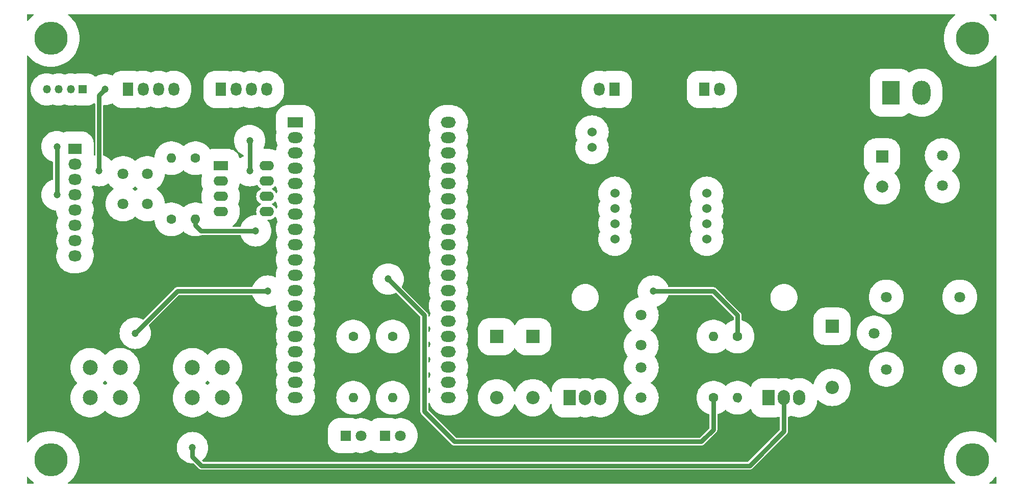
<source format=gtl>
G04 #@! TF.GenerationSoftware,KiCad,Pcbnew,7.0.7*
G04 #@! TF.CreationDate,2024-07-08T10:48:07+02:00*
G04 #@! TF.ProjectId,Defi,44656669-2e6b-4696-9361-645f70636258,rev?*
G04 #@! TF.SameCoordinates,Original*
G04 #@! TF.FileFunction,Copper,L1,Top*
G04 #@! TF.FilePolarity,Positive*
%FSLAX46Y46*%
G04 Gerber Fmt 4.6, Leading zero omitted, Abs format (unit mm)*
G04 Created by KiCad (PCBNEW 7.0.7) date 2024-07-08 10:48:07*
%MOMM*%
%LPD*%
G01*
G04 APERTURE LIST*
G04 #@! TA.AperFunction,ComponentPad*
%ADD10C,2.500000*%
G04 #@! TD*
G04 #@! TA.AperFunction,ComponentPad*
%ADD11R,2.200000X2.200000*%
G04 #@! TD*
G04 #@! TA.AperFunction,ComponentPad*
%ADD12O,2.200000X2.200000*%
G04 #@! TD*
G04 #@! TA.AperFunction,ComponentPad*
%ADD13R,1.800000X2.200000*%
G04 #@! TD*
G04 #@! TA.AperFunction,ComponentPad*
%ADD14O,1.800000X2.200000*%
G04 #@! TD*
G04 #@! TA.AperFunction,ComponentPad*
%ADD15R,2.200000X1.800000*%
G04 #@! TD*
G04 #@! TA.AperFunction,ComponentPad*
%ADD16O,2.200000X1.800000*%
G04 #@! TD*
G04 #@! TA.AperFunction,ComponentPad*
%ADD17R,1.800000X1.800000*%
G04 #@! TD*
G04 #@! TA.AperFunction,ComponentPad*
%ADD18C,1.800000*%
G04 #@! TD*
G04 #@! TA.AperFunction,ComponentPad*
%ADD19C,1.600000*%
G04 #@! TD*
G04 #@! TA.AperFunction,ComponentPad*
%ADD20O,1.600000X1.600000*%
G04 #@! TD*
G04 #@! TA.AperFunction,ComponentPad*
%ADD21R,2.000000X2.000000*%
G04 #@! TD*
G04 #@! TA.AperFunction,ComponentPad*
%ADD22C,2.000000*%
G04 #@! TD*
G04 #@! TA.AperFunction,ComponentPad*
%ADD23R,2.500000X1.800000*%
G04 #@! TD*
G04 #@! TA.AperFunction,ComponentPad*
%ADD24O,2.500000X1.800000*%
G04 #@! TD*
G04 #@! TA.AperFunction,ComponentPad*
%ADD25R,2.000000X2.500000*%
G04 #@! TD*
G04 #@! TA.AperFunction,ComponentPad*
%ADD26O,2.000000X2.500000*%
G04 #@! TD*
G04 #@! TA.AperFunction,ComponentPad*
%ADD27R,1.350000X1.350000*%
G04 #@! TD*
G04 #@! TA.AperFunction,ComponentPad*
%ADD28O,1.350000X1.350000*%
G04 #@! TD*
G04 #@! TA.AperFunction,ComponentPad*
%ADD29C,1.524000*%
G04 #@! TD*
G04 #@! TA.AperFunction,ComponentPad*
%ADD30C,5.500000*%
G04 #@! TD*
G04 #@! TA.AperFunction,ComponentPad*
%ADD31R,3.000000X4.000000*%
G04 #@! TD*
G04 #@! TA.AperFunction,ComponentPad*
%ADD32O,3.000000X4.000000*%
G04 #@! TD*
G04 #@! TA.AperFunction,ComponentPad*
%ADD33R,2.400000X1.600000*%
G04 #@! TD*
G04 #@! TA.AperFunction,ComponentPad*
%ADD34O,2.400000X1.600000*%
G04 #@! TD*
G04 #@! TA.AperFunction,ViaPad*
%ADD35C,1.200000*%
G04 #@! TD*
G04 #@! TA.AperFunction,Conductor*
%ADD36C,0.800000*%
G04 #@! TD*
G04 APERTURE END LIST*
D10*
X47500000Y-90720000D03*
X47500000Y-85720000D03*
X52500000Y-90720000D03*
X52500000Y-85720000D03*
D11*
X98000000Y-80560000D03*
D12*
X98000000Y-90720000D03*
D11*
X104000000Y-80560000D03*
D12*
X104000000Y-90720000D03*
D13*
X132460000Y-39500000D03*
D14*
X135000000Y-39500000D03*
D15*
X28000000Y-49380000D03*
D16*
X28000000Y-51920000D03*
X28000000Y-54460000D03*
X28000000Y-57000000D03*
X28000000Y-59540000D03*
X28000000Y-62080000D03*
X28000000Y-64620000D03*
X28000000Y-67160000D03*
D17*
X72920000Y-97000000D03*
D18*
X75460000Y-97000000D03*
D19*
X74195000Y-80560000D03*
D20*
X74195000Y-90720000D03*
D21*
X162000000Y-50632323D03*
D22*
X162000000Y-55632323D03*
D19*
X44000000Y-61080000D03*
D20*
X44000000Y-50920000D03*
D19*
X48000000Y-50920000D03*
D20*
X48000000Y-61080000D03*
D19*
X80735000Y-80560000D03*
D20*
X80735000Y-90720000D03*
D18*
X172000000Y-50500000D03*
X172000000Y-55500000D03*
D13*
X36770000Y-39500000D03*
D14*
X39310000Y-39500000D03*
X41850000Y-39500000D03*
X44390000Y-39500000D03*
D19*
X134000000Y-90720000D03*
D20*
X134000000Y-80560000D03*
D17*
X79460000Y-97000000D03*
D18*
X82000000Y-97000000D03*
D23*
X64600000Y-45000000D03*
D24*
X64600000Y-47540000D03*
X64600000Y-50080000D03*
X64600000Y-52620000D03*
X64600000Y-55160000D03*
X64600000Y-57700000D03*
X64600000Y-60240000D03*
X64600000Y-62780000D03*
X64600000Y-65320000D03*
X64600000Y-67860000D03*
X64600000Y-70400000D03*
X64600000Y-72940000D03*
X64600000Y-75480000D03*
X64600000Y-78020000D03*
X64600000Y-80560000D03*
X64600000Y-83100000D03*
X64600000Y-85640000D03*
X64600000Y-88180000D03*
X64600000Y-90720000D03*
X90000000Y-45000000D03*
X90000000Y-47540000D03*
X90000000Y-50080000D03*
X90000000Y-52620000D03*
X90000000Y-55160000D03*
X90000000Y-57700000D03*
X90000000Y-60240000D03*
X90000000Y-62780000D03*
X90000000Y-65320000D03*
X90000000Y-67860000D03*
X90000000Y-70400000D03*
X90000000Y-72940000D03*
X90000000Y-75480000D03*
X90000000Y-78020000D03*
X90000000Y-80560000D03*
X90000000Y-83100000D03*
X90000000Y-85640000D03*
X90000000Y-88180000D03*
X90000000Y-90720000D03*
D18*
X122000000Y-90720000D03*
X122000000Y-85720000D03*
X162700000Y-74000000D03*
X162700000Y-86000000D03*
X160700000Y-80000000D03*
X174900000Y-86000000D03*
X174900000Y-74000000D03*
D10*
X30500000Y-90720000D03*
X30500000Y-85720000D03*
X35500000Y-90720000D03*
X35500000Y-85720000D03*
D19*
X138000000Y-80560000D03*
D20*
X138000000Y-90720000D03*
D18*
X122000000Y-82000000D03*
X122000000Y-77000000D03*
D25*
X143160000Y-90720000D03*
D26*
X145700000Y-90720000D03*
X148240000Y-90720000D03*
D18*
X36000000Y-53500000D03*
X36000000Y-58500000D03*
X40000000Y-53500000D03*
X40000000Y-58500000D03*
D25*
X110160000Y-90720000D03*
D26*
X112700000Y-90720000D03*
X115240000Y-90720000D03*
D27*
X29310000Y-39500000D03*
D28*
X27310000Y-39500000D03*
X25310000Y-39500000D03*
X23310000Y-39500000D03*
D29*
X113845000Y-46595000D03*
X113845000Y-49135000D03*
X117655000Y-56755000D03*
X117655000Y-59295000D03*
X117655000Y-61835000D03*
X117655000Y-64375000D03*
X132895000Y-56755000D03*
X132895000Y-59295000D03*
X132895000Y-61835000D03*
X132895000Y-64375000D03*
D30*
X24000000Y-101000000D03*
D31*
X163460000Y-40050000D03*
D32*
X168540000Y-40050000D03*
D13*
X52230000Y-39500000D03*
D14*
X54770000Y-39500000D03*
X57310000Y-39500000D03*
X59850000Y-39500000D03*
D11*
X153700000Y-78840000D03*
D12*
X153700000Y-89000000D03*
D30*
X177000000Y-101000000D03*
X177000000Y-31000000D03*
D33*
X52175000Y-52200000D03*
D34*
X52175000Y-54740000D03*
X52175000Y-57280000D03*
X52175000Y-59820000D03*
X59795000Y-59820000D03*
X59795000Y-57280000D03*
X59795000Y-54740000D03*
X59795000Y-52200000D03*
D13*
X117540000Y-39500000D03*
D14*
X115000000Y-39500000D03*
D30*
X24000000Y-31000000D03*
D35*
X33000000Y-39500000D03*
X124000000Y-73000000D03*
X58000000Y-63000000D03*
X32000000Y-53000000D03*
X57000000Y-53000000D03*
X57000000Y-48000000D03*
X47500000Y-99000000D03*
X25000000Y-49000000D03*
X25000000Y-57000000D03*
X80000000Y-71000000D03*
X60000000Y-73000000D03*
X38000000Y-80000000D03*
D36*
X32000000Y-40500000D02*
X33000000Y-39500000D01*
X58000000Y-63000000D02*
X48900000Y-63000000D01*
X138000000Y-80560000D02*
X138000000Y-77000000D01*
X48000000Y-62100000D02*
X48000000Y-61080000D01*
X138000000Y-77000000D02*
X134000000Y-73000000D01*
X48900000Y-63000000D02*
X48000000Y-62100000D01*
X32000000Y-53000000D02*
X32000000Y-40500000D01*
X134000000Y-73000000D02*
X124000000Y-73000000D01*
X57000000Y-48000000D02*
X57000000Y-53000000D01*
X47500000Y-100500000D02*
X47500000Y-99000000D01*
X140000000Y-102000000D02*
X49000000Y-102000000D01*
X145700000Y-90720000D02*
X145700000Y-96300000D01*
X49000000Y-102000000D02*
X47500000Y-100500000D01*
X145700000Y-96300000D02*
X140000000Y-102000000D01*
X25000000Y-49000000D02*
X25000000Y-57000000D01*
X138000000Y-91000000D02*
X138100000Y-91100000D01*
X86000000Y-77000000D02*
X86000000Y-93000000D01*
X86000000Y-93000000D02*
X91000000Y-98000000D01*
X80000000Y-71000000D02*
X86000000Y-77000000D01*
X132000000Y-98000000D02*
X134000000Y-96000000D01*
X134000000Y-96000000D02*
X134000000Y-90720000D01*
X91000000Y-98000000D02*
X132000000Y-98000000D01*
X45000000Y-73000000D02*
X60000000Y-73000000D01*
X38000000Y-80000000D02*
X45000000Y-73000000D01*
G04 #@! TA.AperFunction,NonConductor*
G36*
X21103971Y-27020185D02*
G01*
X21149726Y-27072989D01*
X21159670Y-27142147D01*
X21130645Y-27205703D01*
X21116149Y-27219897D01*
X20796202Y-27485578D01*
X20796182Y-27485596D01*
X20485596Y-27796182D01*
X20485578Y-27796202D01*
X20219897Y-28116149D01*
X20161925Y-28155149D01*
X20092071Y-28156616D01*
X20032513Y-28120084D01*
X20002160Y-28057152D01*
X20000500Y-28036932D01*
X20000500Y-27124500D01*
X20020185Y-27057461D01*
X20072989Y-27011706D01*
X20124500Y-27000500D01*
X21036932Y-27000500D01*
X21103971Y-27020185D01*
G37*
G04 #@! TD.AperFunction*
G04 #@! TA.AperFunction,NonConductor*
G36*
X180942539Y-27020185D02*
G01*
X180988294Y-27072989D01*
X180999500Y-27124500D01*
X180999500Y-28036932D01*
X180979815Y-28103971D01*
X180927011Y-28149726D01*
X180857853Y-28159670D01*
X180794297Y-28130645D01*
X180780103Y-28116149D01*
X180514421Y-27796202D01*
X180514412Y-27796191D01*
X180203809Y-27485588D01*
X180203797Y-27485578D01*
X179883851Y-27219897D01*
X179844851Y-27161925D01*
X179843384Y-27092071D01*
X179879916Y-27032513D01*
X179942848Y-27002160D01*
X179963068Y-27000500D01*
X180875500Y-27000500D01*
X180942539Y-27020185D01*
G37*
G04 #@! TD.AperFunction*
G04 #@! TA.AperFunction,NonConductor*
G36*
X180967487Y-103879914D02*
G01*
X180997840Y-103942847D01*
X180999500Y-103963067D01*
X180999500Y-104875500D01*
X180979815Y-104942539D01*
X180927011Y-104988294D01*
X180875500Y-104999500D01*
X179963068Y-104999500D01*
X179896029Y-104979815D01*
X179850274Y-104927011D01*
X179840330Y-104857853D01*
X179869355Y-104794297D01*
X179883851Y-104780103D01*
X180040834Y-104649744D01*
X180203809Y-104514412D01*
X180514412Y-104203809D01*
X180780102Y-103883850D01*
X180838075Y-103844850D01*
X180907929Y-103843383D01*
X180967487Y-103879914D01*
G37*
G04 #@! TD.AperFunction*
G04 #@! TA.AperFunction,NonConductor*
G36*
X174103971Y-27020185D02*
G01*
X174149726Y-27072989D01*
X174159670Y-27142147D01*
X174130645Y-27205703D01*
X174116149Y-27219897D01*
X173796202Y-27485578D01*
X173796182Y-27485596D01*
X173485596Y-27796182D01*
X173485578Y-27796202D01*
X173204979Y-28134113D01*
X173204972Y-28134123D01*
X172956728Y-28496514D01*
X172956724Y-28496520D01*
X172742990Y-28880247D01*
X172742976Y-28880276D01*
X172565564Y-29282075D01*
X172565561Y-29282082D01*
X172425966Y-29698577D01*
X172325400Y-30126160D01*
X172325399Y-30126166D01*
X172264712Y-30561211D01*
X172244426Y-31000000D01*
X172264712Y-31438789D01*
X172264712Y-31438795D01*
X172264713Y-31438797D01*
X172325399Y-31873833D01*
X172325400Y-31873839D01*
X172425966Y-32301422D01*
X172565561Y-32717917D01*
X172565564Y-32717924D01*
X172742976Y-33119723D01*
X172742990Y-33119752D01*
X172956724Y-33503479D01*
X172956727Y-33503483D01*
X172956729Y-33503487D01*
X173204970Y-33865874D01*
X173204972Y-33865876D01*
X173204979Y-33865886D01*
X173485578Y-34203797D01*
X173485588Y-34203809D01*
X173796191Y-34514412D01*
X173796202Y-34514421D01*
X174134113Y-34795020D01*
X174134119Y-34795024D01*
X174134126Y-34795030D01*
X174496513Y-35043271D01*
X174880258Y-35257015D01*
X175282089Y-35434441D01*
X175698575Y-35574033D01*
X176126166Y-35674601D01*
X176561211Y-35735288D01*
X177000000Y-35755574D01*
X177438789Y-35735288D01*
X177873834Y-35674601D01*
X178301425Y-35574033D01*
X178717911Y-35434441D01*
X179119742Y-35257015D01*
X179503487Y-35043271D01*
X179865874Y-34795030D01*
X180203809Y-34514412D01*
X180514412Y-34203809D01*
X180780102Y-33883850D01*
X180838075Y-33844850D01*
X180907929Y-33843383D01*
X180967487Y-33879914D01*
X180997840Y-33942847D01*
X180999500Y-33963067D01*
X180999500Y-98036932D01*
X180979815Y-98103971D01*
X180927011Y-98149726D01*
X180857853Y-98159670D01*
X180794297Y-98130645D01*
X180780103Y-98116149D01*
X180514421Y-97796202D01*
X180514412Y-97796191D01*
X180203809Y-97485588D01*
X180025244Y-97337309D01*
X179865886Y-97204979D01*
X179865876Y-97204972D01*
X179865874Y-97204970D01*
X179503487Y-96956729D01*
X179503483Y-96956727D01*
X179503479Y-96956724D01*
X179119752Y-96742990D01*
X179119723Y-96742976D01*
X178717924Y-96565564D01*
X178717917Y-96565561D01*
X178316531Y-96431030D01*
X178301425Y-96425967D01*
X178301424Y-96425966D01*
X178301422Y-96425966D01*
X177873839Y-96325400D01*
X177873836Y-96325399D01*
X177873834Y-96325399D01*
X177614257Y-96289189D01*
X177438797Y-96264713D01*
X177438795Y-96264712D01*
X177438789Y-96264712D01*
X177000000Y-96244426D01*
X176561211Y-96264712D01*
X176561204Y-96264712D01*
X176561202Y-96264713D01*
X176126166Y-96325399D01*
X176126160Y-96325400D01*
X175698577Y-96425966D01*
X175282082Y-96565561D01*
X175282075Y-96565564D01*
X174880276Y-96742976D01*
X174880247Y-96742990D01*
X174496520Y-96956724D01*
X174496514Y-96956728D01*
X174134123Y-97204972D01*
X174134113Y-97204979D01*
X173796202Y-97485578D01*
X173796182Y-97485596D01*
X173485596Y-97796182D01*
X173485578Y-97796202D01*
X173204979Y-98134113D01*
X173204972Y-98134123D01*
X172956728Y-98496514D01*
X172956724Y-98496520D01*
X172742990Y-98880247D01*
X172742976Y-98880276D01*
X172565564Y-99282075D01*
X172565561Y-99282082D01*
X172425966Y-99698577D01*
X172325400Y-100126160D01*
X172325399Y-100126166D01*
X172264712Y-100561211D01*
X172244426Y-101000000D01*
X172264712Y-101438789D01*
X172264712Y-101438795D01*
X172264713Y-101438797D01*
X172325399Y-101873833D01*
X172325400Y-101873839D01*
X172425966Y-102301422D01*
X172565561Y-102717917D01*
X172565564Y-102717924D01*
X172742976Y-103119723D01*
X172742990Y-103119752D01*
X172956724Y-103503479D01*
X172956727Y-103503483D01*
X172956729Y-103503487D01*
X173204970Y-103865874D01*
X173204972Y-103865876D01*
X173204979Y-103865886D01*
X173485578Y-104203797D01*
X173485588Y-104203809D01*
X173796191Y-104514412D01*
X173796202Y-104514421D01*
X174116149Y-104780103D01*
X174155149Y-104838075D01*
X174156616Y-104907929D01*
X174120084Y-104967487D01*
X174057152Y-104997840D01*
X174036932Y-104999500D01*
X26963068Y-104999500D01*
X26896029Y-104979815D01*
X26850274Y-104927011D01*
X26840330Y-104857853D01*
X26869355Y-104794297D01*
X26883851Y-104780103D01*
X27040834Y-104649744D01*
X27203809Y-104514412D01*
X27514412Y-104203809D01*
X27795030Y-103865874D01*
X28043271Y-103503487D01*
X28257015Y-103119742D01*
X28434441Y-102717911D01*
X28574033Y-102301425D01*
X28674601Y-101873834D01*
X28735288Y-101438789D01*
X28755574Y-101000000D01*
X28735288Y-100561211D01*
X28674601Y-100126166D01*
X28574033Y-99698575D01*
X28434441Y-99282089D01*
X28359923Y-99113323D01*
X28309886Y-98999999D01*
X44894747Y-98999999D01*
X44913741Y-99314023D01*
X44913741Y-99314028D01*
X44913742Y-99314029D01*
X44970451Y-99623478D01*
X44970452Y-99623482D01*
X44970453Y-99623486D01*
X45064039Y-99923816D01*
X45064043Y-99923827D01*
X45064044Y-99923830D01*
X45064046Y-99923835D01*
X45193163Y-100210721D01*
X45355919Y-100479952D01*
X45355924Y-100479960D01*
X45549942Y-100727605D01*
X45772394Y-100950057D01*
X46020039Y-101144075D01*
X46020044Y-101144078D01*
X46020048Y-101144081D01*
X46289279Y-101306837D01*
X46576165Y-101435954D01*
X46576175Y-101435957D01*
X46576183Y-101435960D01*
X46776402Y-101498350D01*
X46876522Y-101529549D01*
X47185971Y-101586258D01*
X47500000Y-101605253D01*
X47619032Y-101598052D01*
X47687136Y-101613653D01*
X47714199Y-101634145D01*
X48479564Y-102399510D01*
X48489635Y-102412080D01*
X48489822Y-102411926D01*
X48494796Y-102417937D01*
X48494798Y-102417940D01*
X48514254Y-102436210D01*
X48547243Y-102467190D01*
X48568967Y-102488913D01*
X48574757Y-102493405D01*
X48579197Y-102497197D01*
X48608498Y-102524711D01*
X48614607Y-102530448D01*
X48614609Y-102530449D01*
X48633205Y-102540672D01*
X48649470Y-102551357D01*
X48666232Y-102564360D01*
X48666235Y-102564361D01*
X48666236Y-102564362D01*
X48710823Y-102583656D01*
X48716059Y-102586221D01*
X48758632Y-102609627D01*
X48774340Y-102613659D01*
X48779186Y-102614904D01*
X48797598Y-102621207D01*
X48817073Y-102629635D01*
X48865071Y-102637237D01*
X48870740Y-102638411D01*
X48917823Y-102650500D01*
X48939051Y-102650500D01*
X48958448Y-102652026D01*
X48979403Y-102655345D01*
X48979404Y-102655346D01*
X48979404Y-102655345D01*
X48979405Y-102655346D01*
X49027760Y-102650775D01*
X49033599Y-102650500D01*
X139914495Y-102650500D01*
X139930505Y-102652267D01*
X139930528Y-102652026D01*
X139938289Y-102652758D01*
X139938296Y-102652760D01*
X140010203Y-102650500D01*
X140040925Y-102650500D01*
X140048190Y-102649581D01*
X140054016Y-102649122D01*
X140102569Y-102647597D01*
X140122956Y-102641673D01*
X140141996Y-102637731D01*
X140163058Y-102635071D01*
X140208235Y-102617183D01*
X140213735Y-102615300D01*
X140260398Y-102601744D01*
X140278665Y-102590939D01*
X140296136Y-102582380D01*
X140315871Y-102574568D01*
X140355177Y-102546010D01*
X140360043Y-102542813D01*
X140401865Y-102518081D01*
X140416870Y-102503075D01*
X140431668Y-102490436D01*
X140448837Y-102477963D01*
X140479809Y-102440522D01*
X140483723Y-102436221D01*
X146099513Y-96820431D01*
X146112079Y-96810365D01*
X146111925Y-96810178D01*
X146117937Y-96805204D01*
X146117937Y-96805203D01*
X146117940Y-96805202D01*
X146167190Y-96752755D01*
X146188911Y-96731035D01*
X146193401Y-96725245D01*
X146197183Y-96720815D01*
X146230448Y-96685393D01*
X146240674Y-96666790D01*
X146251353Y-96650533D01*
X146264362Y-96633764D01*
X146283656Y-96589175D01*
X146286212Y-96583956D01*
X146309627Y-96541368D01*
X146314905Y-96520806D01*
X146321207Y-96502399D01*
X146329635Y-96482927D01*
X146337233Y-96434953D01*
X146338414Y-96429247D01*
X146350500Y-96382177D01*
X146350500Y-96360949D01*
X146352027Y-96341549D01*
X146355346Y-96320595D01*
X146350775Y-96272238D01*
X146350500Y-96266400D01*
X146350500Y-93997494D01*
X146370185Y-93930455D01*
X146422989Y-93884700D01*
X146445905Y-93876836D01*
X146520576Y-93859139D01*
X146562011Y-93849319D01*
X146890451Y-93729777D01*
X146914347Y-93717775D01*
X146983089Y-93705278D01*
X147025651Y-93717775D01*
X147037365Y-93723658D01*
X147049548Y-93729777D01*
X147227001Y-93794364D01*
X147377989Y-93849319D01*
X147718086Y-93929923D01*
X148065241Y-93970500D01*
X148065248Y-93970500D01*
X148414752Y-93970500D01*
X148414759Y-93970500D01*
X148761914Y-93929923D01*
X149102011Y-93849319D01*
X149430451Y-93729777D01*
X149742793Y-93572913D01*
X149961358Y-93429160D01*
X150034805Y-93380853D01*
X150034805Y-93380852D01*
X150034811Y-93380849D01*
X150302558Y-93156183D01*
X150542412Y-92901953D01*
X150751130Y-92621596D01*
X150925889Y-92318904D01*
X151064326Y-91997971D01*
X151164569Y-91663136D01*
X151166784Y-91650577D01*
X151225260Y-91318938D01*
X151225259Y-91318938D01*
X151225262Y-91318927D01*
X151231702Y-91208354D01*
X151255250Y-91142576D01*
X151310624Y-91099969D01*
X151380244Y-91094063D01*
X151442005Y-91126734D01*
X151447950Y-91132939D01*
X151504161Y-91195839D01*
X151763824Y-91427888D01*
X152047836Y-91629405D01*
X152352624Y-91797855D01*
X152674356Y-91931121D01*
X153008987Y-92027527D01*
X153352307Y-92085859D01*
X153700000Y-92105385D01*
X154047693Y-92085859D01*
X154391013Y-92027527D01*
X154725644Y-91931121D01*
X155047376Y-91797855D01*
X155352164Y-91629405D01*
X155636176Y-91427888D01*
X155895839Y-91195839D01*
X156127888Y-90936176D01*
X156329405Y-90652164D01*
X156497855Y-90347376D01*
X156631121Y-90025644D01*
X156727527Y-89691013D01*
X156785859Y-89347693D01*
X156805385Y-89000000D01*
X156785859Y-88652307D01*
X156727527Y-88308987D01*
X156631121Y-87974356D01*
X156497855Y-87652624D01*
X156329405Y-87347836D01*
X156127888Y-87063824D01*
X155895839Y-86804161D01*
X155636176Y-86572112D01*
X155352164Y-86370595D01*
X155047376Y-86202145D01*
X154725644Y-86068879D01*
X154558328Y-86020675D01*
X154486573Y-86000003D01*
X159794584Y-86000003D01*
X159814229Y-86337298D01*
X159814230Y-86337309D01*
X159872896Y-86670017D01*
X159872899Y-86670031D01*
X159969801Y-86993710D01*
X160103621Y-87303939D01*
X160103627Y-87303952D01*
X160272560Y-87596553D01*
X160474318Y-87867561D01*
X160474323Y-87867567D01*
X160560255Y-87958649D01*
X160706183Y-88113323D01*
X160706189Y-88113328D01*
X160706191Y-88113330D01*
X160965001Y-88330499D01*
X160965006Y-88330502D01*
X161247292Y-88516164D01*
X161549224Y-88667800D01*
X161866717Y-88783358D01*
X162195480Y-88861276D01*
X162531065Y-88900500D01*
X162531072Y-88900500D01*
X162868928Y-88900500D01*
X162868935Y-88900500D01*
X163204520Y-88861276D01*
X163533283Y-88783358D01*
X163850776Y-88667800D01*
X164152708Y-88516164D01*
X164434994Y-88330502D01*
X164443219Y-88323601D01*
X164601995Y-88190371D01*
X164693817Y-88113323D01*
X164925678Y-87867565D01*
X165127440Y-87596552D01*
X165296375Y-87303948D01*
X165430198Y-86993711D01*
X165527100Y-86670035D01*
X165585771Y-86337298D01*
X165605416Y-86000003D01*
X171994584Y-86000003D01*
X172014229Y-86337298D01*
X172014230Y-86337309D01*
X172072896Y-86670017D01*
X172072899Y-86670031D01*
X172169801Y-86993710D01*
X172303621Y-87303939D01*
X172303627Y-87303952D01*
X172472560Y-87596553D01*
X172674318Y-87867561D01*
X172674323Y-87867567D01*
X172760255Y-87958649D01*
X172906183Y-88113323D01*
X172906189Y-88113328D01*
X172906191Y-88113330D01*
X173165001Y-88330499D01*
X173165006Y-88330502D01*
X173447292Y-88516164D01*
X173749224Y-88667800D01*
X174066717Y-88783358D01*
X174395480Y-88861276D01*
X174731065Y-88900500D01*
X174731072Y-88900500D01*
X175068928Y-88900500D01*
X175068935Y-88900500D01*
X175404520Y-88861276D01*
X175733283Y-88783358D01*
X176050776Y-88667800D01*
X176352708Y-88516164D01*
X176634994Y-88330502D01*
X176643219Y-88323601D01*
X176801995Y-88190371D01*
X176893817Y-88113323D01*
X177125678Y-87867565D01*
X177327440Y-87596552D01*
X177496375Y-87303948D01*
X177630198Y-86993711D01*
X177727100Y-86670035D01*
X177785771Y-86337298D01*
X177805416Y-86000000D01*
X177785771Y-85662702D01*
X177727100Y-85329965D01*
X177630198Y-85006289D01*
X177496375Y-84696052D01*
X177410887Y-84547983D01*
X177327439Y-84403446D01*
X177125681Y-84132438D01*
X177125676Y-84132432D01*
X176933117Y-83928333D01*
X176893817Y-83886677D01*
X176893810Y-83886671D01*
X176893808Y-83886669D01*
X176634998Y-83669500D01*
X176482737Y-83569357D01*
X176352708Y-83483836D01*
X176347593Y-83481267D01*
X176050783Y-83332203D01*
X176050777Y-83332200D01*
X175733284Y-83216642D01*
X175733281Y-83216641D01*
X175506639Y-83162926D01*
X175404520Y-83138724D01*
X175068935Y-83099500D01*
X174731065Y-83099500D01*
X174395480Y-83138723D01*
X174395480Y-83138724D01*
X174066718Y-83216641D01*
X174066715Y-83216642D01*
X173749222Y-83332200D01*
X173749216Y-83332203D01*
X173447295Y-83483834D01*
X173165001Y-83669500D01*
X172906191Y-83886669D01*
X172906181Y-83886679D01*
X172674323Y-84132432D01*
X172674318Y-84132438D01*
X172472560Y-84403446D01*
X172303627Y-84696047D01*
X172303621Y-84696060D01*
X172169801Y-85006289D01*
X172072899Y-85329968D01*
X172072896Y-85329982D01*
X172014230Y-85662690D01*
X172014229Y-85662701D01*
X171994584Y-85999996D01*
X171994584Y-86000003D01*
X165605416Y-86000003D01*
X165605416Y-86000000D01*
X165585771Y-85662702D01*
X165527100Y-85329965D01*
X165430198Y-85006289D01*
X165296375Y-84696052D01*
X165210887Y-84547983D01*
X165127439Y-84403446D01*
X164925681Y-84132438D01*
X164925676Y-84132432D01*
X164733117Y-83928333D01*
X164693817Y-83886677D01*
X164693810Y-83886671D01*
X164693808Y-83886669D01*
X164434998Y-83669500D01*
X164282737Y-83569357D01*
X164152708Y-83483836D01*
X164147593Y-83481267D01*
X163850783Y-83332203D01*
X163850777Y-83332200D01*
X163533284Y-83216642D01*
X163533281Y-83216641D01*
X163306639Y-83162926D01*
X163204520Y-83138724D01*
X162868935Y-83099500D01*
X162531065Y-83099500D01*
X162195479Y-83138723D01*
X162195480Y-83138724D01*
X161866718Y-83216641D01*
X161866715Y-83216642D01*
X161549222Y-83332200D01*
X161549216Y-83332203D01*
X161247295Y-83483834D01*
X160965001Y-83669500D01*
X160706191Y-83886669D01*
X160706181Y-83886679D01*
X160474323Y-84132432D01*
X160474318Y-84132438D01*
X160272560Y-84403446D01*
X160103627Y-84696047D01*
X160103621Y-84696060D01*
X159969801Y-85006289D01*
X159872899Y-85329968D01*
X159872896Y-85329982D01*
X159814230Y-85662690D01*
X159814229Y-85662701D01*
X159794584Y-85999996D01*
X159794584Y-86000003D01*
X154486573Y-86000003D01*
X154391017Y-85972474D01*
X154391009Y-85972472D01*
X154047700Y-85914142D01*
X154047688Y-85914140D01*
X153700000Y-85894615D01*
X153352311Y-85914140D01*
X153352299Y-85914142D01*
X153008990Y-85972472D01*
X153008982Y-85972474D01*
X152714554Y-86057298D01*
X152674356Y-86068879D01*
X152580124Y-86107911D01*
X152352625Y-86202144D01*
X152047835Y-86370595D01*
X151910087Y-86468333D01*
X151763824Y-86572112D01*
X151504161Y-86804161D01*
X151272112Y-87063824D01*
X151254958Y-87088001D01*
X151070595Y-87347835D01*
X150902144Y-87652625D01*
X150827298Y-87833320D01*
X150795953Y-87908995D01*
X150768878Y-87974359D01*
X150672474Y-88308982D01*
X150672473Y-88308987D01*
X150661326Y-88374591D01*
X150630689Y-88437386D01*
X150570967Y-88473649D01*
X150501120Y-88471866D01*
X150448884Y-88438913D01*
X150340092Y-88323601D01*
X150302558Y-88283817D01*
X150136146Y-88144181D01*
X150034813Y-88059152D01*
X150034805Y-88059146D01*
X149742796Y-87867088D01*
X149430458Y-87710226D01*
X149430452Y-87710223D01*
X149102012Y-87590681D01*
X149102009Y-87590680D01*
X148761915Y-87510077D01*
X148718519Y-87505004D01*
X148414759Y-87469500D01*
X148065241Y-87469500D01*
X147761480Y-87505004D01*
X147718085Y-87510077D01*
X147718083Y-87510077D01*
X147377990Y-87590680D01*
X147377987Y-87590681D01*
X147049554Y-87710220D01*
X147034196Y-87717933D01*
X147025648Y-87722226D01*
X146956906Y-87734721D01*
X146914352Y-87722226D01*
X146890451Y-87710223D01*
X146890450Y-87710222D01*
X146890445Y-87710220D01*
X146562012Y-87590681D01*
X146562009Y-87590680D01*
X146221915Y-87510077D01*
X146178519Y-87505004D01*
X145874759Y-87469500D01*
X145525241Y-87469500D01*
X145178085Y-87510076D01*
X145178086Y-87510077D01*
X144879426Y-87580859D01*
X144809654Y-87577165D01*
X144807497Y-87576383D01*
X144725047Y-87545631D01*
X144445433Y-87484804D01*
X144231448Y-87469500D01*
X142088552Y-87469500D01*
X141874566Y-87484804D01*
X141594962Y-87545628D01*
X141326833Y-87645635D01*
X141075690Y-87782770D01*
X141075682Y-87782775D01*
X140846612Y-87954254D01*
X140846594Y-87954270D01*
X140644270Y-88156594D01*
X140644254Y-88156612D01*
X140472775Y-88385682D01*
X140472770Y-88385690D01*
X140335635Y-88636833D01*
X140324085Y-88667799D01*
X140280985Y-88783357D01*
X140277532Y-88792614D01*
X140235660Y-88848547D01*
X140170196Y-88872964D01*
X140101923Y-88858112D01*
X140071161Y-88834378D01*
X139925077Y-88679538D01*
X139925069Y-88679531D01*
X139925068Y-88679530D01*
X139675184Y-88469852D01*
X139675179Y-88469848D01*
X139675177Y-88469847D01*
X139402623Y-88290586D01*
X139353897Y-88266115D01*
X139111108Y-88144181D01*
X139111102Y-88144178D01*
X138804566Y-88032608D01*
X138804545Y-88032601D01*
X138487141Y-87957374D01*
X138487126Y-87957372D01*
X138487125Y-87957371D01*
X138163111Y-87919500D01*
X137836889Y-87919500D01*
X137553375Y-87952638D01*
X137512873Y-87957372D01*
X137512858Y-87957374D01*
X137195454Y-88032601D01*
X137195433Y-88032608D01*
X136888897Y-88144178D01*
X136888891Y-88144181D01*
X136597380Y-88290584D01*
X136324815Y-88469852D01*
X136079706Y-88675524D01*
X136015698Y-88703537D01*
X135946705Y-88692498D01*
X135920294Y-88675524D01*
X135675184Y-88469852D01*
X135675179Y-88469848D01*
X135675177Y-88469847D01*
X135402623Y-88290586D01*
X135353897Y-88266115D01*
X135111108Y-88144181D01*
X135111102Y-88144178D01*
X134804566Y-88032608D01*
X134804545Y-88032601D01*
X134487141Y-87957374D01*
X134487126Y-87957372D01*
X134487125Y-87957371D01*
X134163111Y-87919500D01*
X133836889Y-87919500D01*
X133553375Y-87952638D01*
X133512873Y-87957372D01*
X133512858Y-87957374D01*
X133195454Y-88032601D01*
X133195433Y-88032608D01*
X132888897Y-88144178D01*
X132888891Y-88144181D01*
X132597380Y-88290584D01*
X132324815Y-88469852D01*
X132074931Y-88679530D01*
X132074930Y-88679531D01*
X132074924Y-88679536D01*
X132074923Y-88679538D01*
X131851057Y-88916823D01*
X131851054Y-88916826D01*
X131851052Y-88916829D01*
X131851045Y-88916837D01*
X131656251Y-89178490D01*
X131493143Y-89461003D01*
X131493137Y-89461016D01*
X131363931Y-89760547D01*
X131270369Y-90073067D01*
X131270367Y-90073075D01*
X131213723Y-90394319D01*
X131213722Y-90394330D01*
X131194754Y-90719996D01*
X131194754Y-90720003D01*
X131213722Y-91045669D01*
X131213723Y-91045680D01*
X131270367Y-91366924D01*
X131270369Y-91366932D01*
X131363931Y-91679452D01*
X131493137Y-91978983D01*
X131493143Y-91978996D01*
X131656251Y-92261509D01*
X131851045Y-92523162D01*
X131851050Y-92523168D01*
X131851057Y-92523177D01*
X132074923Y-92760462D01*
X132074929Y-92760467D01*
X132074930Y-92760468D01*
X132074931Y-92760469D01*
X132324815Y-92970147D01*
X132324818Y-92970149D01*
X132324823Y-92970153D01*
X132597377Y-93149414D01*
X132888899Y-93295822D01*
X133195446Y-93407396D01*
X133254095Y-93421296D01*
X133314788Y-93455911D01*
X133347132Y-93517843D01*
X133349499Y-93541954D01*
X133349500Y-95679192D01*
X133329815Y-95746231D01*
X133313181Y-95766873D01*
X131766873Y-97313181D01*
X131705550Y-97346666D01*
X131679192Y-97349500D01*
X91320808Y-97349500D01*
X91253769Y-97329815D01*
X91233127Y-97313181D01*
X86686819Y-92766873D01*
X86653334Y-92705550D01*
X86650500Y-92679192D01*
X86650500Y-91671071D01*
X86670185Y-91604032D01*
X86722989Y-91558277D01*
X86792147Y-91548333D01*
X86855703Y-91577358D01*
X86893477Y-91636136D01*
X86894115Y-91638387D01*
X86897444Y-91650573D01*
X87026829Y-91969602D01*
X87026830Y-91969604D01*
X87193031Y-92271075D01*
X87193032Y-92271077D01*
X87227352Y-92318908D01*
X87393730Y-92550785D01*
X87509914Y-92677788D01*
X87626097Y-92804789D01*
X87626101Y-92804793D01*
X87659215Y-92833330D01*
X87886880Y-93029531D01*
X87886885Y-93029534D01*
X87886887Y-93029536D01*
X87886891Y-93029539D01*
X88172405Y-93221848D01*
X88172407Y-93221849D01*
X88172410Y-93221851D01*
X88478683Y-93379050D01*
X88801399Y-93498922D01*
X89136027Y-93579783D01*
X89477870Y-93620500D01*
X89477877Y-93620500D01*
X90435988Y-93620500D01*
X90435990Y-93620500D01*
X90693655Y-93605209D01*
X91032486Y-93544313D01*
X91361736Y-93443769D01*
X91676783Y-93304990D01*
X91973206Y-93129924D01*
X92246842Y-92921027D01*
X92493851Y-92681233D01*
X92710764Y-92413907D01*
X92894538Y-92122802D01*
X93042592Y-91812006D01*
X93152848Y-91485880D01*
X93223758Y-91149002D01*
X93254327Y-90806103D01*
X93251774Y-90720000D01*
X94894615Y-90720000D01*
X94914140Y-91067688D01*
X94914142Y-91067700D01*
X94972472Y-91411009D01*
X94972474Y-91411017D01*
X94994042Y-91485880D01*
X95068879Y-91745644D01*
X95165531Y-91978983D01*
X95184156Y-92023948D01*
X95202145Y-92067376D01*
X95370595Y-92372164D01*
X95572112Y-92656176D01*
X95804161Y-92915839D01*
X96063824Y-93147888D01*
X96347836Y-93349405D01*
X96652624Y-93517855D01*
X96974356Y-93651121D01*
X97308987Y-93747527D01*
X97652307Y-93805859D01*
X98000000Y-93825385D01*
X98347693Y-93805859D01*
X98691013Y-93747527D01*
X99025644Y-93651121D01*
X99347376Y-93517855D01*
X99652164Y-93349405D01*
X99936176Y-93147888D01*
X100195839Y-92915839D01*
X100427888Y-92656176D01*
X100629405Y-92372164D01*
X100797855Y-92067376D01*
X100885439Y-91855928D01*
X100929280Y-91801526D01*
X100995574Y-91779461D01*
X101063273Y-91796740D01*
X101110884Y-91847877D01*
X101114556Y-91855920D01*
X101165531Y-91978983D01*
X101184156Y-92023948D01*
X101202145Y-92067376D01*
X101370595Y-92372164D01*
X101572112Y-92656176D01*
X101804161Y-92915839D01*
X102063824Y-93147888D01*
X102347836Y-93349405D01*
X102652624Y-93517855D01*
X102974356Y-93651121D01*
X103308987Y-93747527D01*
X103652307Y-93805859D01*
X104000000Y-93825385D01*
X104347693Y-93805859D01*
X104691013Y-93747527D01*
X105025644Y-93651121D01*
X105347376Y-93517855D01*
X105652164Y-93349405D01*
X105936176Y-93147888D01*
X106195839Y-92915839D01*
X106427888Y-92656176D01*
X106629405Y-92372164D01*
X106797855Y-92067376D01*
X106920940Y-91770222D01*
X106964780Y-91715821D01*
X107031074Y-91693756D01*
X107098773Y-91711035D01*
X107146384Y-91762172D01*
X107159500Y-91817677D01*
X107159500Y-92041448D01*
X107174804Y-92255433D01*
X107235628Y-92535037D01*
X107235630Y-92535043D01*
X107235631Y-92535046D01*
X107314873Y-92747501D01*
X107335635Y-92803166D01*
X107472770Y-93054309D01*
X107472775Y-93054317D01*
X107644254Y-93283387D01*
X107644270Y-93283405D01*
X107846594Y-93485729D01*
X107846612Y-93485745D01*
X108075682Y-93657224D01*
X108075690Y-93657229D01*
X108326833Y-93794364D01*
X108326832Y-93794364D01*
X108326836Y-93794365D01*
X108326839Y-93794367D01*
X108594954Y-93894369D01*
X108594960Y-93894370D01*
X108594962Y-93894371D01*
X108874566Y-93955195D01*
X108874568Y-93955195D01*
X108874572Y-93955196D01*
X109088552Y-93970500D01*
X111231448Y-93970500D01*
X111445428Y-93955196D01*
X111550262Y-93932391D01*
X111725037Y-93894371D01*
X111725037Y-93894370D01*
X111725046Y-93894369D01*
X111807500Y-93863614D01*
X111877188Y-93858631D01*
X111879330Y-93859116D01*
X112178086Y-93929923D01*
X112525241Y-93970500D01*
X112525248Y-93970500D01*
X112874752Y-93970500D01*
X112874759Y-93970500D01*
X113221914Y-93929923D01*
X113562011Y-93849319D01*
X113890451Y-93729777D01*
X113914347Y-93717775D01*
X113983089Y-93705278D01*
X114025651Y-93717775D01*
X114037365Y-93723658D01*
X114049548Y-93729777D01*
X114227001Y-93794364D01*
X114377989Y-93849319D01*
X114718086Y-93929923D01*
X115065241Y-93970500D01*
X115065248Y-93970500D01*
X115414752Y-93970500D01*
X115414759Y-93970500D01*
X115761914Y-93929923D01*
X116102011Y-93849319D01*
X116430451Y-93729777D01*
X116742793Y-93572913D01*
X116961358Y-93429160D01*
X117034805Y-93380853D01*
X117034805Y-93380852D01*
X117034811Y-93380849D01*
X117302558Y-93156183D01*
X117542412Y-92901953D01*
X117751130Y-92621596D01*
X117925889Y-92318904D01*
X118064326Y-91997971D01*
X118164569Y-91663136D01*
X118166784Y-91650577D01*
X118225260Y-91318938D01*
X118225259Y-91318938D01*
X118225262Y-91318927D01*
X118240500Y-91057305D01*
X118240500Y-90720003D01*
X119094584Y-90720003D01*
X119114229Y-91057298D01*
X119114230Y-91057304D01*
X119172896Y-91390017D01*
X119172899Y-91390031D01*
X119172900Y-91390035D01*
X119194209Y-91461214D01*
X119269801Y-91713710D01*
X119403621Y-92023939D01*
X119403627Y-92023952D01*
X119572560Y-92316553D01*
X119774318Y-92587561D01*
X119774323Y-92587567D01*
X119885635Y-92705550D01*
X120006183Y-92833323D01*
X120006189Y-92833328D01*
X120006191Y-92833330D01*
X120265001Y-93050499D01*
X120270361Y-93054024D01*
X120547292Y-93236164D01*
X120849224Y-93387800D01*
X121166717Y-93503358D01*
X121495480Y-93581276D01*
X121831065Y-93620500D01*
X121831072Y-93620500D01*
X122168928Y-93620500D01*
X122168935Y-93620500D01*
X122504520Y-93581276D01*
X122833283Y-93503358D01*
X123150776Y-93387800D01*
X123452708Y-93236164D01*
X123734994Y-93050502D01*
X123737731Y-93048206D01*
X123889298Y-92921025D01*
X123993817Y-92833323D01*
X124225678Y-92587565D01*
X124427440Y-92316552D01*
X124596375Y-92023948D01*
X124730198Y-91713711D01*
X124827100Y-91390035D01*
X124885771Y-91057298D01*
X124905416Y-90720000D01*
X124885771Y-90382702D01*
X124827100Y-90049965D01*
X124730198Y-89726289D01*
X124596375Y-89416052D01*
X124462730Y-89184572D01*
X124427439Y-89123446D01*
X124225681Y-88852438D01*
X124225676Y-88852432D01*
X124062550Y-88679530D01*
X123993817Y-88606677D01*
X123993810Y-88606671D01*
X123993808Y-88606669D01*
X123734998Y-88389500D01*
X123634802Y-88323601D01*
X123589608Y-88270316D01*
X123580397Y-88201056D01*
X123610092Y-88137811D01*
X123634802Y-88116399D01*
X123639479Y-88113323D01*
X123734994Y-88050502D01*
X123756320Y-88032608D01*
X123849689Y-87954261D01*
X123993817Y-87833323D01*
X124225678Y-87587565D01*
X124427440Y-87316552D01*
X124596375Y-87023948D01*
X124730198Y-86713711D01*
X124827100Y-86390035D01*
X124885771Y-86057298D01*
X124905416Y-85720000D01*
X124885771Y-85382702D01*
X124876472Y-85329968D01*
X124827103Y-85049982D01*
X124827102Y-85049981D01*
X124827100Y-85049965D01*
X124730198Y-84726289D01*
X124596375Y-84416052D01*
X124467022Y-84192006D01*
X124427439Y-84123446D01*
X124286436Y-83934048D01*
X124262192Y-83868520D01*
X124277224Y-83800286D01*
X124286436Y-83785952D01*
X124379832Y-83660500D01*
X124427440Y-83596552D01*
X124596375Y-83303948D01*
X124730198Y-82993711D01*
X124827100Y-82670035D01*
X124885771Y-82337298D01*
X124904950Y-82008001D01*
X124905416Y-82000003D01*
X124905416Y-81999996D01*
X124897703Y-81867567D01*
X124885771Y-81662702D01*
X124855420Y-81490577D01*
X124827103Y-81329982D01*
X124827102Y-81329981D01*
X124827100Y-81329965D01*
X124730198Y-81006289D01*
X124596375Y-80696052D01*
X124427440Y-80403448D01*
X124427439Y-80403446D01*
X124225681Y-80132438D01*
X124225676Y-80132432D01*
X124113564Y-80013601D01*
X123993817Y-79886677D01*
X123993810Y-79886671D01*
X123993808Y-79886669D01*
X123734998Y-79669500D01*
X123634802Y-79603601D01*
X123589608Y-79550316D01*
X123580397Y-79481056D01*
X123610092Y-79417811D01*
X123634802Y-79396399D01*
X123646733Y-79388552D01*
X123734994Y-79330502D01*
X123735631Y-79329968D01*
X123851623Y-79232638D01*
X123993817Y-79113323D01*
X124225678Y-78867565D01*
X124427440Y-78596552D01*
X124596375Y-78303948D01*
X124730198Y-77993711D01*
X124827100Y-77670035D01*
X124885771Y-77337298D01*
X124905416Y-77000000D01*
X124903032Y-76959075D01*
X124894196Y-76807358D01*
X124885771Y-76662702D01*
X124827100Y-76329965D01*
X124730198Y-76006289D01*
X124596375Y-75696052D01*
X124596367Y-75696038D01*
X124594760Y-75692838D01*
X124594947Y-75692743D01*
X124594946Y-75692739D01*
X124595024Y-75692705D01*
X124595594Y-75692418D01*
X124580079Y-75628453D01*
X124602933Y-75562427D01*
X124657856Y-75519238D01*
X124667024Y-75515979D01*
X124923835Y-75435954D01*
X125210721Y-75306837D01*
X125479952Y-75144081D01*
X125727602Y-74950060D01*
X125950060Y-74727602D01*
X126144081Y-74479952D01*
X126306837Y-74210721D01*
X126435954Y-73923835D01*
X126463876Y-73834231D01*
X126493985Y-73737610D01*
X126532722Y-73679462D01*
X126596748Y-73651488D01*
X126612370Y-73650500D01*
X133679192Y-73650500D01*
X133746231Y-73670185D01*
X133766873Y-73686819D01*
X137313181Y-77233127D01*
X137346666Y-77294450D01*
X137349500Y-77320808D01*
X137349500Y-77738046D01*
X137329815Y-77805085D01*
X137277011Y-77850840D01*
X137254097Y-77858703D01*
X137195455Y-77872601D01*
X137195433Y-77872608D01*
X136888897Y-77984178D01*
X136888891Y-77984181D01*
X136597380Y-78130584D01*
X136324815Y-78309852D01*
X136079706Y-78515524D01*
X136015698Y-78543537D01*
X135946705Y-78532498D01*
X135920294Y-78515524D01*
X135675184Y-78309852D01*
X135675179Y-78309848D01*
X135675177Y-78309847D01*
X135402623Y-78130586D01*
X135353897Y-78106115D01*
X135111108Y-77984181D01*
X135111102Y-77984178D01*
X134804566Y-77872608D01*
X134804545Y-77872601D01*
X134487141Y-77797374D01*
X134487126Y-77797372D01*
X134487126Y-77797371D01*
X134163111Y-77759500D01*
X133836889Y-77759500D01*
X133553375Y-77792638D01*
X133512873Y-77797372D01*
X133512858Y-77797374D01*
X133195454Y-77872601D01*
X133195433Y-77872608D01*
X132888897Y-77984178D01*
X132888891Y-77984181D01*
X132597380Y-78130584D01*
X132324815Y-78309852D01*
X132074931Y-78519530D01*
X132074930Y-78519531D01*
X132074924Y-78519536D01*
X132074923Y-78519538D01*
X131851057Y-78756823D01*
X131851054Y-78756826D01*
X131851052Y-78756829D01*
X131851045Y-78756837D01*
X131656251Y-79018490D01*
X131493143Y-79301003D01*
X131493137Y-79301016D01*
X131363931Y-79600547D01*
X131270369Y-79913067D01*
X131270367Y-79913075D01*
X131213723Y-80234319D01*
X131213722Y-80234330D01*
X131194754Y-80559996D01*
X131194754Y-80560003D01*
X131213722Y-80885669D01*
X131213723Y-80885680D01*
X131270367Y-81206924D01*
X131270369Y-81206932D01*
X131363931Y-81519452D01*
X131493137Y-81818983D01*
X131493143Y-81818996D01*
X131656251Y-82101509D01*
X131851045Y-82363162D01*
X131851050Y-82363168D01*
X131851057Y-82363177D01*
X132074923Y-82600462D01*
X132074929Y-82600467D01*
X132074930Y-82600468D01*
X132074931Y-82600469D01*
X132324815Y-82810147D01*
X132324818Y-82810149D01*
X132324823Y-82810153D01*
X132597377Y-82989414D01*
X132888899Y-83135822D01*
X133195446Y-83247396D01*
X133195452Y-83247397D01*
X133195454Y-83247398D01*
X133512858Y-83322625D01*
X133512865Y-83322626D01*
X133512874Y-83322628D01*
X133836889Y-83360500D01*
X133836896Y-83360500D01*
X134163104Y-83360500D01*
X134163111Y-83360500D01*
X134487126Y-83322628D01*
X134487135Y-83322625D01*
X134487141Y-83322625D01*
X134743176Y-83261942D01*
X134804554Y-83247396D01*
X135111101Y-83135822D01*
X135402623Y-82989414D01*
X135675177Y-82810153D01*
X135920295Y-82604474D01*
X135984302Y-82576462D01*
X136053294Y-82587501D01*
X136079703Y-82604473D01*
X136080633Y-82605253D01*
X136324815Y-82810147D01*
X136324818Y-82810149D01*
X136324823Y-82810153D01*
X136597377Y-82989414D01*
X136888899Y-83135822D01*
X137195446Y-83247396D01*
X137195452Y-83247397D01*
X137195454Y-83247398D01*
X137512858Y-83322625D01*
X137512865Y-83322626D01*
X137512874Y-83322628D01*
X137836889Y-83360500D01*
X137836896Y-83360500D01*
X138163104Y-83360500D01*
X138163111Y-83360500D01*
X138487126Y-83322628D01*
X138487135Y-83322625D01*
X138487141Y-83322625D01*
X138743176Y-83261942D01*
X138804554Y-83247396D01*
X139111101Y-83135822D01*
X139402623Y-82989414D01*
X139675177Y-82810153D01*
X139925077Y-82600462D01*
X140148943Y-82363177D01*
X140343749Y-82101508D01*
X140506859Y-81818992D01*
X140636069Y-81519451D01*
X140729630Y-81206934D01*
X140761831Y-81024317D01*
X140786276Y-80885680D01*
X140786275Y-80885680D01*
X140786278Y-80885669D01*
X140805246Y-80560000D01*
X140786278Y-80234331D01*
X140784708Y-80225428D01*
X140746978Y-80011448D01*
X150599500Y-80011448D01*
X150614804Y-80225433D01*
X150675628Y-80505037D01*
X150675630Y-80505043D01*
X150675631Y-80505046D01*
X150737169Y-80670035D01*
X150775635Y-80773166D01*
X150912770Y-81024309D01*
X150912775Y-81024317D01*
X151084254Y-81253387D01*
X151084270Y-81253405D01*
X151286594Y-81455729D01*
X151286612Y-81455745D01*
X151515682Y-81627224D01*
X151515690Y-81627229D01*
X151766833Y-81764364D01*
X151766832Y-81764364D01*
X151766836Y-81764365D01*
X151766839Y-81764367D01*
X152034954Y-81864369D01*
X152034960Y-81864370D01*
X152034962Y-81864371D01*
X152314566Y-81925195D01*
X152314568Y-81925195D01*
X152314572Y-81925196D01*
X152528552Y-81940500D01*
X154871448Y-81940500D01*
X155085428Y-81925196D01*
X155365046Y-81864369D01*
X155633161Y-81764367D01*
X155884315Y-81627226D01*
X156113395Y-81455739D01*
X156315739Y-81253395D01*
X156487226Y-81024315D01*
X156624367Y-80773161D01*
X156724369Y-80505046D01*
X156783259Y-80234331D01*
X156785195Y-80225433D01*
X156785195Y-80225432D01*
X156785196Y-80225428D01*
X156800500Y-80011448D01*
X156800500Y-80000003D01*
X157794584Y-80000003D01*
X157814229Y-80337298D01*
X157814230Y-80337309D01*
X157872896Y-80670017D01*
X157872899Y-80670031D01*
X157872900Y-80670035D01*
X157880689Y-80696052D01*
X157969801Y-80993710D01*
X158103621Y-81303939D01*
X158103627Y-81303952D01*
X158272560Y-81596553D01*
X158474318Y-81867561D01*
X158474323Y-81867567D01*
X158552149Y-81950057D01*
X158706183Y-82113323D01*
X158706189Y-82113328D01*
X158706191Y-82113330D01*
X158965001Y-82330499D01*
X159014663Y-82363162D01*
X159247292Y-82516164D01*
X159549224Y-82667800D01*
X159866717Y-82783358D01*
X160195480Y-82861276D01*
X160531065Y-82900500D01*
X160531072Y-82900500D01*
X160868928Y-82900500D01*
X160868935Y-82900500D01*
X161204520Y-82861276D01*
X161533283Y-82783358D01*
X161850776Y-82667800D01*
X162152708Y-82516164D01*
X162434994Y-82330502D01*
X162693817Y-82113323D01*
X162925678Y-81867565D01*
X163127440Y-81596552D01*
X163296375Y-81303948D01*
X163430198Y-80993711D01*
X163527100Y-80670035D01*
X163585771Y-80337298D01*
X163605416Y-80000000D01*
X163585771Y-79662702D01*
X163527100Y-79329965D01*
X163430198Y-79006289D01*
X163296375Y-78696052D01*
X163153741Y-78449002D01*
X163127439Y-78403446D01*
X162925681Y-78132438D01*
X162925676Y-78132432D01*
X162794798Y-77993711D01*
X162693817Y-77886677D01*
X162693810Y-77886671D01*
X162693808Y-77886669D01*
X162434998Y-77669500D01*
X162274651Y-77564039D01*
X162152708Y-77483836D01*
X162028593Y-77421503D01*
X161850783Y-77332203D01*
X161850777Y-77332200D01*
X161533284Y-77216642D01*
X161533281Y-77216641D01*
X161306639Y-77162926D01*
X161204520Y-77138724D01*
X160868935Y-77099500D01*
X160531065Y-77099500D01*
X160195479Y-77138723D01*
X160195480Y-77138724D01*
X159866718Y-77216641D01*
X159866715Y-77216642D01*
X159549222Y-77332200D01*
X159549216Y-77332203D01*
X159247295Y-77483834D01*
X158965001Y-77669500D01*
X158706191Y-77886669D01*
X158706181Y-77886679D01*
X158474323Y-78132432D01*
X158474318Y-78132438D01*
X158272560Y-78403446D01*
X158103627Y-78696047D01*
X158103621Y-78696060D01*
X157969801Y-79006289D01*
X157872899Y-79329968D01*
X157872896Y-79329982D01*
X157814230Y-79662690D01*
X157814229Y-79662701D01*
X157794584Y-79999996D01*
X157794584Y-80000003D01*
X156800500Y-80000003D01*
X156800500Y-77668552D01*
X156785196Y-77454572D01*
X156778003Y-77421508D01*
X156724371Y-77174962D01*
X156724370Y-77174960D01*
X156724369Y-77174954D01*
X156624367Y-76906839D01*
X156619229Y-76897430D01*
X156487229Y-76655690D01*
X156487224Y-76655682D01*
X156315745Y-76426612D01*
X156315729Y-76426594D01*
X156113405Y-76224270D01*
X156113387Y-76224254D01*
X155884317Y-76052775D01*
X155884309Y-76052770D01*
X155633166Y-75915635D01*
X155633167Y-75915635D01*
X155430215Y-75839938D01*
X155365046Y-75815631D01*
X155365043Y-75815630D01*
X155365037Y-75815628D01*
X155085433Y-75754804D01*
X154871448Y-75739500D01*
X152528552Y-75739500D01*
X152314566Y-75754804D01*
X152034962Y-75815628D01*
X151766833Y-75915635D01*
X151515690Y-76052770D01*
X151515682Y-76052775D01*
X151286612Y-76224254D01*
X151286594Y-76224270D01*
X151084270Y-76426594D01*
X151084254Y-76426612D01*
X150912775Y-76655682D01*
X150912770Y-76655690D01*
X150775635Y-76906833D01*
X150675628Y-77174962D01*
X150614804Y-77454566D01*
X150599500Y-77668552D01*
X150599500Y-80011448D01*
X140746978Y-80011448D01*
X140729632Y-79913075D01*
X140729630Y-79913067D01*
X140721730Y-79886679D01*
X140636069Y-79600549D01*
X140506859Y-79301008D01*
X140398504Y-79113330D01*
X140343748Y-79018490D01*
X140148954Y-78756837D01*
X140148947Y-78756829D01*
X140148943Y-78756823D01*
X139925077Y-78519538D01*
X139925069Y-78519531D01*
X139925068Y-78519530D01*
X139675184Y-78309852D01*
X139675179Y-78309848D01*
X139675177Y-78309847D01*
X139402623Y-78130586D01*
X139353897Y-78106115D01*
X139111108Y-77984181D01*
X139111102Y-77984178D01*
X138804566Y-77872608D01*
X138804557Y-77872605D01*
X138804554Y-77872604D01*
X138804551Y-77872603D01*
X138804544Y-77872601D01*
X138745903Y-77858703D01*
X138685210Y-77824088D01*
X138652866Y-77762156D01*
X138650500Y-77738046D01*
X138650500Y-77085501D01*
X138652268Y-77069488D01*
X138652026Y-77069466D01*
X138652758Y-77061710D01*
X138652760Y-77061703D01*
X138650500Y-76989795D01*
X138650500Y-76959075D01*
X138649579Y-76951788D01*
X138649122Y-76945979D01*
X138648557Y-76927994D01*
X138647597Y-76897430D01*
X138641676Y-76877052D01*
X138637731Y-76858003D01*
X138635071Y-76836942D01*
X138617186Y-76791772D01*
X138615297Y-76786252D01*
X138610692Y-76770401D01*
X138601744Y-76739601D01*
X138590939Y-76721332D01*
X138582379Y-76703858D01*
X138581351Y-76701262D01*
X138574568Y-76684129D01*
X138546014Y-76644828D01*
X138542810Y-76639950D01*
X138518082Y-76598137D01*
X138518081Y-76598135D01*
X138503074Y-76583128D01*
X138490435Y-76568330D01*
X138477961Y-76551160D01*
X138440528Y-76520194D01*
X138436206Y-76516260D01*
X135979947Y-74060001D01*
X143444671Y-74060001D01*
X143446835Y-74093027D01*
X143446933Y-74099155D01*
X143445723Y-74135367D01*
X143445723Y-74135376D01*
X143456880Y-74246281D01*
X143463965Y-74354376D01*
X143463966Y-74354389D01*
X143471050Y-74390003D01*
X143471930Y-74395891D01*
X143475882Y-74435164D01*
X143500996Y-74540546D01*
X143521516Y-74643711D01*
X143521518Y-74643719D01*
X143534230Y-74681171D01*
X143535831Y-74686727D01*
X143545728Y-74728252D01*
X143545730Y-74728257D01*
X143545731Y-74728261D01*
X143583542Y-74826437D01*
X143608825Y-74900917D01*
X143616348Y-74923076D01*
X143635263Y-74961433D01*
X143637515Y-74966573D01*
X143654019Y-75009428D01*
X143654023Y-75009436D01*
X143703076Y-75098946D01*
X143746822Y-75187655D01*
X143746833Y-75187673D01*
X143772380Y-75225907D01*
X143775199Y-75230557D01*
X143798822Y-75273659D01*
X143798829Y-75273671D01*
X143856671Y-75352175D01*
X143858308Y-75354507D01*
X143899366Y-75415955D01*
X143910727Y-75432957D01*
X143913361Y-75435960D01*
X143943182Y-75469965D01*
X143946482Y-75474068D01*
X143977551Y-75516235D01*
X144043114Y-75584028D01*
X144045160Y-75586249D01*
X144105242Y-75654758D01*
X144140025Y-75685262D01*
X144144670Y-75689336D01*
X144148358Y-75692849D01*
X144151464Y-75696060D01*
X144187020Y-75732824D01*
X144214375Y-75754426D01*
X144258495Y-75789267D01*
X144260950Y-75791311D01*
X144327040Y-75849270D01*
X144327040Y-75849271D01*
X144373336Y-75880205D01*
X144377307Y-75883092D01*
X144410109Y-75908995D01*
X144423485Y-75919558D01*
X144499059Y-75964320D01*
X144501897Y-75966106D01*
X144553617Y-76000665D01*
X144572338Y-76013174D01*
X144589190Y-76021484D01*
X144625187Y-76039236D01*
X144629318Y-76041473D01*
X144663458Y-76061694D01*
X144682717Y-76073102D01*
X144682722Y-76073104D01*
X144682730Y-76073109D01*
X144760665Y-76106156D01*
X144763826Y-76107604D01*
X144836923Y-76143652D01*
X144895759Y-76163624D01*
X144900014Y-76165245D01*
X144960128Y-76190736D01*
X145038640Y-76212242D01*
X145042160Y-76213320D01*
X145116278Y-76238481D01*
X145174967Y-76250154D01*
X145180384Y-76251232D01*
X145184658Y-76252241D01*
X145250729Y-76270340D01*
X145328224Y-76280761D01*
X145332037Y-76281397D01*
X145405620Y-76296034D01*
X145474067Y-76300519D01*
X145478246Y-76300937D01*
X145549347Y-76310500D01*
X145624302Y-76310500D01*
X145628349Y-76310632D01*
X145660372Y-76312731D01*
X145699994Y-76315329D01*
X145700000Y-76315329D01*
X145700004Y-76315329D01*
X145710762Y-76314623D01*
X145772081Y-76310604D01*
X145775222Y-76310500D01*
X145775244Y-76310500D01*
X145848842Y-76305573D01*
X145994380Y-76296034D01*
X145994409Y-76296028D01*
X145995522Y-76295882D01*
X145999478Y-76295489D01*
X146000634Y-76295412D01*
X146143658Y-76266341D01*
X146283722Y-76238481D01*
X146284442Y-76238236D01*
X146292018Y-76236185D01*
X146295903Y-76235396D01*
X146430821Y-76188547D01*
X146563077Y-76143652D01*
X146566687Y-76141871D01*
X146573754Y-76138914D01*
X146580537Y-76136560D01*
X146705220Y-76073554D01*
X146827665Y-76013172D01*
X146833700Y-76009138D01*
X146840164Y-76005364D01*
X146849459Y-76000668D01*
X146962040Y-75923385D01*
X147072957Y-75849273D01*
X147080840Y-75842358D01*
X147086622Y-75837863D01*
X147097869Y-75830144D01*
X147196824Y-75740643D01*
X147294758Y-75654758D01*
X147303799Y-75644446D01*
X147308823Y-75639345D01*
X147321333Y-75628032D01*
X147405443Y-75528545D01*
X147489273Y-75432957D01*
X147498687Y-75418866D01*
X147502895Y-75413279D01*
X147515863Y-75397941D01*
X147515865Y-75397939D01*
X147584276Y-75290775D01*
X147653172Y-75187665D01*
X147662098Y-75169562D01*
X147665441Y-75163631D01*
X147677993Y-75143970D01*
X147730195Y-75031476D01*
X147783652Y-74923077D01*
X147791179Y-74900899D01*
X147793641Y-74894752D01*
X147804823Y-74870658D01*
X147840632Y-74755219D01*
X147878481Y-74643722D01*
X147883677Y-74617597D01*
X147885271Y-74611316D01*
X147894093Y-74582879D01*
X147913676Y-74466782D01*
X147936034Y-74354380D01*
X147937986Y-74324576D01*
X147938714Y-74318342D01*
X147944209Y-74285770D01*
X147948038Y-74171231D01*
X147951372Y-74120371D01*
X147955329Y-74060005D01*
X147955329Y-74060001D01*
X147955329Y-74060000D01*
X147953162Y-74026955D01*
X147953065Y-74020849D01*
X147953763Y-74000003D01*
X159794584Y-74000003D01*
X159814229Y-74337298D01*
X159814230Y-74337309D01*
X159872896Y-74670017D01*
X159872899Y-74670031D01*
X159872900Y-74670035D01*
X159877897Y-74686727D01*
X159969801Y-74993710D01*
X160103621Y-75303939D01*
X160103627Y-75303952D01*
X160272560Y-75596553D01*
X160474318Y-75867561D01*
X160474323Y-75867567D01*
X160565606Y-75964320D01*
X160706183Y-76113323D01*
X160706189Y-76113328D01*
X160706191Y-76113330D01*
X160965001Y-76330499D01*
X160965006Y-76330502D01*
X161247292Y-76516164D01*
X161549224Y-76667800D01*
X161866717Y-76783358D01*
X162195480Y-76861276D01*
X162531065Y-76900500D01*
X162531072Y-76900500D01*
X162868928Y-76900500D01*
X162868935Y-76900500D01*
X163204520Y-76861276D01*
X163533283Y-76783358D01*
X163850776Y-76667800D01*
X164152708Y-76516164D01*
X164434994Y-76330502D01*
X164435631Y-76329968D01*
X164544660Y-76238481D01*
X164693817Y-76113323D01*
X164925678Y-75867565D01*
X165127440Y-75596552D01*
X165296375Y-75303948D01*
X165430198Y-74993711D01*
X165527100Y-74670035D01*
X165585771Y-74337298D01*
X165602493Y-74050171D01*
X165605416Y-74000003D01*
X171994584Y-74000003D01*
X172014229Y-74337298D01*
X172014230Y-74337309D01*
X172072896Y-74670017D01*
X172072899Y-74670031D01*
X172072900Y-74670035D01*
X172077897Y-74686727D01*
X172169801Y-74993710D01*
X172303621Y-75303939D01*
X172303627Y-75303952D01*
X172472560Y-75596553D01*
X172674318Y-75867561D01*
X172674323Y-75867567D01*
X172765606Y-75964320D01*
X172906183Y-76113323D01*
X172906189Y-76113328D01*
X172906191Y-76113330D01*
X173165001Y-76330499D01*
X173165006Y-76330502D01*
X173447292Y-76516164D01*
X173749224Y-76667800D01*
X174066717Y-76783358D01*
X174395480Y-76861276D01*
X174731065Y-76900500D01*
X174731072Y-76900500D01*
X175068928Y-76900500D01*
X175068935Y-76900500D01*
X175404520Y-76861276D01*
X175733283Y-76783358D01*
X176050776Y-76667800D01*
X176352708Y-76516164D01*
X176634994Y-76330502D01*
X176635631Y-76329968D01*
X176744660Y-76238481D01*
X176893817Y-76113323D01*
X177125678Y-75867565D01*
X177327440Y-75596552D01*
X177496375Y-75303948D01*
X177630198Y-74993711D01*
X177727100Y-74670035D01*
X177785771Y-74337298D01*
X177802493Y-74050171D01*
X177805416Y-74000003D01*
X177805416Y-73999996D01*
X177800980Y-73923835D01*
X177785771Y-73662702D01*
X177783619Y-73650500D01*
X177727103Y-73329982D01*
X177727102Y-73329981D01*
X177727100Y-73329965D01*
X177630198Y-73006289D01*
X177496375Y-72696052D01*
X177389587Y-72511089D01*
X177327439Y-72403446D01*
X177125681Y-72132438D01*
X177125676Y-72132432D01*
X176982887Y-71981086D01*
X176893817Y-71886677D01*
X176893810Y-71886671D01*
X176893808Y-71886669D01*
X176634998Y-71669500D01*
X176493851Y-71576667D01*
X176352708Y-71483836D01*
X176347593Y-71481267D01*
X176050783Y-71332203D01*
X176050777Y-71332200D01*
X175733284Y-71216642D01*
X175733281Y-71216641D01*
X175506639Y-71162926D01*
X175404520Y-71138724D01*
X175068935Y-71099500D01*
X174731065Y-71099500D01*
X174395480Y-71138723D01*
X174395480Y-71138724D01*
X174066718Y-71216641D01*
X174066715Y-71216642D01*
X173749222Y-71332200D01*
X173749216Y-71332203D01*
X173447295Y-71483834D01*
X173165001Y-71669500D01*
X172906191Y-71886669D01*
X172906181Y-71886679D01*
X172674323Y-72132432D01*
X172674318Y-72132438D01*
X172472560Y-72403446D01*
X172303627Y-72696047D01*
X172303621Y-72696060D01*
X172169801Y-73006289D01*
X172072899Y-73329968D01*
X172072896Y-73329982D01*
X172014230Y-73662690D01*
X172014229Y-73662701D01*
X171994584Y-73999996D01*
X171994584Y-74000003D01*
X165605416Y-74000003D01*
X165605416Y-73999996D01*
X165600980Y-73923835D01*
X165585771Y-73662702D01*
X165583619Y-73650500D01*
X165527103Y-73329982D01*
X165527102Y-73329981D01*
X165527100Y-73329965D01*
X165430198Y-73006289D01*
X165296375Y-72696052D01*
X165189587Y-72511089D01*
X165127439Y-72403446D01*
X164925681Y-72132438D01*
X164925676Y-72132432D01*
X164782887Y-71981086D01*
X164693817Y-71886677D01*
X164693810Y-71886671D01*
X164693808Y-71886669D01*
X164434998Y-71669500D01*
X164293850Y-71576667D01*
X164152708Y-71483836D01*
X164147593Y-71481267D01*
X163850783Y-71332203D01*
X163850777Y-71332200D01*
X163533284Y-71216642D01*
X163533281Y-71216641D01*
X163306639Y-71162926D01*
X163204520Y-71138724D01*
X162868935Y-71099500D01*
X162531065Y-71099500D01*
X162195479Y-71138723D01*
X162195480Y-71138724D01*
X161866718Y-71216641D01*
X161866715Y-71216642D01*
X161549222Y-71332200D01*
X161549216Y-71332203D01*
X161247295Y-71483834D01*
X160965001Y-71669500D01*
X160706191Y-71886669D01*
X160706181Y-71886679D01*
X160474323Y-72132432D01*
X160474318Y-72132438D01*
X160272560Y-72403446D01*
X160103627Y-72696047D01*
X160103621Y-72696060D01*
X159969801Y-73006289D01*
X159872899Y-73329968D01*
X159872896Y-73329982D01*
X159814230Y-73662690D01*
X159814229Y-73662701D01*
X159794584Y-73999996D01*
X159794584Y-74000003D01*
X147953763Y-74000003D01*
X147954277Y-73984631D01*
X147943119Y-73873718D01*
X147936034Y-73765620D01*
X147928944Y-73729977D01*
X147928068Y-73724107D01*
X147926234Y-73705880D01*
X147924118Y-73684838D01*
X147899003Y-73579454D01*
X147878481Y-73476278D01*
X147865764Y-73438816D01*
X147864169Y-73433283D01*
X147854269Y-73391739D01*
X147845509Y-73368995D01*
X147816457Y-73293562D01*
X147809438Y-73272884D01*
X147783652Y-73196923D01*
X147764732Y-73158556D01*
X147762485Y-73153429D01*
X147745977Y-73110566D01*
X147714285Y-73052737D01*
X147696919Y-73021046D01*
X147653173Y-72932339D01*
X147653172Y-72932336D01*
X147627612Y-72894083D01*
X147624798Y-72889444D01*
X147601175Y-72846335D01*
X147543312Y-72767802D01*
X147541706Y-72765514D01*
X147489273Y-72687043D01*
X147489269Y-72687038D01*
X147456817Y-72650033D01*
X147453516Y-72645930D01*
X147422450Y-72603768D01*
X147422446Y-72603762D01*
X147401457Y-72582059D01*
X147356884Y-72535970D01*
X147354838Y-72533749D01*
X147294760Y-72465244D01*
X147255322Y-72430656D01*
X147251635Y-72427144D01*
X147212981Y-72387176D01*
X147141514Y-72330740D01*
X147139059Y-72328696D01*
X147072960Y-72270729D01*
X147026656Y-72239788D01*
X147022677Y-72236894D01*
X146976517Y-72200443D01*
X146961677Y-72191653D01*
X146900918Y-72155666D01*
X146898089Y-72153884D01*
X146827666Y-72106828D01*
X146774821Y-72080767D01*
X146770668Y-72078518D01*
X146717270Y-72046891D01*
X146717266Y-72046889D01*
X146717262Y-72046887D01*
X146687641Y-72034327D01*
X146639346Y-72013847D01*
X146636157Y-72012386D01*
X146563075Y-71976347D01*
X146504243Y-71956375D01*
X146499969Y-71954746D01*
X146461174Y-71938297D01*
X146439872Y-71929264D01*
X146439868Y-71929263D01*
X146439866Y-71929262D01*
X146361365Y-71907757D01*
X146357815Y-71906670D01*
X146283734Y-71881522D01*
X146283723Y-71881519D01*
X146283722Y-71881519D01*
X146219608Y-71868765D01*
X146215333Y-71867756D01*
X146149281Y-71849662D01*
X146149265Y-71849658D01*
X146071792Y-71839239D01*
X146067962Y-71838601D01*
X146021006Y-71829262D01*
X145994380Y-71823966D01*
X145994377Y-71823965D01*
X145994374Y-71823965D01*
X145925959Y-71819481D01*
X145921750Y-71819061D01*
X145887282Y-71814426D01*
X145850653Y-71809500D01*
X145850650Y-71809500D01*
X145775698Y-71809500D01*
X145771650Y-71809367D01*
X145739627Y-71807268D01*
X145700006Y-71804671D01*
X145700002Y-71804671D01*
X145700000Y-71804671D01*
X145651934Y-71807821D01*
X145627985Y-71809391D01*
X145624765Y-71809499D01*
X145551157Y-71814426D01*
X145405620Y-71823965D01*
X145404420Y-71824123D01*
X145400506Y-71824511D01*
X145399375Y-71824587D01*
X145399372Y-71824587D01*
X145399366Y-71824588D01*
X145256341Y-71853658D01*
X145116277Y-71881518D01*
X145116270Y-71881520D01*
X145115508Y-71881779D01*
X145107943Y-71883822D01*
X145104098Y-71884603D01*
X145040548Y-71906670D01*
X144969178Y-71931452D01*
X144923442Y-71946977D01*
X144836927Y-71976346D01*
X144836922Y-71976348D01*
X144833320Y-71978124D01*
X144826241Y-71981086D01*
X144819462Y-71983440D01*
X144694757Y-72046456D01*
X144572343Y-72106823D01*
X144572328Y-72106832D01*
X144566301Y-72110858D01*
X144559828Y-72114637D01*
X144550544Y-72119329D01*
X144437943Y-72196625D01*
X144373346Y-72239788D01*
X144327043Y-72270727D01*
X144319156Y-72277642D01*
X144313373Y-72282138D01*
X144302132Y-72289854D01*
X144203175Y-72379356D01*
X144105241Y-72465242D01*
X144096196Y-72475555D01*
X144091175Y-72480653D01*
X144078668Y-72491966D01*
X143994556Y-72591454D01*
X143910726Y-72687042D01*
X143901308Y-72701136D01*
X143897106Y-72706716D01*
X143884141Y-72722052D01*
X143884140Y-72722053D01*
X143815715Y-72829237D01*
X143746830Y-72932331D01*
X143737905Y-72950427D01*
X143734560Y-72956362D01*
X143722006Y-72976031D01*
X143669801Y-73088530D01*
X143616350Y-73196918D01*
X143616345Y-73196930D01*
X143608822Y-73219089D01*
X143606353Y-73225257D01*
X143595176Y-73249344D01*
X143595171Y-73249358D01*
X143559367Y-73364780D01*
X143521518Y-73476279D01*
X143521516Y-73476288D01*
X143516320Y-73502410D01*
X143514728Y-73508683D01*
X143505907Y-73537119D01*
X143486323Y-73653216D01*
X143484436Y-73662702D01*
X143471051Y-73730002D01*
X143463965Y-73765627D01*
X143463964Y-73765628D01*
X143462012Y-73795416D01*
X143461281Y-73801673D01*
X143455791Y-73834231D01*
X143451961Y-73948768D01*
X143444671Y-74060001D01*
X135979947Y-74060001D01*
X134520434Y-72600488D01*
X134510361Y-72587914D01*
X134510174Y-72588070D01*
X134505201Y-72582059D01*
X134452756Y-72532810D01*
X134431035Y-72511089D01*
X134425240Y-72506594D01*
X134420798Y-72502799D01*
X134385396Y-72469554D01*
X134385388Y-72469548D01*
X134366792Y-72459325D01*
X134350531Y-72448644D01*
X134333763Y-72435637D01*
X134310180Y-72425432D01*
X134289178Y-72416343D01*
X134283956Y-72413786D01*
X134241368Y-72390373D01*
X134241365Y-72390372D01*
X134220801Y-72385092D01*
X134202396Y-72378790D01*
X134182927Y-72370365D01*
X134182921Y-72370363D01*
X134134951Y-72362766D01*
X134129236Y-72361582D01*
X134112772Y-72357355D01*
X134082180Y-72349500D01*
X134082177Y-72349500D01*
X134060955Y-72349500D01*
X134041555Y-72347973D01*
X134020596Y-72344653D01*
X134020595Y-72344653D01*
X133996786Y-72346903D01*
X133972230Y-72349225D01*
X133966392Y-72349500D01*
X126612370Y-72349500D01*
X126545331Y-72329815D01*
X126499576Y-72277011D01*
X126493985Y-72262390D01*
X126435960Y-72076183D01*
X126435956Y-72076172D01*
X126435954Y-72076165D01*
X126306837Y-71789279D01*
X126144081Y-71520048D01*
X126144078Y-71520044D01*
X126144075Y-71520039D01*
X125950057Y-71272394D01*
X125727605Y-71049942D01*
X125479960Y-70855924D01*
X125479952Y-70855919D01*
X125210721Y-70693163D01*
X124923835Y-70564046D01*
X124923830Y-70564044D01*
X124923827Y-70564043D01*
X124923816Y-70564039D01*
X124623486Y-70470453D01*
X124623482Y-70470452D01*
X124623478Y-70470451D01*
X124314029Y-70413742D01*
X124314028Y-70413741D01*
X124314023Y-70413741D01*
X124027229Y-70396394D01*
X124000000Y-70394747D01*
X123999999Y-70394747D01*
X123685976Y-70413741D01*
X123685970Y-70413742D01*
X123685971Y-70413742D01*
X123376522Y-70470451D01*
X123376519Y-70470451D01*
X123376513Y-70470453D01*
X123076183Y-70564039D01*
X123076172Y-70564043D01*
X122789283Y-70693161D01*
X122789281Y-70693162D01*
X122520039Y-70855924D01*
X122272394Y-71049942D01*
X122049942Y-71272394D01*
X121855924Y-71520039D01*
X121693162Y-71789281D01*
X121693161Y-71789283D01*
X121564043Y-72076172D01*
X121564039Y-72076183D01*
X121470453Y-72376513D01*
X121470451Y-72376519D01*
X121470451Y-72376522D01*
X121432785Y-72582059D01*
X121413741Y-72685976D01*
X121394747Y-72999999D01*
X121413741Y-73314023D01*
X121413741Y-73314028D01*
X121413742Y-73314029D01*
X121470451Y-73623478D01*
X121470452Y-73623482D01*
X121470453Y-73623486D01*
X121564039Y-73923816D01*
X121564043Y-73923826D01*
X121564043Y-73923827D01*
X121564046Y-73923835D01*
X121583206Y-73966407D01*
X121592768Y-74035619D01*
X121563393Y-74099014D01*
X121504408Y-74136464D01*
X121498726Y-74137954D01*
X121166715Y-74216642D01*
X120849222Y-74332200D01*
X120849216Y-74332203D01*
X120547295Y-74483834D01*
X120265001Y-74669500D01*
X120006191Y-74886669D01*
X120006181Y-74886679D01*
X119774323Y-75132432D01*
X119774318Y-75132438D01*
X119572560Y-75403446D01*
X119403627Y-75696047D01*
X119403621Y-75696060D01*
X119269801Y-76006289D01*
X119172899Y-76329968D01*
X119172896Y-76329982D01*
X119114230Y-76662690D01*
X119114229Y-76662701D01*
X119094584Y-76999996D01*
X119094584Y-77000003D01*
X119114229Y-77337298D01*
X119114230Y-77337309D01*
X119172896Y-77670017D01*
X119172899Y-77670031D01*
X119172900Y-77670035D01*
X119179824Y-77693162D01*
X119269801Y-77993710D01*
X119403621Y-78303939D01*
X119403627Y-78303952D01*
X119572560Y-78596553D01*
X119774318Y-78867561D01*
X119774323Y-78867567D01*
X119839015Y-78936136D01*
X120006183Y-79113323D01*
X120006189Y-79113328D01*
X120006191Y-79113330D01*
X120265001Y-79330499D01*
X120265006Y-79330502D01*
X120365198Y-79396399D01*
X120410392Y-79449684D01*
X120419603Y-79518944D01*
X120389908Y-79582189D01*
X120365199Y-79603599D01*
X120343158Y-79618096D01*
X120265001Y-79669500D01*
X120006191Y-79886669D01*
X120006181Y-79886679D01*
X119774323Y-80132432D01*
X119774318Y-80132438D01*
X119572560Y-80403446D01*
X119403627Y-80696047D01*
X119403621Y-80696060D01*
X119269801Y-81006289D01*
X119172899Y-81329968D01*
X119172896Y-81329982D01*
X119114230Y-81662690D01*
X119114229Y-81662701D01*
X119094584Y-81999996D01*
X119094584Y-82000003D01*
X119114229Y-82337298D01*
X119114230Y-82337309D01*
X119172896Y-82670017D01*
X119172899Y-82670031D01*
X119269801Y-82993710D01*
X119403621Y-83303939D01*
X119403627Y-83303952D01*
X119572560Y-83596553D01*
X119626866Y-83669498D01*
X119713563Y-83785952D01*
X119737807Y-83851480D01*
X119722775Y-83919713D01*
X119713563Y-83934047D01*
X119572560Y-84123446D01*
X119403627Y-84416047D01*
X119403621Y-84416060D01*
X119269801Y-84726289D01*
X119172899Y-85049968D01*
X119172896Y-85049982D01*
X119114230Y-85382690D01*
X119114229Y-85382701D01*
X119094584Y-85719996D01*
X119094584Y-85720003D01*
X119114229Y-86057298D01*
X119114230Y-86057309D01*
X119172896Y-86390017D01*
X119172899Y-86390031D01*
X119172900Y-86390035D01*
X119181809Y-86419793D01*
X119269801Y-86713710D01*
X119403621Y-87023939D01*
X119403627Y-87023952D01*
X119572560Y-87316553D01*
X119774318Y-87587561D01*
X119774323Y-87587567D01*
X119873297Y-87692472D01*
X120006183Y-87833323D01*
X120006189Y-87833328D01*
X120006191Y-87833330D01*
X120265001Y-88050499D01*
X120309350Y-88079667D01*
X120365198Y-88116399D01*
X120410392Y-88169684D01*
X120419603Y-88238944D01*
X120389908Y-88302189D01*
X120365199Y-88323599D01*
X120354710Y-88330499D01*
X120265001Y-88389500D01*
X120006191Y-88606669D01*
X120006181Y-88606679D01*
X119774323Y-88852432D01*
X119774318Y-88852438D01*
X119572560Y-89123446D01*
X119403627Y-89416047D01*
X119403621Y-89416060D01*
X119269801Y-89726289D01*
X119172899Y-90049968D01*
X119172896Y-90049982D01*
X119114230Y-90382690D01*
X119114229Y-90382701D01*
X119094584Y-90719996D01*
X119094584Y-90720003D01*
X118240500Y-90720003D01*
X118240500Y-90382695D01*
X118225262Y-90121073D01*
X118212727Y-90049982D01*
X118164571Y-89776872D01*
X118164569Y-89776865D01*
X118164569Y-89776864D01*
X118064326Y-89442029D01*
X117925889Y-89121096D01*
X117798528Y-88900500D01*
X117751129Y-88818402D01*
X117542415Y-88538050D01*
X117542410Y-88538044D01*
X117398670Y-88385690D01*
X117302558Y-88283817D01*
X117136146Y-88144181D01*
X117034813Y-88059152D01*
X117034805Y-88059146D01*
X116742796Y-87867088D01*
X116430458Y-87710226D01*
X116430452Y-87710223D01*
X116102012Y-87590681D01*
X116102009Y-87590680D01*
X115761915Y-87510077D01*
X115718519Y-87505004D01*
X115414759Y-87469500D01*
X115065241Y-87469500D01*
X114761480Y-87505004D01*
X114718085Y-87510077D01*
X114718083Y-87510077D01*
X114377990Y-87590680D01*
X114377987Y-87590681D01*
X114049554Y-87710220D01*
X114034196Y-87717933D01*
X114025648Y-87722226D01*
X113956906Y-87734721D01*
X113914352Y-87722226D01*
X113890451Y-87710223D01*
X113890450Y-87710222D01*
X113890445Y-87710220D01*
X113562012Y-87590681D01*
X113562009Y-87590680D01*
X113221915Y-87510077D01*
X113178519Y-87505004D01*
X112874759Y-87469500D01*
X112525241Y-87469500D01*
X112178085Y-87510076D01*
X112178086Y-87510077D01*
X111879426Y-87580859D01*
X111809654Y-87577165D01*
X111807497Y-87576383D01*
X111725047Y-87545631D01*
X111445433Y-87484804D01*
X111231448Y-87469500D01*
X109088552Y-87469500D01*
X108874566Y-87484804D01*
X108594962Y-87545628D01*
X108326833Y-87645635D01*
X108075690Y-87782770D01*
X108075682Y-87782775D01*
X107846612Y-87954254D01*
X107846594Y-87954270D01*
X107644270Y-88156594D01*
X107644254Y-88156612D01*
X107472775Y-88385682D01*
X107472770Y-88385690D01*
X107335635Y-88636833D01*
X107235628Y-88904962D01*
X107174804Y-89184566D01*
X107159500Y-89398552D01*
X107159500Y-89622322D01*
X107139815Y-89689361D01*
X107087011Y-89735116D01*
X107017853Y-89745060D01*
X106954297Y-89716035D01*
X106920939Y-89669775D01*
X106885439Y-89584070D01*
X106797855Y-89372624D01*
X106629405Y-89067836D01*
X106427888Y-88783824D01*
X106195839Y-88524161D01*
X105936176Y-88292112D01*
X105652164Y-88090595D01*
X105347376Y-87922145D01*
X105347011Y-87921994D01*
X105221376Y-87869954D01*
X105025644Y-87788879D01*
X104837658Y-87734721D01*
X104691017Y-87692474D01*
X104691009Y-87692472D01*
X104347700Y-87634142D01*
X104347688Y-87634140D01*
X104000000Y-87614615D01*
X103652311Y-87634140D01*
X103652299Y-87634142D01*
X103308990Y-87692472D01*
X103308982Y-87692474D01*
X102995543Y-87782775D01*
X102974356Y-87788879D01*
X102880124Y-87827910D01*
X102652625Y-87922144D01*
X102347835Y-88090595D01*
X102165456Y-88220000D01*
X102063824Y-88292112D01*
X101804161Y-88524161D01*
X101572529Y-88783358D01*
X101572113Y-88783823D01*
X101370595Y-89067835D01*
X101202144Y-89372625D01*
X101114561Y-89584070D01*
X101070720Y-89638473D01*
X101004426Y-89660538D01*
X100936727Y-89643259D01*
X100889116Y-89592122D01*
X100885439Y-89584070D01*
X100841069Y-89476951D01*
X100797855Y-89372624D01*
X100629405Y-89067836D01*
X100427888Y-88783824D01*
X100195839Y-88524161D01*
X99936176Y-88292112D01*
X99652164Y-88090595D01*
X99347376Y-87922145D01*
X99347011Y-87921994D01*
X99221376Y-87869954D01*
X99025644Y-87788879D01*
X98837658Y-87734721D01*
X98691017Y-87692474D01*
X98691009Y-87692472D01*
X98347700Y-87634142D01*
X98347688Y-87634140D01*
X98000000Y-87614615D01*
X97652311Y-87634140D01*
X97652299Y-87634142D01*
X97308990Y-87692472D01*
X97308982Y-87692474D01*
X96995543Y-87782775D01*
X96974356Y-87788879D01*
X96880124Y-87827911D01*
X96652625Y-87922144D01*
X96347835Y-88090595D01*
X96165456Y-88220000D01*
X96063824Y-88292112D01*
X95804161Y-88524161D01*
X95572529Y-88783358D01*
X95572113Y-88783823D01*
X95370595Y-89067835D01*
X95202144Y-89372625D01*
X95146336Y-89507358D01*
X95070266Y-89691009D01*
X95068878Y-89694359D01*
X94972474Y-90028982D01*
X94972473Y-90028987D01*
X94914142Y-90372299D01*
X94914140Y-90372311D01*
X94894615Y-90720000D01*
X93251774Y-90720000D01*
X93244125Y-90461994D01*
X93193297Y-90121508D01*
X93102554Y-89789423D01*
X92982161Y-89492567D01*
X92975209Y-89423047D01*
X92985126Y-89392638D01*
X93042589Y-89272013D01*
X93042591Y-89272008D01*
X93072152Y-89184572D01*
X93111618Y-89067835D01*
X93152848Y-88945881D01*
X93209756Y-88675524D01*
X93223758Y-88609002D01*
X93254327Y-88266103D01*
X93244125Y-87921994D01*
X93193297Y-87581508D01*
X93102554Y-87249423D01*
X92982161Y-86952567D01*
X92975209Y-86883047D01*
X92985126Y-86852638D01*
X93042589Y-86732013D01*
X93042591Y-86732008D01*
X93152848Y-86405881D01*
X93188082Y-86238491D01*
X93223758Y-86069002D01*
X93254327Y-85726103D01*
X93244125Y-85381994D01*
X93193297Y-85041508D01*
X93102554Y-84709423D01*
X92982161Y-84412567D01*
X92975209Y-84343047D01*
X92985126Y-84312638D01*
X93042589Y-84192013D01*
X93042591Y-84192008D01*
X93062731Y-84132438D01*
X93102050Y-84016136D01*
X93152848Y-83865881D01*
X93212103Y-83584371D01*
X93223758Y-83529002D01*
X93254327Y-83186103D01*
X93244125Y-82841994D01*
X93193297Y-82501508D01*
X93102554Y-82169423D01*
X92982161Y-81872567D01*
X92975209Y-81803047D01*
X92985126Y-81772638D01*
X93004748Y-81731448D01*
X94899500Y-81731448D01*
X94914804Y-81945433D01*
X94975628Y-82225037D01*
X94975630Y-82225043D01*
X94975631Y-82225046D01*
X95054296Y-82435954D01*
X95075635Y-82493166D01*
X95212770Y-82744309D01*
X95212775Y-82744317D01*
X95384254Y-82973387D01*
X95384270Y-82973405D01*
X95586594Y-83175729D01*
X95586612Y-83175745D01*
X95815682Y-83347224D01*
X95815690Y-83347229D01*
X96066833Y-83484364D01*
X96066832Y-83484364D01*
X96066836Y-83484365D01*
X96066839Y-83484367D01*
X96334954Y-83584369D01*
X96334960Y-83584370D01*
X96334962Y-83584371D01*
X96614566Y-83645195D01*
X96614568Y-83645195D01*
X96614572Y-83645196D01*
X96828552Y-83660500D01*
X99171448Y-83660500D01*
X99385428Y-83645196D01*
X99609042Y-83596552D01*
X99665037Y-83584371D01*
X99665037Y-83584370D01*
X99665046Y-83584369D01*
X99933161Y-83484367D01*
X100184315Y-83347226D01*
X100413395Y-83175739D01*
X100615739Y-82973395D01*
X100787226Y-82744315D01*
X100863160Y-82605253D01*
X100891168Y-82553961D01*
X100940573Y-82504556D01*
X101008846Y-82489704D01*
X101074311Y-82514121D01*
X101108832Y-82553961D01*
X101212770Y-82744309D01*
X101212775Y-82744317D01*
X101384254Y-82973387D01*
X101384270Y-82973405D01*
X101586594Y-83175729D01*
X101586612Y-83175745D01*
X101815682Y-83347224D01*
X101815690Y-83347229D01*
X102066833Y-83484364D01*
X102066832Y-83484364D01*
X102066836Y-83484365D01*
X102066839Y-83484367D01*
X102334954Y-83584369D01*
X102334960Y-83584370D01*
X102334962Y-83584371D01*
X102614566Y-83645195D01*
X102614568Y-83645195D01*
X102614572Y-83645196D01*
X102828552Y-83660500D01*
X105171448Y-83660500D01*
X105385428Y-83645196D01*
X105609042Y-83596552D01*
X105665037Y-83584371D01*
X105665037Y-83584370D01*
X105665046Y-83584369D01*
X105933161Y-83484367D01*
X106184315Y-83347226D01*
X106413395Y-83175739D01*
X106615739Y-82973395D01*
X106787226Y-82744315D01*
X106924367Y-82493161D01*
X107024369Y-82225046D01*
X107073325Y-82000000D01*
X107085195Y-81945433D01*
X107085195Y-81945432D01*
X107085196Y-81945428D01*
X107100500Y-81731448D01*
X107100500Y-79388552D01*
X107085196Y-79174572D01*
X107071871Y-79113320D01*
X107024371Y-78894962D01*
X107024370Y-78894960D01*
X107024369Y-78894954D01*
X106924367Y-78626839D01*
X106919811Y-78618496D01*
X106787229Y-78375690D01*
X106787224Y-78375682D01*
X106615745Y-78146612D01*
X106615729Y-78146594D01*
X106413405Y-77944270D01*
X106413387Y-77944254D01*
X106184317Y-77772775D01*
X106184309Y-77772770D01*
X105933166Y-77635635D01*
X105933167Y-77635635D01*
X105741221Y-77564043D01*
X105665046Y-77535631D01*
X105665043Y-77535630D01*
X105665037Y-77535628D01*
X105385433Y-77474804D01*
X105171448Y-77459500D01*
X102828552Y-77459500D01*
X102614566Y-77474804D01*
X102334962Y-77535628D01*
X102066833Y-77635635D01*
X101815690Y-77772770D01*
X101815682Y-77772775D01*
X101586612Y-77944254D01*
X101586594Y-77944270D01*
X101384270Y-78146594D01*
X101384254Y-78146612D01*
X101212775Y-78375682D01*
X101212770Y-78375690D01*
X101108832Y-78566038D01*
X101059426Y-78615443D01*
X100991153Y-78630295D01*
X100925689Y-78605878D01*
X100891168Y-78566038D01*
X100787229Y-78375690D01*
X100787224Y-78375682D01*
X100615745Y-78146612D01*
X100615729Y-78146594D01*
X100413405Y-77944270D01*
X100413387Y-77944254D01*
X100184317Y-77772775D01*
X100184309Y-77772770D01*
X99933166Y-77635635D01*
X99933167Y-77635635D01*
X99741221Y-77564043D01*
X99665046Y-77535631D01*
X99665043Y-77535630D01*
X99665037Y-77535628D01*
X99385433Y-77474804D01*
X99171448Y-77459500D01*
X96828552Y-77459500D01*
X96614566Y-77474804D01*
X96334962Y-77535628D01*
X96066833Y-77635635D01*
X95815690Y-77772770D01*
X95815682Y-77772775D01*
X95586612Y-77944254D01*
X95586594Y-77944270D01*
X95384270Y-78146594D01*
X95384254Y-78146612D01*
X95212775Y-78375682D01*
X95212770Y-78375690D01*
X95075635Y-78626833D01*
X94975628Y-78894962D01*
X94914804Y-79174566D01*
X94899500Y-79388552D01*
X94899500Y-81731448D01*
X93004748Y-81731448D01*
X93042589Y-81652013D01*
X93042591Y-81652008D01*
X93050969Y-81627229D01*
X93108949Y-81455729D01*
X93152848Y-81325881D01*
X93220119Y-81006289D01*
X93223758Y-80989002D01*
X93251251Y-80680601D01*
X93254326Y-80646115D01*
X93254325Y-80646114D01*
X93254327Y-80646103D01*
X93244125Y-80301994D01*
X93193297Y-79961508D01*
X93102554Y-79629423D01*
X92982161Y-79332567D01*
X92975209Y-79263047D01*
X92985126Y-79232638D01*
X93042589Y-79112013D01*
X93042591Y-79112008D01*
X93054707Y-79076172D01*
X93102050Y-78936136D01*
X93152848Y-78785881D01*
X93188082Y-78618491D01*
X93223758Y-78449002D01*
X93254327Y-78106103D01*
X93244125Y-77761994D01*
X93193297Y-77421508D01*
X93102554Y-77089423D01*
X92982161Y-76792567D01*
X92975209Y-76723047D01*
X92985126Y-76692638D01*
X92989180Y-76684129D01*
X93030147Y-76598130D01*
X93042589Y-76572013D01*
X93042591Y-76572008D01*
X93043835Y-76568330D01*
X93129369Y-76315329D01*
X93152848Y-76245881D01*
X93196347Y-76039224D01*
X93223758Y-75909002D01*
X93254327Y-75566103D01*
X93244125Y-75221994D01*
X93193297Y-74881508D01*
X93102554Y-74549423D01*
X92982161Y-74252567D01*
X92975209Y-74183047D01*
X92985126Y-74152638D01*
X93029256Y-74060001D01*
X110444671Y-74060001D01*
X110446835Y-74093027D01*
X110446933Y-74099155D01*
X110445723Y-74135367D01*
X110445723Y-74135376D01*
X110456880Y-74246281D01*
X110463965Y-74354376D01*
X110463966Y-74354389D01*
X110471050Y-74390003D01*
X110471930Y-74395891D01*
X110475882Y-74435164D01*
X110500996Y-74540546D01*
X110521516Y-74643711D01*
X110521518Y-74643719D01*
X110534230Y-74681171D01*
X110535831Y-74686727D01*
X110545728Y-74728252D01*
X110545730Y-74728257D01*
X110545731Y-74728261D01*
X110583542Y-74826437D01*
X110608825Y-74900917D01*
X110616348Y-74923076D01*
X110635263Y-74961433D01*
X110637515Y-74966573D01*
X110654019Y-75009428D01*
X110654023Y-75009436D01*
X110703076Y-75098946D01*
X110746822Y-75187655D01*
X110746833Y-75187673D01*
X110772380Y-75225907D01*
X110775199Y-75230557D01*
X110798822Y-75273659D01*
X110798829Y-75273671D01*
X110856671Y-75352175D01*
X110858308Y-75354507D01*
X110899366Y-75415955D01*
X110910727Y-75432957D01*
X110913361Y-75435960D01*
X110943182Y-75469965D01*
X110946482Y-75474068D01*
X110977551Y-75516235D01*
X111043114Y-75584028D01*
X111045160Y-75586249D01*
X111105242Y-75654758D01*
X111140025Y-75685262D01*
X111144670Y-75689336D01*
X111148358Y-75692849D01*
X111151464Y-75696060D01*
X111187020Y-75732824D01*
X111214375Y-75754426D01*
X111258495Y-75789267D01*
X111260950Y-75791311D01*
X111327040Y-75849270D01*
X111327040Y-75849271D01*
X111373336Y-75880205D01*
X111377307Y-75883092D01*
X111410109Y-75908995D01*
X111423485Y-75919558D01*
X111499059Y-75964320D01*
X111501897Y-75966106D01*
X111553617Y-76000665D01*
X111572338Y-76013174D01*
X111589190Y-76021484D01*
X111625187Y-76039236D01*
X111629318Y-76041473D01*
X111663458Y-76061694D01*
X111682717Y-76073102D01*
X111682722Y-76073104D01*
X111682730Y-76073109D01*
X111760665Y-76106156D01*
X111763826Y-76107604D01*
X111836923Y-76143652D01*
X111895759Y-76163624D01*
X111900014Y-76165245D01*
X111960128Y-76190736D01*
X112038640Y-76212242D01*
X112042160Y-76213320D01*
X112116278Y-76238481D01*
X112174967Y-76250154D01*
X112180384Y-76251232D01*
X112184658Y-76252241D01*
X112250729Y-76270340D01*
X112328224Y-76280761D01*
X112332037Y-76281397D01*
X112405620Y-76296034D01*
X112474067Y-76300519D01*
X112478246Y-76300937D01*
X112549347Y-76310500D01*
X112624302Y-76310500D01*
X112628349Y-76310632D01*
X112660372Y-76312731D01*
X112699994Y-76315329D01*
X112700000Y-76315329D01*
X112700004Y-76315329D01*
X112710762Y-76314623D01*
X112772081Y-76310604D01*
X112775222Y-76310500D01*
X112775244Y-76310500D01*
X112848842Y-76305573D01*
X112994380Y-76296034D01*
X112994409Y-76296028D01*
X112995522Y-76295882D01*
X112999478Y-76295489D01*
X113000634Y-76295412D01*
X113143658Y-76266341D01*
X113283722Y-76238481D01*
X113284442Y-76238236D01*
X113292018Y-76236185D01*
X113295903Y-76235396D01*
X113430821Y-76188547D01*
X113563077Y-76143652D01*
X113566687Y-76141871D01*
X113573754Y-76138914D01*
X113580537Y-76136560D01*
X113705220Y-76073554D01*
X113827665Y-76013172D01*
X113833700Y-76009138D01*
X113840164Y-76005364D01*
X113849459Y-76000668D01*
X113962040Y-75923385D01*
X114072957Y-75849273D01*
X114080840Y-75842358D01*
X114086622Y-75837863D01*
X114097869Y-75830144D01*
X114196824Y-75740643D01*
X114294758Y-75654758D01*
X114303799Y-75644446D01*
X114308823Y-75639345D01*
X114321333Y-75628032D01*
X114405443Y-75528545D01*
X114489273Y-75432957D01*
X114498687Y-75418866D01*
X114502895Y-75413279D01*
X114515863Y-75397941D01*
X114515865Y-75397939D01*
X114584276Y-75290775D01*
X114653172Y-75187665D01*
X114662098Y-75169562D01*
X114665441Y-75163631D01*
X114677993Y-75143970D01*
X114730195Y-75031476D01*
X114783652Y-74923077D01*
X114791179Y-74900899D01*
X114793641Y-74894752D01*
X114804823Y-74870658D01*
X114840632Y-74755219D01*
X114878481Y-74643722D01*
X114883677Y-74617597D01*
X114885271Y-74611316D01*
X114894093Y-74582879D01*
X114913676Y-74466782D01*
X114936034Y-74354380D01*
X114937986Y-74324576D01*
X114938714Y-74318342D01*
X114944209Y-74285770D01*
X114948038Y-74171231D01*
X114951372Y-74120371D01*
X114955329Y-74060005D01*
X114955329Y-74060001D01*
X114955329Y-74060000D01*
X114953162Y-74026955D01*
X114953065Y-74020849D01*
X114954277Y-73984631D01*
X114943119Y-73873718D01*
X114936034Y-73765620D01*
X114928944Y-73729977D01*
X114928068Y-73724107D01*
X114926234Y-73705880D01*
X114924118Y-73684838D01*
X114899003Y-73579454D01*
X114878481Y-73476278D01*
X114865764Y-73438816D01*
X114864169Y-73433283D01*
X114854269Y-73391739D01*
X114845509Y-73368995D01*
X114816457Y-73293562D01*
X114809438Y-73272884D01*
X114783652Y-73196923D01*
X114764732Y-73158556D01*
X114762485Y-73153429D01*
X114745977Y-73110566D01*
X114714285Y-73052737D01*
X114696919Y-73021046D01*
X114653173Y-72932339D01*
X114653172Y-72932336D01*
X114627612Y-72894083D01*
X114624798Y-72889444D01*
X114601175Y-72846335D01*
X114543312Y-72767802D01*
X114541706Y-72765514D01*
X114489273Y-72687043D01*
X114489269Y-72687038D01*
X114456817Y-72650033D01*
X114453516Y-72645930D01*
X114422450Y-72603768D01*
X114422446Y-72603762D01*
X114401457Y-72582059D01*
X114356884Y-72535970D01*
X114354838Y-72533749D01*
X114294760Y-72465244D01*
X114255322Y-72430656D01*
X114251635Y-72427144D01*
X114212981Y-72387176D01*
X114141514Y-72330740D01*
X114139059Y-72328696D01*
X114072960Y-72270729D01*
X114026656Y-72239788D01*
X114022677Y-72236894D01*
X113976517Y-72200443D01*
X113961677Y-72191653D01*
X113900918Y-72155666D01*
X113898089Y-72153884D01*
X113827666Y-72106828D01*
X113774821Y-72080767D01*
X113770668Y-72078518D01*
X113717270Y-72046891D01*
X113717266Y-72046889D01*
X113717262Y-72046887D01*
X113687641Y-72034327D01*
X113639346Y-72013847D01*
X113636157Y-72012386D01*
X113563075Y-71976347D01*
X113504243Y-71956375D01*
X113499969Y-71954746D01*
X113461174Y-71938297D01*
X113439872Y-71929264D01*
X113439868Y-71929263D01*
X113439866Y-71929262D01*
X113361365Y-71907757D01*
X113357815Y-71906670D01*
X113283734Y-71881522D01*
X113283723Y-71881519D01*
X113283722Y-71881519D01*
X113219608Y-71868765D01*
X113215333Y-71867756D01*
X113149281Y-71849662D01*
X113149265Y-71849658D01*
X113071792Y-71839239D01*
X113067962Y-71838601D01*
X113021006Y-71829262D01*
X112994380Y-71823966D01*
X112994377Y-71823965D01*
X112994374Y-71823965D01*
X112925959Y-71819481D01*
X112921750Y-71819061D01*
X112887282Y-71814426D01*
X112850653Y-71809500D01*
X112850650Y-71809500D01*
X112775698Y-71809500D01*
X112771650Y-71809367D01*
X112739627Y-71807268D01*
X112700006Y-71804671D01*
X112700002Y-71804671D01*
X112700000Y-71804671D01*
X112651934Y-71807821D01*
X112627985Y-71809391D01*
X112624765Y-71809499D01*
X112551157Y-71814426D01*
X112405620Y-71823965D01*
X112404420Y-71824123D01*
X112400506Y-71824511D01*
X112399375Y-71824587D01*
X112399372Y-71824587D01*
X112399366Y-71824588D01*
X112256341Y-71853658D01*
X112116277Y-71881518D01*
X112116270Y-71881520D01*
X112115508Y-71881779D01*
X112107943Y-71883822D01*
X112104098Y-71884603D01*
X112040548Y-71906670D01*
X111969178Y-71931452D01*
X111923442Y-71946977D01*
X111836927Y-71976346D01*
X111836922Y-71976348D01*
X111833320Y-71978124D01*
X111826241Y-71981086D01*
X111819462Y-71983440D01*
X111694757Y-72046456D01*
X111572343Y-72106823D01*
X111572328Y-72106832D01*
X111566301Y-72110858D01*
X111559828Y-72114637D01*
X111550544Y-72119329D01*
X111437943Y-72196625D01*
X111373346Y-72239788D01*
X111327043Y-72270727D01*
X111319156Y-72277642D01*
X111313373Y-72282138D01*
X111302132Y-72289854D01*
X111203175Y-72379356D01*
X111105241Y-72465242D01*
X111096196Y-72475555D01*
X111091175Y-72480653D01*
X111078668Y-72491966D01*
X110994556Y-72591454D01*
X110910726Y-72687042D01*
X110901308Y-72701136D01*
X110897106Y-72706716D01*
X110884141Y-72722052D01*
X110884140Y-72722053D01*
X110815715Y-72829237D01*
X110746830Y-72932331D01*
X110737905Y-72950427D01*
X110734560Y-72956362D01*
X110722006Y-72976031D01*
X110669801Y-73088530D01*
X110616350Y-73196918D01*
X110616345Y-73196930D01*
X110608822Y-73219089D01*
X110606353Y-73225257D01*
X110595176Y-73249344D01*
X110595171Y-73249358D01*
X110559367Y-73364780D01*
X110521518Y-73476279D01*
X110521516Y-73476288D01*
X110516320Y-73502410D01*
X110514728Y-73508683D01*
X110505907Y-73537119D01*
X110486323Y-73653216D01*
X110484436Y-73662702D01*
X110471051Y-73730002D01*
X110463965Y-73765627D01*
X110463964Y-73765628D01*
X110462012Y-73795416D01*
X110461281Y-73801673D01*
X110455791Y-73834231D01*
X110451961Y-73948768D01*
X110444671Y-74060001D01*
X93029256Y-74060001D01*
X93042589Y-74032013D01*
X93042591Y-74032008D01*
X93053412Y-74000003D01*
X93144693Y-73730002D01*
X93152848Y-73705881D01*
X93209664Y-73435960D01*
X93223758Y-73369002D01*
X93254327Y-73026103D01*
X93244125Y-72681994D01*
X93193297Y-72341508D01*
X93102554Y-72009423D01*
X92982161Y-71712567D01*
X92975209Y-71643047D01*
X92985126Y-71612638D01*
X93042589Y-71492013D01*
X93042591Y-71492008D01*
X93045355Y-71483834D01*
X93116838Y-71272394D01*
X93152848Y-71165881D01*
X93187764Y-71000000D01*
X93223758Y-70829002D01*
X93254327Y-70486103D01*
X93244125Y-70141994D01*
X93193297Y-69801508D01*
X93102554Y-69469423D01*
X92982161Y-69172567D01*
X92975209Y-69103047D01*
X92985126Y-69072638D01*
X93042589Y-68952013D01*
X93042591Y-68952008D01*
X93152848Y-68625881D01*
X93185564Y-68470453D01*
X93223758Y-68289002D01*
X93254327Y-67946103D01*
X93244125Y-67601994D01*
X93193297Y-67261508D01*
X93102554Y-66929423D01*
X92982161Y-66632567D01*
X92975209Y-66563047D01*
X92985126Y-66532638D01*
X93042589Y-66412013D01*
X93042591Y-66412008D01*
X93048640Y-66394118D01*
X93152848Y-66085880D01*
X93156612Y-66068001D01*
X93189785Y-65910401D01*
X93223758Y-65749002D01*
X93254327Y-65406103D01*
X93244125Y-65061994D01*
X93193297Y-64721508D01*
X93102554Y-64389423D01*
X93096704Y-64374999D01*
X114887451Y-64374999D01*
X114907629Y-64708585D01*
X114907629Y-64708590D01*
X114907630Y-64708591D01*
X114967871Y-65037318D01*
X114967872Y-65037322D01*
X114967873Y-65037326D01*
X115067290Y-65356367D01*
X115067294Y-65356378D01*
X115067295Y-65356381D01*
X115067297Y-65356386D01*
X115204457Y-65661144D01*
X115360032Y-65918496D01*
X115377351Y-65947145D01*
X115377357Y-65947154D01*
X115583462Y-66210227D01*
X115819772Y-66446537D01*
X116076100Y-66647358D01*
X116082853Y-66652648D01*
X116368856Y-66825543D01*
X116673614Y-66962703D01*
X116673624Y-66962706D01*
X116673632Y-66962709D01*
X116886325Y-67028986D01*
X116992682Y-67062129D01*
X117321409Y-67122370D01*
X117655000Y-67142549D01*
X117988591Y-67122370D01*
X118317318Y-67062129D01*
X118636386Y-66962703D01*
X118941144Y-66825543D01*
X119227147Y-66652648D01*
X119490224Y-66446540D01*
X119726540Y-66210224D01*
X119932648Y-65947147D01*
X120105543Y-65661144D01*
X120242703Y-65356386D01*
X120342129Y-65037318D01*
X120402370Y-64708591D01*
X120422549Y-64375000D01*
X120422549Y-64374999D01*
X130127451Y-64374999D01*
X130147629Y-64708585D01*
X130147629Y-64708590D01*
X130147630Y-64708591D01*
X130207871Y-65037318D01*
X130207872Y-65037322D01*
X130207873Y-65037326D01*
X130307290Y-65356367D01*
X130307294Y-65356378D01*
X130307295Y-65356381D01*
X130307297Y-65356386D01*
X130444457Y-65661144D01*
X130600032Y-65918496D01*
X130617351Y-65947145D01*
X130617357Y-65947154D01*
X130823462Y-66210227D01*
X131059772Y-66446537D01*
X131316100Y-66647358D01*
X131322853Y-66652648D01*
X131608856Y-66825543D01*
X131913614Y-66962703D01*
X131913624Y-66962706D01*
X131913632Y-66962709D01*
X132126325Y-67028986D01*
X132232682Y-67062129D01*
X132561409Y-67122370D01*
X132895000Y-67142549D01*
X133228591Y-67122370D01*
X133557318Y-67062129D01*
X133876386Y-66962703D01*
X134181144Y-66825543D01*
X134467147Y-66652648D01*
X134730224Y-66446540D01*
X134966540Y-66210224D01*
X135172648Y-65947147D01*
X135345543Y-65661144D01*
X135482703Y-65356386D01*
X135582129Y-65037318D01*
X135642370Y-64708591D01*
X135662549Y-64375000D01*
X135642370Y-64041409D01*
X135582129Y-63712682D01*
X135524578Y-63527994D01*
X135482709Y-63393631D01*
X135482705Y-63393621D01*
X135482703Y-63393614D01*
X135375711Y-63155890D01*
X135366149Y-63086679D01*
X135375712Y-63054109D01*
X135482703Y-62816386D01*
X135582129Y-62497318D01*
X135642370Y-62168591D01*
X135662549Y-61835000D01*
X135642370Y-61501409D01*
X135582129Y-61172682D01*
X135489167Y-60874357D01*
X135482709Y-60853632D01*
X135482705Y-60853621D01*
X135482703Y-60853614D01*
X135375710Y-60615886D01*
X135366148Y-60546677D01*
X135375709Y-60514113D01*
X135482703Y-60276386D01*
X135582129Y-59957318D01*
X135642370Y-59628591D01*
X135662549Y-59295000D01*
X135642370Y-58961409D01*
X135582129Y-58632682D01*
X135544411Y-58511641D01*
X135482709Y-58313631D01*
X135482705Y-58313621D01*
X135482703Y-58313614D01*
X135375711Y-58075890D01*
X135366149Y-58006679D01*
X135375712Y-57974109D01*
X135482703Y-57736386D01*
X135485788Y-57726488D01*
X135554279Y-57506692D01*
X135582129Y-57417318D01*
X135642370Y-57088591D01*
X135662549Y-56755000D01*
X135642370Y-56421409D01*
X135582129Y-56092682D01*
X135535733Y-55943791D01*
X135482709Y-55773632D01*
X135482705Y-55773621D01*
X135482703Y-55773614D01*
X135419115Y-55632326D01*
X158994415Y-55632326D01*
X159014738Y-55981250D01*
X159014739Y-55981261D01*
X159075428Y-56325450D01*
X159075430Y-56325457D01*
X159175674Y-56660295D01*
X159314107Y-56981218D01*
X159314113Y-56981231D01*
X159488870Y-57283920D01*
X159697584Y-57564272D01*
X159697589Y-57564278D01*
X159820170Y-57694205D01*
X159937442Y-57818506D01*
X160073574Y-57932734D01*
X160205186Y-58043170D01*
X160205194Y-58043176D01*
X160497203Y-58235234D01*
X160497207Y-58235236D01*
X160809549Y-58392100D01*
X161137989Y-58511642D01*
X161478086Y-58592246D01*
X161825241Y-58632823D01*
X161825248Y-58632823D01*
X162174752Y-58632823D01*
X162174759Y-58632823D01*
X162521914Y-58592246D01*
X162862011Y-58511642D01*
X163190451Y-58392100D01*
X163502793Y-58235236D01*
X163745064Y-58075891D01*
X163794805Y-58043176D01*
X163794805Y-58043175D01*
X163794811Y-58043172D01*
X164062558Y-57818506D01*
X164302412Y-57564276D01*
X164511130Y-57283919D01*
X164685889Y-56981227D01*
X164824326Y-56660294D01*
X164924569Y-56325459D01*
X164937520Y-56252013D01*
X164985260Y-55981261D01*
X164985259Y-55981261D01*
X164985262Y-55981250D01*
X165005585Y-55632323D01*
X165004478Y-55613323D01*
X165001301Y-55558779D01*
X164997878Y-55500003D01*
X169094584Y-55500003D01*
X169114229Y-55837298D01*
X169114230Y-55837309D01*
X169172896Y-56170017D01*
X169172899Y-56170031D01*
X169269801Y-56493710D01*
X169403621Y-56803939D01*
X169403627Y-56803952D01*
X169572560Y-57096553D01*
X169774318Y-57367561D01*
X169774323Y-57367567D01*
X169844539Y-57441991D01*
X170006183Y-57613323D01*
X170006189Y-57613328D01*
X170006191Y-57613330D01*
X170265001Y-57830499D01*
X170265006Y-57830502D01*
X170547292Y-58016164D01*
X170849224Y-58167800D01*
X171166717Y-58283358D01*
X171495480Y-58361276D01*
X171831065Y-58400500D01*
X171831072Y-58400500D01*
X172168928Y-58400500D01*
X172168935Y-58400500D01*
X172504520Y-58361276D01*
X172833283Y-58283358D01*
X173150776Y-58167800D01*
X173452708Y-58016164D01*
X173734994Y-57830502D01*
X173735631Y-57829968D01*
X173858953Y-57726488D01*
X173993817Y-57613323D01*
X174225678Y-57367565D01*
X174427440Y-57096552D01*
X174596375Y-56803948D01*
X174730198Y-56493711D01*
X174827100Y-56170035D01*
X174885771Y-55837298D01*
X174905416Y-55500000D01*
X174885771Y-55162702D01*
X174879893Y-55129369D01*
X174827103Y-54829982D01*
X174827102Y-54829981D01*
X174827100Y-54829965D01*
X174730198Y-54506289D01*
X174596375Y-54196052D01*
X174472056Y-53980725D01*
X174427439Y-53903446D01*
X174225681Y-53632438D01*
X174225676Y-53632432D01*
X174084291Y-53482574D01*
X173993817Y-53386677D01*
X173993810Y-53386671D01*
X173993808Y-53386669D01*
X173734996Y-53169499D01*
X173734988Y-53169493D01*
X173634801Y-53103599D01*
X173589607Y-53050314D01*
X173580396Y-52981055D01*
X173610091Y-52917810D01*
X173634798Y-52896400D01*
X173734994Y-52830502D01*
X173735002Y-52830496D01*
X173870691Y-52716638D01*
X173993817Y-52613323D01*
X174225678Y-52367565D01*
X174427440Y-52096552D01*
X174596375Y-51803948D01*
X174730198Y-51493711D01*
X174827100Y-51170035D01*
X174885771Y-50837298D01*
X174905416Y-50500000D01*
X174905376Y-50499319D01*
X174894681Y-50315685D01*
X174885771Y-50162702D01*
X174827100Y-49829965D01*
X174730198Y-49506289D01*
X174596375Y-49196052D01*
X174459485Y-48958952D01*
X174427439Y-48903446D01*
X174225681Y-48632438D01*
X174225676Y-48632432D01*
X174091848Y-48490584D01*
X173993817Y-48386677D01*
X173993810Y-48386671D01*
X173993808Y-48386669D01*
X173734998Y-48169500D01*
X173593088Y-48076165D01*
X173452708Y-47983836D01*
X173423157Y-47968995D01*
X173150783Y-47832203D01*
X173150777Y-47832200D01*
X172833284Y-47716642D01*
X172833281Y-47716641D01*
X172539975Y-47647127D01*
X172504520Y-47638724D01*
X172168935Y-47599500D01*
X171831065Y-47599500D01*
X171495480Y-47638723D01*
X171495480Y-47638724D01*
X171166718Y-47716641D01*
X171166715Y-47716642D01*
X170849222Y-47832200D01*
X170849216Y-47832203D01*
X170547295Y-47983834D01*
X170265001Y-48169500D01*
X170006191Y-48386669D01*
X170006181Y-48386679D01*
X169774323Y-48632432D01*
X169774318Y-48632438D01*
X169572560Y-48903446D01*
X169403627Y-49196047D01*
X169403621Y-49196060D01*
X169269801Y-49506289D01*
X169172899Y-49829968D01*
X169172896Y-49829982D01*
X169114230Y-50162690D01*
X169114229Y-50162701D01*
X169094584Y-50499996D01*
X169094584Y-50500003D01*
X169114229Y-50837298D01*
X169114230Y-50837309D01*
X169172896Y-51170017D01*
X169172899Y-51170031D01*
X169269801Y-51493710D01*
X169403621Y-51803939D01*
X169403627Y-51803952D01*
X169572560Y-52096553D01*
X169774318Y-52367561D01*
X169774323Y-52367567D01*
X169894069Y-52494489D01*
X170006183Y-52613323D01*
X170006189Y-52613328D01*
X170006191Y-52613330D01*
X170264998Y-52830496D01*
X170265001Y-52830498D01*
X170265006Y-52830502D01*
X170365199Y-52896400D01*
X170410392Y-52949683D01*
X170419603Y-53018943D01*
X170389908Y-53082188D01*
X170365199Y-53103599D01*
X170265004Y-53169498D01*
X170265003Y-53169499D01*
X170006191Y-53386669D01*
X170006181Y-53386679D01*
X169774323Y-53632432D01*
X169774318Y-53632438D01*
X169572560Y-53903446D01*
X169403627Y-54196047D01*
X169403621Y-54196060D01*
X169269801Y-54506289D01*
X169172899Y-54829968D01*
X169172896Y-54829982D01*
X169114230Y-55162690D01*
X169114229Y-55162701D01*
X169094584Y-55499996D01*
X169094584Y-55500003D01*
X164997878Y-55500003D01*
X164985262Y-55283396D01*
X164983322Y-55272394D01*
X164924571Y-54939195D01*
X164924569Y-54939188D01*
X164924569Y-54939187D01*
X164824326Y-54604352D01*
X164685889Y-54283419D01*
X164561443Y-54067871D01*
X164511129Y-53980725D01*
X164302415Y-53700373D01*
X164302410Y-53700367D01*
X164096932Y-53482574D01*
X164065244Y-53420303D01*
X164072254Y-53350786D01*
X164112815Y-53298214D01*
X164313395Y-53148062D01*
X164515739Y-52945718D01*
X164687226Y-52716638D01*
X164824367Y-52465484D01*
X164924369Y-52197369D01*
X164985196Y-51917751D01*
X165000500Y-51703771D01*
X165000500Y-49560875D01*
X164985196Y-49346895D01*
X164978066Y-49314120D01*
X164924371Y-49067285D01*
X164924370Y-49067283D01*
X164924369Y-49067277D01*
X164824367Y-48799162D01*
X164807039Y-48767429D01*
X164687229Y-48548013D01*
X164687224Y-48548005D01*
X164515745Y-48318935D01*
X164515729Y-48318917D01*
X164313405Y-48116593D01*
X164313387Y-48116577D01*
X164084317Y-47945098D01*
X164084309Y-47945093D01*
X163833166Y-47807958D01*
X163833167Y-47807958D01*
X163588339Y-47716642D01*
X163565046Y-47707954D01*
X163565043Y-47707953D01*
X163565037Y-47707951D01*
X163285433Y-47647127D01*
X163071448Y-47631823D01*
X160928552Y-47631823D01*
X160714566Y-47647127D01*
X160434962Y-47707951D01*
X160166833Y-47807958D01*
X159915690Y-47945093D01*
X159915682Y-47945098D01*
X159686612Y-48116577D01*
X159686594Y-48116593D01*
X159484270Y-48318917D01*
X159484254Y-48318935D01*
X159312775Y-48548005D01*
X159312770Y-48548013D01*
X159175635Y-48799156D01*
X159075628Y-49067285D01*
X159014804Y-49346889D01*
X158999500Y-49560875D01*
X158999500Y-51703771D01*
X159014804Y-51917756D01*
X159075628Y-52197360D01*
X159175635Y-52465489D01*
X159312770Y-52716632D01*
X159312775Y-52716640D01*
X159484254Y-52945710D01*
X159484270Y-52945728D01*
X159686594Y-53148052D01*
X159686612Y-53148068D01*
X159887183Y-53298213D01*
X159929055Y-53354146D01*
X159934039Y-53423838D01*
X159903067Y-53482574D01*
X159697589Y-53700367D01*
X159697584Y-53700373D01*
X159488870Y-53980725D01*
X159314113Y-54283414D01*
X159314107Y-54283427D01*
X159175674Y-54604350D01*
X159075430Y-54939188D01*
X159075428Y-54939195D01*
X159014739Y-55283384D01*
X159014738Y-55283395D01*
X158994415Y-55632319D01*
X158994415Y-55632326D01*
X135419115Y-55632326D01*
X135345543Y-55468856D01*
X135172648Y-55182853D01*
X135157303Y-55163267D01*
X134966537Y-54919772D01*
X134730227Y-54683462D01*
X134467154Y-54477357D01*
X134467149Y-54477354D01*
X134467147Y-54477352D01*
X134181144Y-54304457D01*
X133876386Y-54167297D01*
X133876381Y-54167295D01*
X133876378Y-54167294D01*
X133876367Y-54167290D01*
X133557326Y-54067873D01*
X133557322Y-54067872D01*
X133557318Y-54067871D01*
X133228591Y-54007630D01*
X133228590Y-54007629D01*
X133228585Y-54007629D01*
X132895000Y-53987451D01*
X132561414Y-54007629D01*
X132561408Y-54007630D01*
X132561409Y-54007630D01*
X132232682Y-54067871D01*
X132232679Y-54067871D01*
X132232673Y-54067873D01*
X131913632Y-54167290D01*
X131913621Y-54167294D01*
X131913615Y-54167296D01*
X131913614Y-54167297D01*
X131849734Y-54196047D01*
X131655601Y-54283419D01*
X131608856Y-54304457D01*
X131509957Y-54364243D01*
X131322854Y-54477351D01*
X131322845Y-54477357D01*
X131059772Y-54683462D01*
X130823462Y-54919772D01*
X130617357Y-55182845D01*
X130617351Y-55182854D01*
X130535736Y-55317862D01*
X130454764Y-55451807D01*
X130444456Y-55468858D01*
X130444455Y-55468860D01*
X130307294Y-55773621D01*
X130307290Y-55773632D01*
X130207873Y-56092673D01*
X130207871Y-56092679D01*
X130207871Y-56092682D01*
X130193696Y-56170035D01*
X130147629Y-56421414D01*
X130127451Y-56754999D01*
X130147629Y-57088585D01*
X130147629Y-57088590D01*
X130147630Y-57088591D01*
X130207871Y-57417318D01*
X130207872Y-57417322D01*
X130207873Y-57417326D01*
X130307290Y-57736367D01*
X130307294Y-57736378D01*
X130307295Y-57736381D01*
X130307297Y-57736386D01*
X130414287Y-57974109D01*
X130423850Y-58043321D01*
X130414287Y-58075890D01*
X130322651Y-58279500D01*
X130307294Y-58313621D01*
X130307290Y-58313632D01*
X130207873Y-58632673D01*
X130207871Y-58632679D01*
X130207871Y-58632682D01*
X130171739Y-58829852D01*
X130147629Y-58961414D01*
X130127451Y-59295000D01*
X130147629Y-59628585D01*
X130147629Y-59628590D01*
X130147630Y-59628591D01*
X130207871Y-59957318D01*
X130207872Y-59957322D01*
X130207873Y-59957326D01*
X130307290Y-60276367D01*
X130307294Y-60276378D01*
X130307295Y-60276381D01*
X130307297Y-60276386D01*
X130414287Y-60514109D01*
X130423850Y-60583320D01*
X130414287Y-60615890D01*
X130307294Y-60853621D01*
X130307290Y-60853632D01*
X130207873Y-61172673D01*
X130207871Y-61172679D01*
X130207871Y-61172682D01*
X130189598Y-61272394D01*
X130147629Y-61501414D01*
X130127451Y-61835000D01*
X130147629Y-62168585D01*
X130147629Y-62168590D01*
X130147630Y-62168591D01*
X130207871Y-62497318D01*
X130207872Y-62497322D01*
X130207873Y-62497326D01*
X130307290Y-62816367D01*
X130307294Y-62816378D01*
X130307295Y-62816381D01*
X130307297Y-62816386D01*
X130414287Y-63054109D01*
X130423850Y-63123321D01*
X130414287Y-63155890D01*
X130314797Y-63376951D01*
X130307294Y-63393621D01*
X130307290Y-63393632D01*
X130207873Y-63712673D01*
X130207871Y-63712679D01*
X130207871Y-63712682D01*
X130169180Y-63923816D01*
X130147629Y-64041414D01*
X130127451Y-64374999D01*
X120422549Y-64374999D01*
X120402370Y-64041409D01*
X120342129Y-63712682D01*
X120284578Y-63527994D01*
X120242709Y-63393631D01*
X120242705Y-63393621D01*
X120242703Y-63393614D01*
X120135711Y-63155890D01*
X120126149Y-63086679D01*
X120135712Y-63054109D01*
X120242703Y-62816386D01*
X120342129Y-62497318D01*
X120402370Y-62168591D01*
X120422549Y-61835000D01*
X120402370Y-61501409D01*
X120342129Y-61172682D01*
X120249167Y-60874357D01*
X120242709Y-60853632D01*
X120242705Y-60853621D01*
X120242703Y-60853614D01*
X120135710Y-60615886D01*
X120126148Y-60546677D01*
X120135709Y-60514113D01*
X120242703Y-60276386D01*
X120342129Y-59957318D01*
X120402370Y-59628591D01*
X120422549Y-59295000D01*
X120402370Y-58961409D01*
X120342129Y-58632682D01*
X120304411Y-58511641D01*
X120242709Y-58313631D01*
X120242705Y-58313621D01*
X120242703Y-58313614D01*
X120135711Y-58075890D01*
X120126149Y-58006679D01*
X120135712Y-57974109D01*
X120242703Y-57736386D01*
X120245788Y-57726488D01*
X120314279Y-57506692D01*
X120342129Y-57417318D01*
X120402370Y-57088591D01*
X120422549Y-56755000D01*
X120402370Y-56421409D01*
X120342129Y-56092682D01*
X120295733Y-55943791D01*
X120242709Y-55773632D01*
X120242705Y-55773621D01*
X120242703Y-55773614D01*
X120105543Y-55468856D01*
X119932648Y-55182853D01*
X119917303Y-55163267D01*
X119726537Y-54919772D01*
X119490227Y-54683462D01*
X119227154Y-54477357D01*
X119227149Y-54477354D01*
X119227147Y-54477352D01*
X118941144Y-54304457D01*
X118636386Y-54167297D01*
X118636381Y-54167295D01*
X118636378Y-54167294D01*
X118636367Y-54167290D01*
X118317326Y-54067873D01*
X118317322Y-54067872D01*
X118317318Y-54067871D01*
X117988591Y-54007630D01*
X117988590Y-54007629D01*
X117988585Y-54007629D01*
X117655000Y-53987451D01*
X117321414Y-54007629D01*
X117321408Y-54007630D01*
X117321409Y-54007630D01*
X116992682Y-54067871D01*
X116992679Y-54067871D01*
X116992673Y-54067873D01*
X116673632Y-54167290D01*
X116673621Y-54167294D01*
X116673615Y-54167296D01*
X116673614Y-54167297D01*
X116609734Y-54196047D01*
X116415601Y-54283419D01*
X116368856Y-54304457D01*
X116269957Y-54364243D01*
X116082854Y-54477351D01*
X116082845Y-54477357D01*
X115819772Y-54683462D01*
X115583462Y-54919772D01*
X115377357Y-55182845D01*
X115377351Y-55182854D01*
X115295736Y-55317862D01*
X115214764Y-55451807D01*
X115204456Y-55468858D01*
X115204455Y-55468860D01*
X115067294Y-55773621D01*
X115067290Y-55773632D01*
X114967873Y-56092673D01*
X114967871Y-56092679D01*
X114967871Y-56092682D01*
X114953696Y-56170035D01*
X114907629Y-56421414D01*
X114887451Y-56754999D01*
X114907629Y-57088585D01*
X114907629Y-57088590D01*
X114907630Y-57088591D01*
X114967871Y-57417318D01*
X114967872Y-57417322D01*
X114967873Y-57417326D01*
X115067290Y-57736367D01*
X115067294Y-57736378D01*
X115067295Y-57736381D01*
X115067297Y-57736386D01*
X115174287Y-57974109D01*
X115183850Y-58043321D01*
X115174287Y-58075890D01*
X115082651Y-58279500D01*
X115067294Y-58313621D01*
X115067290Y-58313632D01*
X114967873Y-58632673D01*
X114967871Y-58632679D01*
X114967871Y-58632682D01*
X114931739Y-58829852D01*
X114907629Y-58961414D01*
X114887451Y-59295000D01*
X114907629Y-59628585D01*
X114907629Y-59628590D01*
X114907630Y-59628591D01*
X114967871Y-59957318D01*
X114967872Y-59957322D01*
X114967873Y-59957326D01*
X115067290Y-60276367D01*
X115067294Y-60276378D01*
X115067295Y-60276381D01*
X115067297Y-60276386D01*
X115154694Y-60470574D01*
X115174287Y-60514108D01*
X115183850Y-60583320D01*
X115174287Y-60615889D01*
X115161743Y-60643763D01*
X115067294Y-60853621D01*
X115067290Y-60853632D01*
X114967873Y-61172673D01*
X114967871Y-61172679D01*
X114967871Y-61172682D01*
X114949598Y-61272394D01*
X114907629Y-61501414D01*
X114887451Y-61835000D01*
X114907629Y-62168585D01*
X114907629Y-62168590D01*
X114907630Y-62168591D01*
X114967871Y-62497318D01*
X114967872Y-62497322D01*
X114967873Y-62497326D01*
X115067290Y-62816367D01*
X115067294Y-62816378D01*
X115067295Y-62816381D01*
X115067297Y-62816386D01*
X115149935Y-63000000D01*
X115174287Y-63054108D01*
X115183850Y-63123320D01*
X115174287Y-63155890D01*
X115067294Y-63393621D01*
X115067290Y-63393632D01*
X114967873Y-63712673D01*
X114967871Y-63712679D01*
X114967871Y-63712682D01*
X114929180Y-63923816D01*
X114907629Y-64041414D01*
X114887451Y-64374999D01*
X93096704Y-64374999D01*
X92982161Y-64092567D01*
X92975209Y-64023047D01*
X92985126Y-63992638D01*
X93042589Y-63872013D01*
X93042591Y-63872008D01*
X93048640Y-63854118D01*
X93115679Y-63655821D01*
X93152848Y-63545881D01*
X93189785Y-63370401D01*
X93223758Y-63209002D01*
X93252805Y-62883177D01*
X93254326Y-62866115D01*
X93254325Y-62866114D01*
X93254327Y-62866103D01*
X93244125Y-62521994D01*
X93193297Y-62181508D01*
X93102554Y-61849423D01*
X92982161Y-61552567D01*
X92975209Y-61483047D01*
X92985126Y-61452638D01*
X93042589Y-61332013D01*
X93042591Y-61332008D01*
X93048640Y-61314118D01*
X93137952Y-61049942D01*
X93152848Y-61005881D01*
X93184412Y-60855924D01*
X93223758Y-60669002D01*
X93254327Y-60326103D01*
X93244125Y-59981994D01*
X93193297Y-59641508D01*
X93102554Y-59309423D01*
X92982161Y-59012567D01*
X92975209Y-58943047D01*
X92985126Y-58912638D01*
X93042589Y-58792013D01*
X93042591Y-58792008D01*
X93064365Y-58727605D01*
X93109783Y-58593261D01*
X93152848Y-58465881D01*
X93191267Y-58283358D01*
X93223758Y-58129002D01*
X93254327Y-57786103D01*
X93244125Y-57441994D01*
X93193297Y-57101508D01*
X93102554Y-56769423D01*
X92982161Y-56472567D01*
X92975209Y-56403047D01*
X92985126Y-56372638D01*
X93042589Y-56252013D01*
X93042591Y-56252008D01*
X93051505Y-56225643D01*
X93134194Y-55981056D01*
X93152848Y-55925881D01*
X93180533Y-55794354D01*
X93223758Y-55589002D01*
X93254327Y-55246103D01*
X93244125Y-54901994D01*
X93193297Y-54561508D01*
X93102554Y-54229423D01*
X92982161Y-53932567D01*
X92975209Y-53863047D01*
X92985126Y-53832638D01*
X93042589Y-53712013D01*
X93042591Y-53712008D01*
X93067363Y-53638737D01*
X93115679Y-53495821D01*
X93152848Y-53385881D01*
X93198394Y-53169499D01*
X93223758Y-53049002D01*
X93254327Y-52706103D01*
X93244125Y-52361994D01*
X93193297Y-52021508D01*
X93102554Y-51689423D01*
X92982161Y-51392567D01*
X92975209Y-51323047D01*
X92985126Y-51292638D01*
X92987638Y-51287366D01*
X93026141Y-51206540D01*
X93042589Y-51172013D01*
X93042591Y-51172008D01*
X93043260Y-51170031D01*
X93117628Y-50950057D01*
X93152848Y-50845881D01*
X93177745Y-50727602D01*
X93223758Y-50509002D01*
X93254327Y-50166103D01*
X93244125Y-49821994D01*
X93193297Y-49481508D01*
X93102554Y-49149423D01*
X93096705Y-49135000D01*
X111077451Y-49135000D01*
X111097629Y-49468585D01*
X111097629Y-49468590D01*
X111097630Y-49468591D01*
X111157871Y-49797318D01*
X111157872Y-49797322D01*
X111157873Y-49797326D01*
X111257290Y-50116367D01*
X111257294Y-50116378D01*
X111257295Y-50116381D01*
X111257297Y-50116386D01*
X111394457Y-50421144D01*
X111567351Y-50707145D01*
X111567357Y-50707154D01*
X111773462Y-50970227D01*
X112009772Y-51206537D01*
X112266100Y-51407358D01*
X112272853Y-51412648D01*
X112558856Y-51585543D01*
X112863614Y-51722703D01*
X112863624Y-51722706D01*
X112863632Y-51722709D01*
X113076326Y-51788986D01*
X113182682Y-51822129D01*
X113511409Y-51882370D01*
X113845000Y-51902549D01*
X114178591Y-51882370D01*
X114507318Y-51822129D01*
X114826386Y-51722703D01*
X115131144Y-51585543D01*
X115417147Y-51412648D01*
X115680224Y-51206540D01*
X115916540Y-50970224D01*
X116122648Y-50707147D01*
X116295543Y-50421144D01*
X116432703Y-50116386D01*
X116532129Y-49797318D01*
X116592370Y-49468591D01*
X116612549Y-49135000D01*
X116592370Y-48801409D01*
X116532129Y-48472682D01*
X116492086Y-48344181D01*
X116432709Y-48153631D01*
X116432705Y-48153621D01*
X116432703Y-48153614D01*
X116325711Y-47915890D01*
X116316149Y-47846679D01*
X116325712Y-47814109D01*
X116432703Y-47576386D01*
X116532129Y-47257318D01*
X116592370Y-46928591D01*
X116612549Y-46595000D01*
X116592370Y-46261409D01*
X116532129Y-45932682D01*
X116457492Y-45693163D01*
X116432709Y-45613632D01*
X116432705Y-45613621D01*
X116432703Y-45613614D01*
X116295543Y-45308856D01*
X116122648Y-45022853D01*
X115916540Y-44759776D01*
X115916537Y-44759772D01*
X115680227Y-44523462D01*
X115417154Y-44317357D01*
X115417149Y-44317354D01*
X115417147Y-44317352D01*
X115131144Y-44144457D01*
X114826386Y-44007297D01*
X114826381Y-44007295D01*
X114826378Y-44007294D01*
X114826367Y-44007290D01*
X114507326Y-43907873D01*
X114507322Y-43907872D01*
X114507318Y-43907871D01*
X114178591Y-43847630D01*
X114178590Y-43847629D01*
X114178585Y-43847629D01*
X113845000Y-43827451D01*
X113511414Y-43847629D01*
X113511408Y-43847630D01*
X113511409Y-43847630D01*
X113182682Y-43907871D01*
X113182679Y-43907871D01*
X113182673Y-43907873D01*
X112863632Y-44007290D01*
X112863621Y-44007294D01*
X112863615Y-44007296D01*
X112863614Y-44007297D01*
X112781412Y-44044293D01*
X112558860Y-44144455D01*
X112558858Y-44144456D01*
X112272854Y-44317351D01*
X112272845Y-44317357D01*
X112009772Y-44523462D01*
X111773462Y-44759772D01*
X111567357Y-45022845D01*
X111567351Y-45022854D01*
X111394456Y-45308858D01*
X111394455Y-45308860D01*
X111257294Y-45613621D01*
X111257290Y-45613632D01*
X111157873Y-45932673D01*
X111157871Y-45932679D01*
X111157871Y-45932682D01*
X111128674Y-46092006D01*
X111097629Y-46261414D01*
X111077451Y-46594999D01*
X111097629Y-46928585D01*
X111097629Y-46928590D01*
X111097630Y-46928591D01*
X111157871Y-47257318D01*
X111157872Y-47257322D01*
X111157873Y-47257326D01*
X111257290Y-47576367D01*
X111257294Y-47576378D01*
X111257295Y-47576381D01*
X111257297Y-47576386D01*
X111361518Y-47807956D01*
X111364287Y-47814109D01*
X111373850Y-47883321D01*
X111364287Y-47915890D01*
X111272651Y-48119500D01*
X111257294Y-48153621D01*
X111257290Y-48153632D01*
X111157873Y-48472673D01*
X111157871Y-48472679D01*
X111157871Y-48472682D01*
X111121739Y-48669852D01*
X111097629Y-48801414D01*
X111077451Y-49135000D01*
X93096705Y-49135000D01*
X92982161Y-48852567D01*
X92975209Y-48783047D01*
X92985126Y-48752638D01*
X93042589Y-48632013D01*
X93042591Y-48632008D01*
X93152848Y-48305881D01*
X93201197Y-48076183D01*
X93223758Y-47969002D01*
X93254327Y-47626103D01*
X93244125Y-47281994D01*
X93193297Y-46941508D01*
X93102554Y-46609423D01*
X92982161Y-46312567D01*
X92975209Y-46243047D01*
X92985126Y-46212638D01*
X93042589Y-46092013D01*
X93042591Y-46092008D01*
X93056814Y-46049940D01*
X93152848Y-45765880D01*
X93223758Y-45429002D01*
X93254327Y-45086103D01*
X93244125Y-44741994D01*
X93193297Y-44401508D01*
X93102554Y-44069423D01*
X92973172Y-43750401D01*
X92973169Y-43750395D01*
X92806968Y-43448924D01*
X92806967Y-43448922D01*
X92745593Y-43363387D01*
X92606270Y-43169215D01*
X92373901Y-42915209D01*
X92336719Y-42883166D01*
X92239035Y-42798982D01*
X92113120Y-42690469D01*
X92113115Y-42690465D01*
X92113112Y-42690463D01*
X92113108Y-42690460D01*
X91827594Y-42498151D01*
X91827590Y-42498149D01*
X91779901Y-42473672D01*
X91521317Y-42340950D01*
X91376683Y-42287226D01*
X91198605Y-42221079D01*
X90863969Y-42140216D01*
X90706396Y-42121448D01*
X90522130Y-42099500D01*
X89564010Y-42099500D01*
X89306345Y-42114791D01*
X89306342Y-42114791D01*
X88967514Y-42175687D01*
X88638260Y-42276232D01*
X88323221Y-42415008D01*
X88323219Y-42415008D01*
X88323217Y-42415010D01*
X88226713Y-42472005D01*
X88026790Y-42590078D01*
X88026785Y-42590082D01*
X87753156Y-42798974D01*
X87753147Y-42798982D01*
X87506149Y-43038766D01*
X87289233Y-43306097D01*
X87289228Y-43306103D01*
X87105464Y-43597194D01*
X87105459Y-43597204D01*
X86957409Y-43907990D01*
X86957405Y-43908001D01*
X86847151Y-44234118D01*
X86776241Y-44570999D01*
X86776241Y-44571004D01*
X86745673Y-44913884D01*
X86745673Y-44913893D01*
X86745673Y-44913897D01*
X86750779Y-45086115D01*
X86755875Y-45258008D01*
X86776288Y-45394747D01*
X86801560Y-45564043D01*
X86806703Y-45598491D01*
X86806704Y-45598496D01*
X86877045Y-45855919D01*
X86897446Y-45930577D01*
X86945855Y-46049942D01*
X87017837Y-46227429D01*
X87024790Y-46296951D01*
X87014874Y-46327358D01*
X86957412Y-46447983D01*
X86957405Y-46448001D01*
X86847151Y-46774118D01*
X86776241Y-47110999D01*
X86776241Y-47111004D01*
X86745673Y-47453884D01*
X86745673Y-47453893D01*
X86745673Y-47453897D01*
X86752554Y-47685976D01*
X86755875Y-47798008D01*
X86783616Y-47983836D01*
X86797401Y-48076183D01*
X86806703Y-48138491D01*
X86806704Y-48138496D01*
X86897445Y-48470574D01*
X87017837Y-48767429D01*
X87024790Y-48836951D01*
X87014874Y-48867358D01*
X86957412Y-48987983D01*
X86957405Y-48988001D01*
X86847151Y-49314118D01*
X86776241Y-49650999D01*
X86776241Y-49651004D01*
X86745673Y-49993884D01*
X86745673Y-49993893D01*
X86745673Y-49993897D01*
X86750779Y-50166115D01*
X86755875Y-50338008D01*
X86781111Y-50507055D01*
X86800766Y-50638724D01*
X86806703Y-50678491D01*
X86806704Y-50678496D01*
X86894714Y-51000581D01*
X86897446Y-51010577D01*
X87003626Y-51272390D01*
X87017837Y-51307429D01*
X87024790Y-51376951D01*
X87014874Y-51407358D01*
X86957412Y-51527983D01*
X86957405Y-51528001D01*
X86847151Y-51854118D01*
X86776241Y-52190999D01*
X86776241Y-52191004D01*
X86745673Y-52533884D01*
X86745673Y-52533893D01*
X86745673Y-52533897D01*
X86750779Y-52706115D01*
X86755875Y-52878008D01*
X86806703Y-53218491D01*
X86806704Y-53218496D01*
X86889444Y-53521295D01*
X86897446Y-53550577D01*
X86951000Y-53682628D01*
X87017837Y-53847429D01*
X87024790Y-53916951D01*
X87014874Y-53947358D01*
X86957412Y-54067983D01*
X86957405Y-54068001D01*
X86847151Y-54394118D01*
X86776241Y-54730999D01*
X86776241Y-54731004D01*
X86745673Y-55073884D01*
X86745673Y-55073893D01*
X86745673Y-55073897D01*
X86750779Y-55246115D01*
X86755875Y-55418008D01*
X86806703Y-55758491D01*
X86806704Y-55758496D01*
X86891665Y-56069423D01*
X86897446Y-56090577D01*
X87013413Y-56376522D01*
X87017837Y-56387429D01*
X87024790Y-56456951D01*
X87014874Y-56487358D01*
X86957412Y-56607983D01*
X86957405Y-56608001D01*
X86847151Y-56934118D01*
X86776241Y-57270999D01*
X86776241Y-57271004D01*
X86745673Y-57613884D01*
X86745673Y-57613893D01*
X86745673Y-57613897D01*
X86752095Y-57830499D01*
X86755875Y-57958008D01*
X86775879Y-58092008D01*
X86793600Y-58210721D01*
X86806703Y-58298491D01*
X86806704Y-58298496D01*
X86891665Y-58609423D01*
X86897446Y-58630577D01*
X86981283Y-58837298D01*
X87017837Y-58927429D01*
X87024790Y-58996951D01*
X87014874Y-59027358D01*
X86957412Y-59147983D01*
X86957405Y-59148001D01*
X86847151Y-59474118D01*
X86776241Y-59810999D01*
X86776241Y-59811004D01*
X86745673Y-60153884D01*
X86745673Y-60153893D01*
X86745673Y-60153897D01*
X86753359Y-60413136D01*
X86755875Y-60498008D01*
X86806703Y-60838491D01*
X86806704Y-60838496D01*
X86891665Y-61149423D01*
X86897446Y-61170577D01*
X87013001Y-61455506D01*
X87017837Y-61467429D01*
X87024790Y-61536951D01*
X87014874Y-61567358D01*
X86957412Y-61687983D01*
X86957405Y-61688001D01*
X86847151Y-62014118D01*
X86776241Y-62350999D01*
X86776241Y-62351004D01*
X86745673Y-62693884D01*
X86745673Y-62693893D01*
X86745673Y-62693897D01*
X86751285Y-62883177D01*
X86755875Y-63038008D01*
X86806703Y-63378491D01*
X86806704Y-63378496D01*
X86891665Y-63689423D01*
X86897446Y-63710577D01*
X86983931Y-63923827D01*
X87017837Y-64007429D01*
X87024790Y-64076951D01*
X87014874Y-64107358D01*
X86957412Y-64227983D01*
X86957405Y-64228001D01*
X86847151Y-64554118D01*
X86776241Y-64890999D01*
X86776241Y-64891004D01*
X86745673Y-65233884D01*
X86745673Y-65233893D01*
X86745673Y-65233897D01*
X86750779Y-65406115D01*
X86755875Y-65578008D01*
X86806703Y-65918491D01*
X86806704Y-65918496D01*
X86891665Y-66229423D01*
X86897446Y-66250577D01*
X86976920Y-66446540D01*
X87017837Y-66547429D01*
X87024790Y-66616951D01*
X87014874Y-66647358D01*
X86957412Y-66767983D01*
X86957405Y-66768001D01*
X86847151Y-67094118D01*
X86776241Y-67430999D01*
X86776241Y-67431004D01*
X86745673Y-67773884D01*
X86745673Y-67773893D01*
X86745673Y-67773897D01*
X86750779Y-67946115D01*
X86755875Y-68118008D01*
X86806703Y-68458491D01*
X86806704Y-68458496D01*
X86897445Y-68790574D01*
X87017837Y-69087429D01*
X87024790Y-69156951D01*
X87014874Y-69187358D01*
X86957412Y-69307983D01*
X86957405Y-69308001D01*
X86847151Y-69634118D01*
X86776241Y-69970999D01*
X86776241Y-69971004D01*
X86745673Y-70313884D01*
X86745673Y-70313893D01*
X86745673Y-70313897D01*
X86750779Y-70486115D01*
X86755875Y-70658008D01*
X86806703Y-70998491D01*
X86806704Y-70998496D01*
X86892922Y-71314023D01*
X86897446Y-71330577D01*
X87016234Y-71623478D01*
X87017837Y-71627429D01*
X87024790Y-71696951D01*
X87014874Y-71727358D01*
X86957412Y-71847983D01*
X86957405Y-71848001D01*
X86847151Y-72174118D01*
X86776241Y-72510999D01*
X86776241Y-72511004D01*
X86745673Y-72853884D01*
X86745673Y-72853893D01*
X86745673Y-72853897D01*
X86750779Y-73026115D01*
X86755875Y-73198008D01*
X86806703Y-73538491D01*
X86806704Y-73538496D01*
X86859033Y-73730002D01*
X86897446Y-73870577D01*
X87004837Y-74135376D01*
X87017837Y-74167429D01*
X87024790Y-74236951D01*
X87014874Y-74267358D01*
X86957412Y-74387983D01*
X86957405Y-74388001D01*
X86847151Y-74714118D01*
X86776241Y-75050999D01*
X86776241Y-75051004D01*
X86745673Y-75393884D01*
X86745673Y-75393893D01*
X86745673Y-75393897D01*
X86750779Y-75566115D01*
X86755875Y-75738008D01*
X86789659Y-75964320D01*
X86805899Y-76073109D01*
X86806703Y-76078491D01*
X86806704Y-76078496D01*
X86875418Y-76329965D01*
X86897446Y-76410577D01*
X87001763Y-76667796D01*
X87017837Y-76707429D01*
X87024790Y-76776951D01*
X87014874Y-76807358D01*
X86957412Y-76927983D01*
X86957405Y-76928001D01*
X86893229Y-77117827D01*
X86853111Y-77175031D01*
X86788434Y-77201464D01*
X86719734Y-77188734D01*
X86668822Y-77140883D01*
X86651862Y-77073103D01*
X86652312Y-77066436D01*
X86652757Y-77061712D01*
X86652760Y-77061703D01*
X86650500Y-76989795D01*
X86650500Y-76959075D01*
X86649579Y-76951788D01*
X86649122Y-76945979D01*
X86648557Y-76927994D01*
X86647597Y-76897430D01*
X86641676Y-76877052D01*
X86637731Y-76858003D01*
X86635071Y-76836942D01*
X86617186Y-76791772D01*
X86615297Y-76786252D01*
X86610692Y-76770401D01*
X86601744Y-76739601D01*
X86590939Y-76721332D01*
X86582379Y-76703858D01*
X86581351Y-76701262D01*
X86574568Y-76684129D01*
X86546014Y-76644828D01*
X86542810Y-76639950D01*
X86518082Y-76598137D01*
X86518081Y-76598135D01*
X86503075Y-76583129D01*
X86490435Y-76568330D01*
X86477961Y-76551160D01*
X86440528Y-76520194D01*
X86436206Y-76516260D01*
X82309156Y-72389210D01*
X82275671Y-72327887D01*
X82280655Y-72258195D01*
X82290720Y-72237380D01*
X82306837Y-72210721D01*
X82435954Y-71923835D01*
X82529549Y-71623478D01*
X82586258Y-71314029D01*
X82605253Y-71000000D01*
X82586258Y-70685971D01*
X82529549Y-70376522D01*
X82435954Y-70076165D01*
X82306837Y-69789279D01*
X82144081Y-69520048D01*
X82144078Y-69520044D01*
X82144075Y-69520039D01*
X81950057Y-69272394D01*
X81727605Y-69049942D01*
X81479960Y-68855924D01*
X81479952Y-68855919D01*
X81210721Y-68693163D01*
X80923835Y-68564046D01*
X80923830Y-68564044D01*
X80923827Y-68564043D01*
X80923816Y-68564039D01*
X80623486Y-68470453D01*
X80623482Y-68470452D01*
X80623478Y-68470451D01*
X80314029Y-68413742D01*
X80314028Y-68413741D01*
X80314023Y-68413741D01*
X80000000Y-68394747D01*
X79685976Y-68413741D01*
X79685970Y-68413742D01*
X79685971Y-68413742D01*
X79376522Y-68470451D01*
X79376519Y-68470451D01*
X79376513Y-68470453D01*
X79076183Y-68564039D01*
X79076172Y-68564043D01*
X79076166Y-68564045D01*
X79076165Y-68564046D01*
X78789279Y-68693163D01*
X78702656Y-68745528D01*
X78520039Y-68855924D01*
X78272394Y-69049942D01*
X78049942Y-69272394D01*
X77855924Y-69520039D01*
X77825768Y-69569924D01*
X77693163Y-69789279D01*
X77589422Y-70019783D01*
X77564043Y-70076172D01*
X77564039Y-70076183D01*
X77470453Y-70376513D01*
X77470451Y-70376519D01*
X77470451Y-70376522D01*
X77450367Y-70486115D01*
X77413741Y-70685976D01*
X77394747Y-70999999D01*
X77413741Y-71314023D01*
X77413741Y-71314028D01*
X77413742Y-71314029D01*
X77470451Y-71623478D01*
X77470452Y-71623482D01*
X77470453Y-71623486D01*
X77564039Y-71923816D01*
X77564043Y-71923827D01*
X77564044Y-71923830D01*
X77564046Y-71923835D01*
X77693163Y-72210721D01*
X77855919Y-72479952D01*
X77855924Y-72479960D01*
X78049942Y-72727605D01*
X78272394Y-72950057D01*
X78520039Y-73144075D01*
X78520044Y-73144078D01*
X78520048Y-73144081D01*
X78789279Y-73306837D01*
X79076165Y-73435954D01*
X79076175Y-73435957D01*
X79076183Y-73435960D01*
X79205601Y-73476288D01*
X79376522Y-73529549D01*
X79685971Y-73586258D01*
X80000000Y-73605253D01*
X80314029Y-73586258D01*
X80623478Y-73529549D01*
X80923835Y-73435954D01*
X81210721Y-73306837D01*
X81237377Y-73290722D01*
X81304929Y-73272884D01*
X81371404Y-73294399D01*
X81389210Y-73309156D01*
X85313180Y-77233126D01*
X85346665Y-77294449D01*
X85349499Y-77320807D01*
X85349500Y-92914494D01*
X85347732Y-92930505D01*
X85347974Y-92930528D01*
X85347240Y-92938294D01*
X85349500Y-93010203D01*
X85349500Y-93040920D01*
X85349501Y-93040940D01*
X85350418Y-93048206D01*
X85350876Y-93054024D01*
X85352402Y-93102567D01*
X85352403Y-93102570D01*
X85358323Y-93122948D01*
X85362268Y-93141996D01*
X85364928Y-93163054D01*
X85364931Y-93163064D01*
X85382813Y-93208230D01*
X85384705Y-93213758D01*
X85398254Y-93260395D01*
X85398255Y-93260397D01*
X85409060Y-93278666D01*
X85417617Y-93296134D01*
X85423226Y-93310300D01*
X85425432Y-93315872D01*
X85453983Y-93355170D01*
X85457188Y-93360049D01*
X85481919Y-93401865D01*
X85481923Y-93401869D01*
X85496925Y-93416871D01*
X85509563Y-93431669D01*
X85522033Y-93448833D01*
X85522036Y-93448836D01*
X85522037Y-93448837D01*
X85559476Y-93479809D01*
X85563776Y-93483722D01*
X88046455Y-95966400D01*
X90479564Y-98399509D01*
X90489640Y-98412086D01*
X90489827Y-98411932D01*
X90494795Y-98417937D01*
X90547260Y-98467205D01*
X90568961Y-98488907D01*
X90568965Y-98488910D01*
X90568966Y-98488911D01*
X90574759Y-98493404D01*
X90579191Y-98497190D01*
X90614607Y-98530448D01*
X90621517Y-98534247D01*
X90633207Y-98540674D01*
X90649468Y-98551355D01*
X90666237Y-98564363D01*
X90710827Y-98583658D01*
X90716056Y-98586220D01*
X90758632Y-98609627D01*
X90779193Y-98614905D01*
X90797597Y-98621207D01*
X90817074Y-98629636D01*
X90851392Y-98635071D01*
X90865054Y-98637235D01*
X90870764Y-98638417D01*
X90917823Y-98650500D01*
X90939045Y-98650500D01*
X90958442Y-98652026D01*
X90979405Y-98655347D01*
X91024104Y-98651121D01*
X91027770Y-98650775D01*
X91033608Y-98650500D01*
X131914495Y-98650500D01*
X131930505Y-98652267D01*
X131930528Y-98652026D01*
X131938289Y-98652758D01*
X131938296Y-98652760D01*
X132010203Y-98650500D01*
X132040925Y-98650500D01*
X132048190Y-98649581D01*
X132054016Y-98649122D01*
X132102569Y-98647597D01*
X132122956Y-98641673D01*
X132141996Y-98637731D01*
X132163058Y-98635071D01*
X132208235Y-98617183D01*
X132213735Y-98615300D01*
X132260398Y-98601744D01*
X132278665Y-98590939D01*
X132296136Y-98582380D01*
X132315871Y-98574568D01*
X132355177Y-98546010D01*
X132360043Y-98542813D01*
X132401865Y-98518081D01*
X132416870Y-98503075D01*
X132431668Y-98490436D01*
X132433773Y-98488907D01*
X132448837Y-98477963D01*
X132479809Y-98440522D01*
X132483723Y-98436221D01*
X134399513Y-96520431D01*
X134412079Y-96510365D01*
X134411925Y-96510178D01*
X134417937Y-96505204D01*
X134417937Y-96505203D01*
X134417940Y-96505202D01*
X134467190Y-96452755D01*
X134488911Y-96431035D01*
X134493401Y-96425245D01*
X134497183Y-96420815D01*
X134530448Y-96385393D01*
X134540674Y-96366790D01*
X134551353Y-96350533D01*
X134564362Y-96333764D01*
X134583663Y-96289159D01*
X134586207Y-96283965D01*
X134609627Y-96241368D01*
X134614906Y-96220807D01*
X134621208Y-96202398D01*
X134629635Y-96182926D01*
X134637232Y-96134956D01*
X134638417Y-96129235D01*
X134650500Y-96082177D01*
X134650500Y-96060949D01*
X134652027Y-96041549D01*
X134655346Y-96020595D01*
X134650775Y-95972238D01*
X134650500Y-95966400D01*
X134650500Y-93541954D01*
X134670185Y-93474915D01*
X134722989Y-93429160D01*
X134745902Y-93421296D01*
X134804554Y-93407396D01*
X135111101Y-93295822D01*
X135402623Y-93149414D01*
X135675177Y-92970153D01*
X135920295Y-92764474D01*
X135984302Y-92736462D01*
X136053294Y-92747501D01*
X136079703Y-92764473D01*
X136125810Y-92803161D01*
X136324815Y-92970147D01*
X136324818Y-92970149D01*
X136324823Y-92970153D01*
X136597377Y-93149414D01*
X136888899Y-93295822D01*
X137195446Y-93407396D01*
X137195452Y-93407397D01*
X137195454Y-93407398D01*
X137512858Y-93482625D01*
X137512865Y-93482626D01*
X137512874Y-93482628D01*
X137836889Y-93520500D01*
X137836896Y-93520500D01*
X138163104Y-93520500D01*
X138163111Y-93520500D01*
X138487126Y-93482628D01*
X138487135Y-93482625D01*
X138487141Y-93482625D01*
X138764576Y-93416871D01*
X138804554Y-93407396D01*
X139111101Y-93295822D01*
X139402623Y-93149414D01*
X139675177Y-92970153D01*
X139925077Y-92760462D01*
X140071158Y-92605623D01*
X140131479Y-92570372D01*
X140201286Y-92573327D01*
X140258414Y-92613554D01*
X140277531Y-92647384D01*
X140314873Y-92747501D01*
X140335635Y-92803166D01*
X140472770Y-93054309D01*
X140472775Y-93054317D01*
X140644254Y-93283387D01*
X140644270Y-93283405D01*
X140846594Y-93485729D01*
X140846612Y-93485745D01*
X141075682Y-93657224D01*
X141075690Y-93657229D01*
X141326833Y-93794364D01*
X141326832Y-93794364D01*
X141326836Y-93794365D01*
X141326839Y-93794367D01*
X141594954Y-93894369D01*
X141594960Y-93894370D01*
X141594962Y-93894371D01*
X141874566Y-93955195D01*
X141874568Y-93955195D01*
X141874572Y-93955196D01*
X142088552Y-93970500D01*
X144231448Y-93970500D01*
X144445428Y-93955196D01*
X144550262Y-93932391D01*
X144725037Y-93894371D01*
X144725037Y-93894370D01*
X144725046Y-93894369D01*
X144807500Y-93863614D01*
X144877188Y-93858631D01*
X144879342Y-93859119D01*
X144954098Y-93876836D01*
X145014789Y-93911451D01*
X145047133Y-93973383D01*
X145049500Y-93997494D01*
X145049500Y-95979192D01*
X145029815Y-96046231D01*
X145013181Y-96066873D01*
X139766873Y-101313181D01*
X139705550Y-101346666D01*
X139679192Y-101349500D01*
X49320808Y-101349500D01*
X49253769Y-101329815D01*
X49233127Y-101313181D01*
X49126065Y-101206119D01*
X49092580Y-101144796D01*
X49097564Y-101075104D01*
X49137272Y-101020828D01*
X49227602Y-100950060D01*
X49450060Y-100727602D01*
X49644081Y-100479952D01*
X49806837Y-100210721D01*
X49935954Y-99923835D01*
X49943226Y-99900500D01*
X49987289Y-99759094D01*
X50029549Y-99623478D01*
X50086258Y-99314029D01*
X50105253Y-99000000D01*
X50086258Y-98685971D01*
X50029549Y-98376522D01*
X49961024Y-98156616D01*
X49935960Y-98076183D01*
X49935956Y-98076172D01*
X49935954Y-98076165D01*
X49888825Y-97971448D01*
X70019500Y-97971448D01*
X70034804Y-98185433D01*
X70095628Y-98465037D01*
X70095630Y-98465043D01*
X70095631Y-98465046D01*
X70166610Y-98655347D01*
X70195635Y-98733166D01*
X70332770Y-98984309D01*
X70332775Y-98984317D01*
X70504254Y-99213387D01*
X70504270Y-99213405D01*
X70706594Y-99415729D01*
X70706612Y-99415745D01*
X70935682Y-99587224D01*
X70935690Y-99587229D01*
X71186833Y-99724364D01*
X71186832Y-99724364D01*
X71186836Y-99724365D01*
X71186839Y-99724367D01*
X71454954Y-99824369D01*
X71454960Y-99824370D01*
X71454962Y-99824371D01*
X71734566Y-99885195D01*
X71734568Y-99885195D01*
X71734572Y-99885196D01*
X71948552Y-99900500D01*
X73891448Y-99900500D01*
X74105428Y-99885196D01*
X74215392Y-99861275D01*
X74385037Y-99824371D01*
X74385037Y-99824370D01*
X74385046Y-99824369D01*
X74517244Y-99775060D01*
X74586935Y-99770077D01*
X74602984Y-99774720D01*
X74626717Y-99783358D01*
X74955480Y-99861276D01*
X75291065Y-99900500D01*
X75291072Y-99900500D01*
X75628928Y-99900500D01*
X75628935Y-99900500D01*
X75964520Y-99861276D01*
X76293283Y-99783358D01*
X76610776Y-99667800D01*
X76912708Y-99516164D01*
X77090316Y-99399348D01*
X77157141Y-99378957D01*
X77224385Y-99397931D01*
X77243184Y-99412917D01*
X77243255Y-99412836D01*
X77245246Y-99414561D01*
X77246134Y-99415269D01*
X77246594Y-99415729D01*
X77246612Y-99415745D01*
X77475682Y-99587224D01*
X77475690Y-99587229D01*
X77726833Y-99724364D01*
X77726832Y-99724364D01*
X77726836Y-99724365D01*
X77726839Y-99724367D01*
X77994954Y-99824369D01*
X77994960Y-99824370D01*
X77994962Y-99824371D01*
X78274566Y-99885195D01*
X78274568Y-99885195D01*
X78274572Y-99885196D01*
X78488552Y-99900500D01*
X80431448Y-99900500D01*
X80645428Y-99885196D01*
X80755392Y-99861275D01*
X80925037Y-99824371D01*
X80925037Y-99824370D01*
X80925046Y-99824369D01*
X81057244Y-99775060D01*
X81126935Y-99770077D01*
X81142984Y-99774720D01*
X81166717Y-99783358D01*
X81495480Y-99861276D01*
X81831065Y-99900500D01*
X81831072Y-99900500D01*
X82168928Y-99900500D01*
X82168935Y-99900500D01*
X82504520Y-99861276D01*
X82833283Y-99783358D01*
X83150776Y-99667800D01*
X83452708Y-99516164D01*
X83734994Y-99330502D01*
X83993817Y-99113323D01*
X84225678Y-98867565D01*
X84427440Y-98596552D01*
X84596375Y-98303948D01*
X84730198Y-97993711D01*
X84827100Y-97670035D01*
X84885771Y-97337298D01*
X84905416Y-97000000D01*
X84885771Y-96662702D01*
X84880668Y-96633764D01*
X84827103Y-96329982D01*
X84827102Y-96329981D01*
X84827100Y-96329965D01*
X84730198Y-96006289D01*
X84596375Y-95696052D01*
X84427440Y-95403448D01*
X84427439Y-95403446D01*
X84225681Y-95132438D01*
X84225676Y-95132432D01*
X84113564Y-95013601D01*
X83993817Y-94886677D01*
X83993810Y-94886671D01*
X83993808Y-94886669D01*
X83734998Y-94669500D01*
X83593851Y-94576667D01*
X83452708Y-94483836D01*
X83311204Y-94412770D01*
X83150783Y-94332203D01*
X83150777Y-94332200D01*
X82833284Y-94216642D01*
X82833281Y-94216641D01*
X82606639Y-94162926D01*
X82504520Y-94138724D01*
X82168935Y-94099500D01*
X81831065Y-94099500D01*
X81495479Y-94138723D01*
X81495480Y-94138724D01*
X81166718Y-94216641D01*
X81142985Y-94225279D01*
X81073256Y-94229709D01*
X81057245Y-94224938D01*
X80925041Y-94175629D01*
X80645433Y-94114804D01*
X80431448Y-94099500D01*
X78488552Y-94099500D01*
X78274566Y-94114804D01*
X77994962Y-94175628D01*
X77726833Y-94275635D01*
X77475690Y-94412770D01*
X77475682Y-94412775D01*
X77246616Y-94584251D01*
X77246591Y-94584273D01*
X77246123Y-94584742D01*
X77245928Y-94584848D01*
X77243263Y-94587158D01*
X77242760Y-94586577D01*
X77184795Y-94618219D01*
X77115104Y-94613225D01*
X77090318Y-94600651D01*
X76912708Y-94483836D01*
X76912704Y-94483834D01*
X76912701Y-94483832D01*
X76912699Y-94483831D01*
X76610783Y-94332203D01*
X76610777Y-94332200D01*
X76293284Y-94216642D01*
X76293281Y-94216641D01*
X76066639Y-94162926D01*
X75964520Y-94138724D01*
X75628935Y-94099500D01*
X75291065Y-94099500D01*
X74955479Y-94138723D01*
X74955480Y-94138724D01*
X74626718Y-94216641D01*
X74602985Y-94225279D01*
X74533256Y-94229709D01*
X74517245Y-94224938D01*
X74385041Y-94175629D01*
X74105433Y-94114804D01*
X73891448Y-94099500D01*
X71948552Y-94099500D01*
X71734566Y-94114804D01*
X71454962Y-94175628D01*
X71186833Y-94275635D01*
X70935690Y-94412770D01*
X70935682Y-94412775D01*
X70706612Y-94584254D01*
X70706594Y-94584270D01*
X70504270Y-94786594D01*
X70504254Y-94786612D01*
X70332775Y-95015682D01*
X70332770Y-95015690D01*
X70195635Y-95266833D01*
X70095628Y-95534962D01*
X70034804Y-95814566D01*
X70019500Y-96028552D01*
X70019500Y-97971448D01*
X49888825Y-97971448D01*
X49806837Y-97789279D01*
X49644081Y-97520048D01*
X49644078Y-97520044D01*
X49644075Y-97520039D01*
X49450057Y-97272394D01*
X49227605Y-97049942D01*
X48979960Y-96855924D01*
X48905238Y-96810753D01*
X48710721Y-96693163D01*
X48423835Y-96564046D01*
X48423830Y-96564044D01*
X48423827Y-96564043D01*
X48423816Y-96564039D01*
X48123486Y-96470453D01*
X48123482Y-96470452D01*
X48123478Y-96470451D01*
X47814029Y-96413742D01*
X47814028Y-96413741D01*
X47814023Y-96413741D01*
X47500000Y-96394747D01*
X47185976Y-96413741D01*
X47185970Y-96413742D01*
X47185971Y-96413742D01*
X46876522Y-96470451D01*
X46876519Y-96470451D01*
X46876513Y-96470453D01*
X46576183Y-96564039D01*
X46576172Y-96564043D01*
X46576166Y-96564045D01*
X46576165Y-96564046D01*
X46526270Y-96586502D01*
X46356961Y-96662702D01*
X46289279Y-96693163D01*
X46236196Y-96725253D01*
X46020039Y-96855924D01*
X45772394Y-97049942D01*
X45549942Y-97272394D01*
X45355924Y-97520039D01*
X45193162Y-97789281D01*
X45193161Y-97789283D01*
X45064043Y-98076172D01*
X45064039Y-98076183D01*
X44970453Y-98376513D01*
X44970451Y-98376519D01*
X44970451Y-98376522D01*
X44930129Y-98596552D01*
X44913741Y-98685976D01*
X44894747Y-98999999D01*
X28309886Y-98999999D01*
X28257023Y-98880276D01*
X28257022Y-98880274D01*
X28257015Y-98880258D01*
X28129040Y-98650499D01*
X28043275Y-98496520D01*
X28043274Y-98496519D01*
X28043271Y-98496513D01*
X27795030Y-98134126D01*
X27795024Y-98134119D01*
X27795020Y-98134113D01*
X27514421Y-97796202D01*
X27514412Y-97796191D01*
X27203809Y-97485588D01*
X27025244Y-97337309D01*
X26865886Y-97204979D01*
X26865876Y-97204972D01*
X26865874Y-97204970D01*
X26503487Y-96956729D01*
X26503483Y-96956727D01*
X26503479Y-96956724D01*
X26119752Y-96742990D01*
X26119723Y-96742976D01*
X25717924Y-96565564D01*
X25717917Y-96565561D01*
X25316531Y-96431030D01*
X25301425Y-96425967D01*
X25301424Y-96425966D01*
X25301422Y-96425966D01*
X24873839Y-96325400D01*
X24873836Y-96325399D01*
X24873834Y-96325399D01*
X24614257Y-96289189D01*
X24438797Y-96264713D01*
X24438795Y-96264712D01*
X24438789Y-96264712D01*
X24000000Y-96244426D01*
X23561211Y-96264712D01*
X23561204Y-96264712D01*
X23561202Y-96264713D01*
X23126166Y-96325399D01*
X23126160Y-96325400D01*
X22698577Y-96425966D01*
X22282082Y-96565561D01*
X22282075Y-96565564D01*
X21880276Y-96742976D01*
X21880247Y-96742990D01*
X21496520Y-96956724D01*
X21496514Y-96956728D01*
X21134123Y-97204972D01*
X21134113Y-97204979D01*
X20796202Y-97485578D01*
X20796182Y-97485596D01*
X20485596Y-97796182D01*
X20485578Y-97796202D01*
X20219897Y-98116149D01*
X20161925Y-98155149D01*
X20092071Y-98156616D01*
X20032513Y-98120084D01*
X20002160Y-98057152D01*
X20000500Y-98036932D01*
X20000500Y-90720002D01*
X27244726Y-90720002D01*
X27263808Y-91071954D01*
X27284118Y-91195838D01*
X27319393Y-91411013D01*
X27320833Y-91419793D01*
X27320834Y-91419796D01*
X27415126Y-91759408D01*
X27415127Y-91759410D01*
X27545588Y-92086844D01*
X27545597Y-92086862D01*
X27668618Y-92318904D01*
X27710695Y-92398269D01*
X27902549Y-92681233D01*
X27908498Y-92690006D01*
X27908505Y-92690016D01*
X28110809Y-92928185D01*
X28136686Y-92958650D01*
X28392580Y-93201046D01*
X28392587Y-93201051D01*
X28392589Y-93201053D01*
X28438777Y-93236164D01*
X28673182Y-93414354D01*
X28975202Y-93596074D01*
X28975206Y-93596075D01*
X28975210Y-93596078D01*
X29295088Y-93744070D01*
X29295092Y-93744070D01*
X29295099Y-93744074D01*
X29629122Y-93856619D01*
X29973355Y-93932391D01*
X30323763Y-93970500D01*
X30323769Y-93970500D01*
X30676231Y-93970500D01*
X30676237Y-93970500D01*
X31026645Y-93932391D01*
X31370878Y-93856619D01*
X31704901Y-93744074D01*
X31704908Y-93744070D01*
X31704911Y-93744070D01*
X32024789Y-93596078D01*
X32024798Y-93596074D01*
X32326818Y-93414354D01*
X32607420Y-93201046D01*
X32863314Y-92958650D01*
X32905493Y-92908992D01*
X32963894Y-92870642D01*
X33033761Y-92869953D01*
X33092908Y-92907147D01*
X33094447Y-92908922D01*
X33136686Y-92958650D01*
X33392580Y-93201046D01*
X33392587Y-93201051D01*
X33392589Y-93201053D01*
X33438777Y-93236164D01*
X33673182Y-93414354D01*
X33975202Y-93596074D01*
X33975206Y-93596075D01*
X33975210Y-93596078D01*
X34295088Y-93744070D01*
X34295092Y-93744070D01*
X34295099Y-93744074D01*
X34629122Y-93856619D01*
X34973355Y-93932391D01*
X35323763Y-93970500D01*
X35323769Y-93970500D01*
X35676231Y-93970500D01*
X35676237Y-93970500D01*
X36026645Y-93932391D01*
X36370878Y-93856619D01*
X36704901Y-93744074D01*
X36704908Y-93744070D01*
X36704911Y-93744070D01*
X37024789Y-93596078D01*
X37024798Y-93596074D01*
X37326818Y-93414354D01*
X37607420Y-93201046D01*
X37863314Y-92958650D01*
X38091501Y-92690008D01*
X38289305Y-92398269D01*
X38454407Y-92086854D01*
X38584871Y-91759414D01*
X38588695Y-91745644D01*
X38635419Y-91577358D01*
X38679168Y-91419788D01*
X38736191Y-91071957D01*
X38755274Y-90720002D01*
X44244726Y-90720002D01*
X44263808Y-91071954D01*
X44284118Y-91195838D01*
X44319393Y-91411013D01*
X44320833Y-91419793D01*
X44320834Y-91419796D01*
X44415126Y-91759408D01*
X44415127Y-91759410D01*
X44545588Y-92086844D01*
X44545597Y-92086862D01*
X44668618Y-92318904D01*
X44710695Y-92398269D01*
X44902549Y-92681233D01*
X44908498Y-92690006D01*
X44908505Y-92690016D01*
X45110809Y-92928185D01*
X45136686Y-92958650D01*
X45392580Y-93201046D01*
X45392587Y-93201051D01*
X45392589Y-93201053D01*
X45438777Y-93236164D01*
X45673182Y-93414354D01*
X45975202Y-93596074D01*
X45975206Y-93596075D01*
X45975210Y-93596078D01*
X46295088Y-93744070D01*
X46295092Y-93744070D01*
X46295099Y-93744074D01*
X46629122Y-93856619D01*
X46973355Y-93932391D01*
X47323763Y-93970500D01*
X47323769Y-93970500D01*
X47676231Y-93970500D01*
X47676237Y-93970500D01*
X48026645Y-93932391D01*
X48370878Y-93856619D01*
X48704901Y-93744074D01*
X48704908Y-93744070D01*
X48704911Y-93744070D01*
X49024789Y-93596078D01*
X49024798Y-93596074D01*
X49326818Y-93414354D01*
X49607420Y-93201046D01*
X49863314Y-92958650D01*
X49905493Y-92908992D01*
X49963892Y-92870642D01*
X50033758Y-92869953D01*
X50092906Y-92907146D01*
X50094502Y-92908987D01*
X50136686Y-92958650D01*
X50392580Y-93201046D01*
X50392587Y-93201051D01*
X50392589Y-93201053D01*
X50438777Y-93236164D01*
X50673182Y-93414354D01*
X50975202Y-93596074D01*
X50975206Y-93596075D01*
X50975210Y-93596078D01*
X51295088Y-93744070D01*
X51295092Y-93744070D01*
X51295099Y-93744074D01*
X51629122Y-93856619D01*
X51973355Y-93932391D01*
X52323763Y-93970500D01*
X52323769Y-93970500D01*
X52676231Y-93970500D01*
X52676237Y-93970500D01*
X53026645Y-93932391D01*
X53370878Y-93856619D01*
X53704901Y-93744074D01*
X53704908Y-93744070D01*
X53704911Y-93744070D01*
X54024789Y-93596078D01*
X54024798Y-93596074D01*
X54326818Y-93414354D01*
X54607420Y-93201046D01*
X54863314Y-92958650D01*
X55091501Y-92690008D01*
X55289305Y-92398269D01*
X55454407Y-92086854D01*
X55584871Y-91759414D01*
X55588695Y-91745644D01*
X55635419Y-91577358D01*
X55679168Y-91419788D01*
X55736191Y-91071957D01*
X55755274Y-90720000D01*
X55736191Y-90368043D01*
X55679168Y-90020212D01*
X55607072Y-89760547D01*
X55584873Y-89680591D01*
X55584872Y-89680589D01*
X55580563Y-89669775D01*
X55509959Y-89492570D01*
X55454411Y-89353155D01*
X55454402Y-89353137D01*
X55289305Y-89041731D01*
X55091501Y-88749992D01*
X55091497Y-88749987D01*
X55091494Y-88749983D01*
X54863314Y-88481350D01*
X54762322Y-88385685D01*
X54682445Y-88310021D01*
X54647313Y-88249629D01*
X54650408Y-88179828D01*
X54682445Y-88129978D01*
X54863314Y-87958650D01*
X55091501Y-87690008D01*
X55289305Y-87398269D01*
X55454407Y-87086854D01*
X55584871Y-86759414D01*
X55592481Y-86732008D01*
X55636875Y-86572112D01*
X55679168Y-86419788D01*
X55736191Y-86071957D01*
X55747640Y-85860782D01*
X55755274Y-85720002D01*
X55755274Y-85719997D01*
X55736191Y-85368045D01*
X55729949Y-85329968D01*
X55679168Y-85020212D01*
X55601800Y-84741557D01*
X55584873Y-84680591D01*
X55584872Y-84680589D01*
X55454411Y-84353155D01*
X55454402Y-84353137D01*
X55449053Y-84343047D01*
X55289305Y-84041731D01*
X55091501Y-83749992D01*
X55091497Y-83749987D01*
X55091494Y-83749983D01*
X54863314Y-83481350D01*
X54735733Y-83360499D01*
X54607420Y-83238954D01*
X54607413Y-83238948D01*
X54607410Y-83238946D01*
X54326815Y-83025644D01*
X54024802Y-82843928D01*
X54024789Y-82843921D01*
X53704911Y-82695929D01*
X53704906Y-82695928D01*
X53704903Y-82695927D01*
X53704901Y-82695926D01*
X53598432Y-82660052D01*
X53370880Y-82583381D01*
X53026643Y-82507608D01*
X52676238Y-82469500D01*
X52676237Y-82469500D01*
X52323763Y-82469500D01*
X52323761Y-82469500D01*
X51973356Y-82507608D01*
X51629119Y-82583381D01*
X51295093Y-82695928D01*
X51295088Y-82695929D01*
X50975210Y-82843921D01*
X50975197Y-82843928D01*
X50673184Y-83025644D01*
X50392589Y-83238946D01*
X50392580Y-83238954D01*
X50136684Y-83481351D01*
X50094507Y-83531006D01*
X50036103Y-83569357D01*
X49966237Y-83570044D01*
X49907090Y-83532849D01*
X49905493Y-83531006D01*
X49863315Y-83481351D01*
X49735733Y-83360499D01*
X49607420Y-83238954D01*
X49607413Y-83238948D01*
X49607410Y-83238946D01*
X49326815Y-83025644D01*
X49024802Y-82843928D01*
X49024789Y-82843921D01*
X48704911Y-82695929D01*
X48704906Y-82695928D01*
X48704903Y-82695927D01*
X48704901Y-82695926D01*
X48598432Y-82660052D01*
X48370880Y-82583381D01*
X48026643Y-82507608D01*
X47676238Y-82469500D01*
X47676237Y-82469500D01*
X47323763Y-82469500D01*
X47323761Y-82469500D01*
X46973356Y-82507608D01*
X46629119Y-82583381D01*
X46295093Y-82695928D01*
X46295088Y-82695929D01*
X45975210Y-82843921D01*
X45975197Y-82843928D01*
X45673184Y-83025644D01*
X45392589Y-83238946D01*
X45392580Y-83238954D01*
X45136685Y-83481350D01*
X44908505Y-83749983D01*
X44908498Y-83749993D01*
X44710695Y-84041730D01*
X44545597Y-84353137D01*
X44545588Y-84353155D01*
X44415127Y-84680589D01*
X44415126Y-84680591D01*
X44320834Y-85020203D01*
X44320833Y-85020206D01*
X44263808Y-85368045D01*
X44244726Y-85719997D01*
X44244726Y-85720002D01*
X44263808Y-86071954D01*
X44291111Y-86238496D01*
X44307310Y-86337309D01*
X44320833Y-86419793D01*
X44320834Y-86419796D01*
X44415126Y-86759408D01*
X44415127Y-86759410D01*
X44545588Y-87086844D01*
X44545597Y-87086862D01*
X44546197Y-87087994D01*
X44710695Y-87398269D01*
X44878413Y-87645635D01*
X44908498Y-87690006D01*
X44908505Y-87690016D01*
X44987292Y-87782770D01*
X45136686Y-87958650D01*
X45242785Y-88059152D01*
X45317553Y-88129977D01*
X45352686Y-88190371D01*
X45349590Y-88260172D01*
X45317553Y-88310023D01*
X45136686Y-88481350D01*
X44908505Y-88749983D01*
X44908498Y-88749993D01*
X44710695Y-89041730D01*
X44545597Y-89353137D01*
X44545588Y-89353155D01*
X44415127Y-89680589D01*
X44415126Y-89680591D01*
X44320834Y-90020203D01*
X44320833Y-90020206D01*
X44263808Y-90368045D01*
X44244726Y-90719997D01*
X44244726Y-90720002D01*
X38755274Y-90720002D01*
X38755274Y-90720000D01*
X38736191Y-90368043D01*
X38679168Y-90020212D01*
X38607072Y-89760547D01*
X38584873Y-89680591D01*
X38584872Y-89680589D01*
X38580563Y-89669775D01*
X38509959Y-89492570D01*
X38454411Y-89353155D01*
X38454402Y-89353137D01*
X38289305Y-89041731D01*
X38091501Y-88749992D01*
X38091497Y-88749987D01*
X38091494Y-88749983D01*
X37863314Y-88481350D01*
X37762322Y-88385685D01*
X37682445Y-88310021D01*
X37647313Y-88249629D01*
X37650408Y-88179828D01*
X37682445Y-88129978D01*
X37863314Y-87958650D01*
X38091501Y-87690008D01*
X38289305Y-87398269D01*
X38454407Y-87086854D01*
X38584871Y-86759414D01*
X38592481Y-86732008D01*
X38636875Y-86572112D01*
X38679168Y-86419788D01*
X38736191Y-86071957D01*
X38747640Y-85860782D01*
X38755274Y-85720002D01*
X38755274Y-85719997D01*
X38736191Y-85368045D01*
X38729949Y-85329968D01*
X38679168Y-85020212D01*
X38601800Y-84741557D01*
X38584873Y-84680591D01*
X38584872Y-84680589D01*
X38454411Y-84353155D01*
X38454402Y-84353137D01*
X38449053Y-84343047D01*
X38289305Y-84041731D01*
X38091501Y-83749992D01*
X38091497Y-83749987D01*
X38091494Y-83749983D01*
X37863314Y-83481350D01*
X37735733Y-83360499D01*
X37607420Y-83238954D01*
X37607413Y-83238948D01*
X37607410Y-83238946D01*
X37326815Y-83025644D01*
X37024802Y-82843928D01*
X37024789Y-82843921D01*
X36704911Y-82695929D01*
X36704906Y-82695928D01*
X36704903Y-82695927D01*
X36704901Y-82695926D01*
X36598432Y-82660052D01*
X36370880Y-82583381D01*
X36026643Y-82507608D01*
X35676238Y-82469500D01*
X35676237Y-82469500D01*
X35323763Y-82469500D01*
X35323761Y-82469500D01*
X34973356Y-82507608D01*
X34629119Y-82583381D01*
X34295093Y-82695928D01*
X34295088Y-82695929D01*
X33975210Y-82843921D01*
X33975197Y-82843928D01*
X33673184Y-83025644D01*
X33392589Y-83238946D01*
X33392582Y-83238951D01*
X33392580Y-83238954D01*
X33383668Y-83247396D01*
X33136680Y-83481355D01*
X33094506Y-83531006D01*
X33036102Y-83569357D01*
X32966236Y-83570044D01*
X32907089Y-83532849D01*
X32905491Y-83531005D01*
X32863314Y-83481350D01*
X32735733Y-83360499D01*
X32607420Y-83238954D01*
X32607413Y-83238948D01*
X32607410Y-83238946D01*
X32326815Y-83025644D01*
X32024802Y-82843928D01*
X32024789Y-82843921D01*
X31704911Y-82695929D01*
X31704906Y-82695928D01*
X31704903Y-82695927D01*
X31704901Y-82695926D01*
X31598432Y-82660052D01*
X31370880Y-82583381D01*
X31026643Y-82507608D01*
X30676238Y-82469500D01*
X30676237Y-82469500D01*
X30323763Y-82469500D01*
X30323761Y-82469500D01*
X29973356Y-82507608D01*
X29629119Y-82583381D01*
X29295093Y-82695928D01*
X29295088Y-82695929D01*
X28975210Y-82843921D01*
X28975197Y-82843928D01*
X28673184Y-83025644D01*
X28392589Y-83238946D01*
X28392580Y-83238954D01*
X28136685Y-83481350D01*
X27908505Y-83749983D01*
X27908498Y-83749993D01*
X27710695Y-84041730D01*
X27545597Y-84353137D01*
X27545588Y-84353155D01*
X27415127Y-84680589D01*
X27415126Y-84680591D01*
X27320834Y-85020203D01*
X27320833Y-85020206D01*
X27263808Y-85368045D01*
X27244726Y-85719997D01*
X27244726Y-85720002D01*
X27263808Y-86071954D01*
X27291111Y-86238496D01*
X27307310Y-86337309D01*
X27320833Y-86419793D01*
X27320834Y-86419796D01*
X27415126Y-86759408D01*
X27415127Y-86759410D01*
X27545588Y-87086844D01*
X27545597Y-87086862D01*
X27546197Y-87087994D01*
X27710695Y-87398269D01*
X27878413Y-87645635D01*
X27908498Y-87690006D01*
X27908505Y-87690016D01*
X27987292Y-87782770D01*
X28136686Y-87958650D01*
X28242785Y-88059152D01*
X28317553Y-88129977D01*
X28352686Y-88190371D01*
X28349590Y-88260172D01*
X28317553Y-88310023D01*
X28136686Y-88481350D01*
X27908505Y-88749983D01*
X27908498Y-88749993D01*
X27710695Y-89041730D01*
X27545597Y-89353137D01*
X27545588Y-89353155D01*
X27415127Y-89680589D01*
X27415126Y-89680591D01*
X27320834Y-90020203D01*
X27320833Y-90020206D01*
X27263808Y-90368045D01*
X27244726Y-90719997D01*
X27244726Y-90720002D01*
X20000500Y-90720002D01*
X20000500Y-39500000D01*
X20629610Y-39500000D01*
X20649152Y-39823079D01*
X20649152Y-39823084D01*
X20649153Y-39823085D01*
X20707497Y-40141459D01*
X20707498Y-40141463D01*
X20707499Y-40141467D01*
X20803785Y-40450461D01*
X20803791Y-40450476D01*
X20803792Y-40450479D01*
X20936633Y-40745639D01*
X20936635Y-40745643D01*
X20936636Y-40745644D01*
X21104076Y-41022626D01*
X21104086Y-41022641D01*
X21303701Y-41277430D01*
X21532569Y-41506298D01*
X21787358Y-41705913D01*
X21787362Y-41705915D01*
X21787365Y-41705918D01*
X22064361Y-41873367D01*
X22359521Y-42006208D01*
X22359530Y-42006210D01*
X22359538Y-42006214D01*
X22595547Y-42079757D01*
X22668541Y-42102503D01*
X22986915Y-42160847D01*
X23310000Y-42180390D01*
X23633085Y-42160847D01*
X23951459Y-42102503D01*
X24096640Y-42057262D01*
X24260468Y-42006212D01*
X24263981Y-42004880D01*
X24264441Y-42006094D01*
X24328290Y-41997256D01*
X24355856Y-42005345D01*
X24355900Y-42005231D01*
X24355943Y-42005094D01*
X24355951Y-42005096D01*
X24356032Y-42004884D01*
X24359509Y-42006202D01*
X24359521Y-42006208D01*
X24359533Y-42006211D01*
X24359539Y-42006214D01*
X24534596Y-42060764D01*
X24668541Y-42102503D01*
X24986915Y-42160847D01*
X25310000Y-42180390D01*
X25633085Y-42160847D01*
X25951459Y-42102503D01*
X26125944Y-42048130D01*
X26260461Y-42006214D01*
X26260466Y-42006211D01*
X26260479Y-42006208D01*
X26260490Y-42006202D01*
X26263974Y-42004882D01*
X26264054Y-42005094D01*
X26264057Y-42005094D01*
X26264068Y-42005132D01*
X26264432Y-42006090D01*
X26328312Y-41997260D01*
X26355850Y-42005345D01*
X26355931Y-42005132D01*
X26355943Y-42005094D01*
X26355945Y-42005094D01*
X26356026Y-42004882D01*
X26359514Y-42006205D01*
X26359521Y-42006208D01*
X26359527Y-42006210D01*
X26359538Y-42006214D01*
X26595547Y-42079757D01*
X26668541Y-42102503D01*
X26986915Y-42160847D01*
X27310000Y-42180390D01*
X27633085Y-42160847D01*
X27951459Y-42102503D01*
X27980106Y-42093575D01*
X28049965Y-42092424D01*
X28060321Y-42095776D01*
X28069954Y-42099369D01*
X28171450Y-42121448D01*
X28349566Y-42160195D01*
X28349568Y-42160195D01*
X28349572Y-42160196D01*
X28563552Y-42175500D01*
X30056448Y-42175500D01*
X30270428Y-42160196D01*
X30285277Y-42156966D01*
X30550037Y-42099371D01*
X30550037Y-42099370D01*
X30550046Y-42099369D01*
X30818161Y-41999367D01*
X31069315Y-41862226D01*
X31151191Y-41800934D01*
X31216654Y-41776518D01*
X31284927Y-41791370D01*
X31334332Y-41840775D01*
X31349500Y-41900202D01*
X31349500Y-50387630D01*
X31329815Y-50454669D01*
X31277011Y-50500424D01*
X31262401Y-50506012D01*
X31261318Y-50506349D01*
X31259054Y-50507055D01*
X31189195Y-50508213D01*
X31129799Y-50471417D01*
X31099725Y-50408351D01*
X31098470Y-50379825D01*
X31100500Y-50351447D01*
X31100500Y-48408552D01*
X31098209Y-48376522D01*
X31085196Y-48194572D01*
X31072997Y-48138496D01*
X31024371Y-47914962D01*
X31024370Y-47914960D01*
X31024369Y-47914954D01*
X30924367Y-47646839D01*
X30913044Y-47626103D01*
X30787229Y-47395690D01*
X30787224Y-47395682D01*
X30615745Y-47166612D01*
X30615729Y-47166594D01*
X30413405Y-46964270D01*
X30413387Y-46964254D01*
X30184317Y-46792775D01*
X30184309Y-46792770D01*
X29933166Y-46655635D01*
X29933167Y-46655635D01*
X29809281Y-46609428D01*
X29665046Y-46555631D01*
X29665043Y-46555630D01*
X29665037Y-46555628D01*
X29385433Y-46494804D01*
X29171448Y-46479500D01*
X26828552Y-46479500D01*
X26614566Y-46494804D01*
X26334952Y-46555631D01*
X26147668Y-46625484D01*
X26077977Y-46630468D01*
X26053445Y-46622378D01*
X25923833Y-46564045D01*
X25923816Y-46564039D01*
X25623486Y-46470453D01*
X25623482Y-46470452D01*
X25623478Y-46470451D01*
X25314029Y-46413742D01*
X25314028Y-46413741D01*
X25314023Y-46413741D01*
X25000000Y-46394747D01*
X24685976Y-46413741D01*
X24685970Y-46413742D01*
X24685971Y-46413742D01*
X24376522Y-46470451D01*
X24376519Y-46470451D01*
X24376513Y-46470453D01*
X24076183Y-46564039D01*
X24076172Y-46564043D01*
X23789283Y-46693161D01*
X23789281Y-46693162D01*
X23520039Y-46855924D01*
X23272394Y-47049942D01*
X23049942Y-47272394D01*
X22855924Y-47520039D01*
X22693162Y-47789281D01*
X22693161Y-47789283D01*
X22564043Y-48076172D01*
X22564039Y-48076183D01*
X22470453Y-48376513D01*
X22470451Y-48376519D01*
X22470451Y-48376522D01*
X22453215Y-48470574D01*
X22413741Y-48685976D01*
X22394747Y-48999999D01*
X22413741Y-49314023D01*
X22413741Y-49314028D01*
X22413742Y-49314029D01*
X22470451Y-49623478D01*
X22470452Y-49623482D01*
X22470453Y-49623486D01*
X22564039Y-49923816D01*
X22564043Y-49923827D01*
X22564044Y-49923830D01*
X22564046Y-49923835D01*
X22693163Y-50210721D01*
X22855266Y-50478871D01*
X22855924Y-50479960D01*
X23049942Y-50727605D01*
X23272394Y-50950057D01*
X23520039Y-51144075D01*
X23520044Y-51144078D01*
X23520048Y-51144081D01*
X23789279Y-51306837D01*
X24076165Y-51435954D01*
X24262392Y-51493984D01*
X24320537Y-51532720D01*
X24348512Y-51596745D01*
X24349500Y-51612368D01*
X24349500Y-54387630D01*
X24329815Y-54454669D01*
X24277011Y-54500424D01*
X24262390Y-54506015D01*
X24076183Y-54564039D01*
X24076172Y-54564043D01*
X23810834Y-54683462D01*
X23789279Y-54693163D01*
X23702656Y-54745528D01*
X23520039Y-54855924D01*
X23272394Y-55049942D01*
X23049942Y-55272394D01*
X22855924Y-55520039D01*
X22784316Y-55638494D01*
X22711775Y-55758492D01*
X22693162Y-55789281D01*
X22693161Y-55789283D01*
X22635315Y-55917811D01*
X22593825Y-56010000D01*
X22564043Y-56076172D01*
X22564039Y-56076183D01*
X22470453Y-56376513D01*
X22470451Y-56376519D01*
X22470451Y-56376522D01*
X22448975Y-56493711D01*
X22413741Y-56685976D01*
X22394747Y-56999999D01*
X22413741Y-57314023D01*
X22413741Y-57314028D01*
X22413742Y-57314029D01*
X22470451Y-57623478D01*
X22470452Y-57623482D01*
X22470453Y-57623486D01*
X22564039Y-57923816D01*
X22564043Y-57923827D01*
X22564044Y-57923830D01*
X22564046Y-57923835D01*
X22693163Y-58210721D01*
X22849092Y-58468658D01*
X22855924Y-58479960D01*
X23049942Y-58727605D01*
X23272394Y-58950057D01*
X23520039Y-59144075D01*
X23520044Y-59144078D01*
X23520048Y-59144081D01*
X23789279Y-59306837D01*
X24076165Y-59435954D01*
X24076175Y-59435957D01*
X24076183Y-59435960D01*
X24261514Y-59493711D01*
X24376522Y-59529549D01*
X24685971Y-59586258D01*
X24786880Y-59592361D01*
X24852607Y-59616057D01*
X24895090Y-59671527D01*
X24903338Y-59712459D01*
X24905875Y-59798008D01*
X24956703Y-60138491D01*
X24956704Y-60138496D01*
X25047411Y-60470451D01*
X25047446Y-60470577D01*
X25106378Y-60615889D01*
X25167837Y-60767429D01*
X25174790Y-60836951D01*
X25164874Y-60867358D01*
X25107412Y-60987983D01*
X25107405Y-60988001D01*
X24997151Y-61314118D01*
X24926241Y-61650999D01*
X24926241Y-61651004D01*
X24895673Y-61993884D01*
X24895673Y-61993893D01*
X24895673Y-61993897D01*
X24900779Y-62166115D01*
X24905875Y-62338008D01*
X24956703Y-62678491D01*
X24956704Y-62678496D01*
X25012629Y-62883162D01*
X25047446Y-63010577D01*
X25106379Y-63155891D01*
X25167837Y-63307429D01*
X25174790Y-63376951D01*
X25164874Y-63407358D01*
X25107412Y-63527983D01*
X25107405Y-63528001D01*
X24997151Y-63854118D01*
X24926241Y-64190999D01*
X24926241Y-64191004D01*
X24895673Y-64533884D01*
X24895673Y-64533893D01*
X24895673Y-64533897D01*
X24900779Y-64706115D01*
X24905875Y-64878008D01*
X24956703Y-65218491D01*
X24956704Y-65218496D01*
X25047443Y-65550567D01*
X25047444Y-65550572D01*
X25167837Y-65847429D01*
X25174790Y-65916951D01*
X25164874Y-65947358D01*
X25107412Y-66067983D01*
X25107405Y-66068001D01*
X24997151Y-66394118D01*
X24926241Y-66730999D01*
X24926241Y-66731004D01*
X24895673Y-67073884D01*
X24895673Y-67073893D01*
X24895673Y-67073897D01*
X24900779Y-67246115D01*
X24905875Y-67418008D01*
X24956703Y-67758491D01*
X24956704Y-67758496D01*
X25047445Y-68090574D01*
X25176829Y-68409602D01*
X25176830Y-68409604D01*
X25343031Y-68711075D01*
X25343032Y-68711077D01*
X25400076Y-68790577D01*
X25543730Y-68990785D01*
X25543732Y-68990787D01*
X25776097Y-69244789D01*
X25776101Y-69244793D01*
X25808133Y-69272398D01*
X26036880Y-69469531D01*
X26036885Y-69469534D01*
X26036887Y-69469536D01*
X26036891Y-69469539D01*
X26322405Y-69661848D01*
X26322407Y-69661849D01*
X26322410Y-69661851D01*
X26628683Y-69819050D01*
X26951399Y-69938922D01*
X27286027Y-70019783D01*
X27627870Y-70060500D01*
X27627877Y-70060500D01*
X28285988Y-70060500D01*
X28285990Y-70060500D01*
X28543655Y-70045209D01*
X28882486Y-69984313D01*
X29211736Y-69883769D01*
X29526783Y-69744990D01*
X29823206Y-69569924D01*
X30096842Y-69361027D01*
X30343851Y-69121233D01*
X30560764Y-68853907D01*
X30744538Y-68562802D01*
X30892592Y-68252006D01*
X31002848Y-67925880D01*
X31073758Y-67589002D01*
X31104327Y-67246103D01*
X31094125Y-66901994D01*
X31043297Y-66561508D01*
X30952554Y-66229423D01*
X30832161Y-65932567D01*
X30825209Y-65863047D01*
X30835126Y-65832638D01*
X30892589Y-65712013D01*
X30892591Y-65712008D01*
X31002848Y-65385881D01*
X31038082Y-65218491D01*
X31073758Y-65049002D01*
X31104327Y-64706103D01*
X31094125Y-64361994D01*
X31043297Y-64021508D01*
X30952554Y-63689423D01*
X30832161Y-63392567D01*
X30825209Y-63323047D01*
X30835126Y-63292638D01*
X30892589Y-63172013D01*
X30892591Y-63172008D01*
X30909052Y-63123320D01*
X31002848Y-62845880D01*
X31073758Y-62509002D01*
X31104327Y-62166103D01*
X31094125Y-61821994D01*
X31043297Y-61481508D01*
X30952554Y-61149423D01*
X30832161Y-60852567D01*
X30825209Y-60783047D01*
X30835126Y-60752638D01*
X30892589Y-60632013D01*
X30892591Y-60632008D01*
X30909052Y-60583320D01*
X30972804Y-60394747D01*
X31002848Y-60305881D01*
X31038082Y-60138491D01*
X31073758Y-59969002D01*
X31104327Y-59626103D01*
X31094125Y-59281994D01*
X31043297Y-58941508D01*
X30952554Y-58609423D01*
X30832161Y-58312567D01*
X30825209Y-58243047D01*
X30835126Y-58212638D01*
X30892589Y-58092013D01*
X30892591Y-58092008D01*
X30909102Y-58043172D01*
X30981182Y-57829965D01*
X31002848Y-57765881D01*
X31034961Y-57613320D01*
X31073758Y-57429002D01*
X31103395Y-57096553D01*
X31104326Y-57086115D01*
X31104325Y-57086114D01*
X31104327Y-57086103D01*
X31094125Y-56741994D01*
X31043297Y-56401508D01*
X30952554Y-56069423D01*
X30832161Y-55772567D01*
X30825209Y-55703047D01*
X30835126Y-55672638D01*
X30892588Y-55552015D01*
X30892588Y-55552012D01*
X30892592Y-55552006D01*
X30907128Y-55509009D01*
X30947246Y-55451807D01*
X31011922Y-55425373D01*
X31072467Y-55435163D01*
X31072575Y-55434878D01*
X31072587Y-55434840D01*
X31072589Y-55434840D01*
X31072670Y-55434628D01*
X31075279Y-55435617D01*
X31075495Y-55435652D01*
X31076165Y-55435954D01*
X31076182Y-55435960D01*
X31310613Y-55509011D01*
X31376522Y-55529549D01*
X31685971Y-55586258D01*
X32000000Y-55605253D01*
X32314029Y-55586258D01*
X32623478Y-55529549D01*
X32923835Y-55435954D01*
X33210721Y-55306837D01*
X33471854Y-55148976D01*
X33539406Y-55131141D01*
X33605879Y-55152659D01*
X33635464Y-55181047D01*
X33774312Y-55367553D01*
X33774323Y-55367567D01*
X33838849Y-55435960D01*
X34006183Y-55613323D01*
X34006189Y-55613328D01*
X34006191Y-55613330D01*
X34265001Y-55830499D01*
X34309350Y-55859667D01*
X34365198Y-55896399D01*
X34410392Y-55949684D01*
X34419603Y-56018944D01*
X34389908Y-56082189D01*
X34365199Y-56103599D01*
X34343158Y-56118096D01*
X34265001Y-56169500D01*
X34006191Y-56386669D01*
X34006181Y-56386679D01*
X33774323Y-56632432D01*
X33774318Y-56632438D01*
X33572560Y-56903446D01*
X33403627Y-57196047D01*
X33403621Y-57196060D01*
X33269801Y-57506289D01*
X33172899Y-57829968D01*
X33172896Y-57829982D01*
X33114230Y-58162690D01*
X33114229Y-58162701D01*
X33094584Y-58499996D01*
X33094584Y-58500003D01*
X33114229Y-58837298D01*
X33114230Y-58837309D01*
X33172896Y-59170017D01*
X33172899Y-59170031D01*
X33269801Y-59493710D01*
X33403621Y-59803939D01*
X33403627Y-59803952D01*
X33572560Y-60096553D01*
X33774318Y-60367561D01*
X33774323Y-60367567D01*
X33871390Y-60470451D01*
X34006183Y-60613323D01*
X34006189Y-60613328D01*
X34006191Y-60613330D01*
X34265001Y-60830499D01*
X34303651Y-60855919D01*
X34547292Y-61016164D01*
X34849224Y-61167800D01*
X35166717Y-61283358D01*
X35495480Y-61361276D01*
X35831065Y-61400500D01*
X35831072Y-61400500D01*
X36168928Y-61400500D01*
X36168935Y-61400500D01*
X36504520Y-61361276D01*
X36833283Y-61283358D01*
X37150776Y-61167800D01*
X37452708Y-61016164D01*
X37734994Y-60830502D01*
X37920295Y-60675014D01*
X37984301Y-60647003D01*
X38053293Y-60658042D01*
X38079705Y-60675016D01*
X38265001Y-60830499D01*
X38303651Y-60855919D01*
X38547292Y-61016164D01*
X38849224Y-61167800D01*
X39166717Y-61283358D01*
X39495480Y-61361276D01*
X39831065Y-61400500D01*
X39831072Y-61400500D01*
X40168928Y-61400500D01*
X40168935Y-61400500D01*
X40504520Y-61361276D01*
X40833283Y-61283358D01*
X41042333Y-61207269D01*
X41112061Y-61202839D01*
X41173117Y-61236809D01*
X41206114Y-61298396D01*
X41208533Y-61316581D01*
X41213722Y-61405670D01*
X41213723Y-61405680D01*
X41270367Y-61726924D01*
X41270369Y-61726932D01*
X41363931Y-62039452D01*
X41493137Y-62338983D01*
X41493143Y-62338996D01*
X41656251Y-62621509D01*
X41851045Y-62883162D01*
X41851050Y-62883168D01*
X41851057Y-62883177D01*
X42074923Y-63120462D01*
X42074929Y-63120467D01*
X42074930Y-63120468D01*
X42074931Y-63120469D01*
X42324815Y-63330147D01*
X42324818Y-63330149D01*
X42324823Y-63330153D01*
X42597377Y-63509414D01*
X42888899Y-63655822D01*
X43195446Y-63767396D01*
X43195452Y-63767397D01*
X43195454Y-63767398D01*
X43512858Y-63842625D01*
X43512865Y-63842626D01*
X43512874Y-63842628D01*
X43836889Y-63880500D01*
X43836896Y-63880500D01*
X44163104Y-63880500D01*
X44163111Y-63880500D01*
X44487126Y-63842628D01*
X44487135Y-63842625D01*
X44487141Y-63842625D01*
X44743176Y-63781942D01*
X44804554Y-63767396D01*
X45111101Y-63655822D01*
X45402623Y-63509414D01*
X45675177Y-63330153D01*
X45920295Y-63124474D01*
X45984302Y-63096462D01*
X46053294Y-63107501D01*
X46079703Y-63124473D01*
X46117146Y-63155891D01*
X46324815Y-63330147D01*
X46324818Y-63330149D01*
X46324823Y-63330153D01*
X46597377Y-63509414D01*
X46888899Y-63655822D01*
X47195446Y-63767396D01*
X47195452Y-63767397D01*
X47195454Y-63767398D01*
X47512858Y-63842625D01*
X47512865Y-63842626D01*
X47512874Y-63842628D01*
X47836889Y-63880500D01*
X47836896Y-63880500D01*
X48163104Y-63880500D01*
X48163111Y-63880500D01*
X48487126Y-63842628D01*
X48487135Y-63842625D01*
X48487141Y-63842625D01*
X48743176Y-63781942D01*
X48804554Y-63767396D01*
X49071639Y-63670185D01*
X49105178Y-63657978D01*
X49147588Y-63650500D01*
X55387630Y-63650500D01*
X55454669Y-63670185D01*
X55500424Y-63722989D01*
X55506015Y-63737610D01*
X55564039Y-63923816D01*
X55564043Y-63923827D01*
X55564044Y-63923830D01*
X55564046Y-63923835D01*
X55693163Y-64210721D01*
X55855919Y-64479952D01*
X55855924Y-64479960D01*
X56049942Y-64727605D01*
X56272394Y-64950057D01*
X56520039Y-65144075D01*
X56520044Y-65144078D01*
X56520048Y-65144081D01*
X56789279Y-65306837D01*
X57076165Y-65435954D01*
X57076175Y-65435957D01*
X57076183Y-65435960D01*
X57276402Y-65498350D01*
X57376522Y-65529549D01*
X57685971Y-65586258D01*
X58000000Y-65605253D01*
X58314029Y-65586258D01*
X58623478Y-65529549D01*
X58923835Y-65435954D01*
X59210721Y-65306837D01*
X59479952Y-65144081D01*
X59727602Y-64950060D01*
X59950060Y-64727602D01*
X60144081Y-64479952D01*
X60306837Y-64210721D01*
X60435954Y-63923835D01*
X60529549Y-63623478D01*
X60586258Y-63314029D01*
X60605253Y-63000000D01*
X60586258Y-62685971D01*
X60529549Y-62376522D01*
X60463980Y-62166103D01*
X60435960Y-62076183D01*
X60435956Y-62076172D01*
X60435954Y-62076165D01*
X60306837Y-61789279D01*
X60144081Y-61520048D01*
X60144078Y-61520044D01*
X60144075Y-61520039D01*
X59988116Y-61320973D01*
X59962267Y-61256061D01*
X59975616Y-61187478D01*
X60023924Y-61137000D01*
X60085727Y-61120500D01*
X60251784Y-61120500D01*
X60421692Y-61105635D01*
X60641496Y-61046739D01*
X60847734Y-60950568D01*
X61034139Y-60820047D01*
X61181923Y-60672262D01*
X61243245Y-60638779D01*
X61312936Y-60643763D01*
X61368870Y-60685634D01*
X61392244Y-60741636D01*
X61406703Y-60838494D01*
X61406704Y-60838496D01*
X61491665Y-61149423D01*
X61497446Y-61170577D01*
X61613001Y-61455506D01*
X61617837Y-61467429D01*
X61624790Y-61536951D01*
X61614874Y-61567358D01*
X61557412Y-61687983D01*
X61557405Y-61688001D01*
X61447151Y-62014118D01*
X61376241Y-62350999D01*
X61376241Y-62351004D01*
X61345673Y-62693884D01*
X61345673Y-62693893D01*
X61345673Y-62693897D01*
X61351285Y-62883177D01*
X61355875Y-63038008D01*
X61406703Y-63378491D01*
X61406704Y-63378496D01*
X61491665Y-63689423D01*
X61497446Y-63710577D01*
X61583931Y-63923827D01*
X61617837Y-64007429D01*
X61624790Y-64076951D01*
X61614874Y-64107358D01*
X61557412Y-64227983D01*
X61557405Y-64228001D01*
X61447151Y-64554118D01*
X61376241Y-64890999D01*
X61376241Y-64891004D01*
X61345673Y-65233884D01*
X61345673Y-65233893D01*
X61345673Y-65233897D01*
X61350779Y-65406115D01*
X61355875Y-65578008D01*
X61406703Y-65918491D01*
X61406704Y-65918496D01*
X61491665Y-66229423D01*
X61497446Y-66250577D01*
X61576920Y-66446540D01*
X61617837Y-66547429D01*
X61624790Y-66616951D01*
X61614874Y-66647358D01*
X61557412Y-66767983D01*
X61557405Y-66768001D01*
X61447151Y-67094118D01*
X61376241Y-67430999D01*
X61376241Y-67431004D01*
X61345673Y-67773884D01*
X61345673Y-67773893D01*
X61345673Y-67773897D01*
X61350779Y-67946115D01*
X61355875Y-68118008D01*
X61406703Y-68458491D01*
X61406704Y-68458496D01*
X61497445Y-68790574D01*
X61617837Y-69087429D01*
X61624790Y-69156951D01*
X61614874Y-69187358D01*
X61557412Y-69307983D01*
X61557405Y-69308001D01*
X61447151Y-69634118D01*
X61376241Y-69970999D01*
X61376241Y-69971004D01*
X61345673Y-70313884D01*
X61345673Y-70313893D01*
X61345673Y-70313897D01*
X61350779Y-70486115D01*
X61353022Y-70561770D01*
X61335332Y-70629363D01*
X61283907Y-70676662D01*
X61215074Y-70688651D01*
X61178186Y-70678520D01*
X60923835Y-70564046D01*
X60923830Y-70564044D01*
X60923827Y-70564043D01*
X60923816Y-70564039D01*
X60623486Y-70470453D01*
X60623482Y-70470452D01*
X60623478Y-70470451D01*
X60314029Y-70413742D01*
X60314028Y-70413741D01*
X60314023Y-70413741D01*
X60027229Y-70396394D01*
X60000000Y-70394747D01*
X59999999Y-70394747D01*
X59685976Y-70413741D01*
X59685970Y-70413742D01*
X59685971Y-70413742D01*
X59376522Y-70470451D01*
X59376519Y-70470451D01*
X59376513Y-70470453D01*
X59076183Y-70564039D01*
X59076172Y-70564043D01*
X58789283Y-70693161D01*
X58789281Y-70693162D01*
X58520039Y-70855924D01*
X58272394Y-71049942D01*
X58049942Y-71272394D01*
X57855924Y-71520039D01*
X57693162Y-71789281D01*
X57693161Y-71789283D01*
X57564043Y-72076172D01*
X57564039Y-72076183D01*
X57506015Y-72262390D01*
X57467278Y-72320538D01*
X57403252Y-72348512D01*
X57387630Y-72349500D01*
X45085505Y-72349500D01*
X45069494Y-72347732D01*
X45069472Y-72347974D01*
X45061705Y-72347240D01*
X45061704Y-72347240D01*
X44989797Y-72349500D01*
X44959075Y-72349500D01*
X44959071Y-72349500D01*
X44959061Y-72349501D01*
X44951793Y-72350419D01*
X44945976Y-72350876D01*
X44897436Y-72352402D01*
X44897425Y-72352404D01*
X44877049Y-72358323D01*
X44858008Y-72362266D01*
X44836953Y-72364926D01*
X44836937Y-72364930D01*
X44791771Y-72382812D01*
X44786244Y-72384704D01*
X44739599Y-72398256D01*
X44721327Y-72409062D01*
X44703861Y-72417619D01*
X44684128Y-72425432D01*
X44644830Y-72453983D01*
X44639953Y-72457186D01*
X44626333Y-72465242D01*
X44598132Y-72481920D01*
X44583126Y-72496926D01*
X44568336Y-72509558D01*
X44551167Y-72522032D01*
X44551165Y-72522034D01*
X44520194Y-72559470D01*
X44516262Y-72563791D01*
X39389210Y-77690842D01*
X39327887Y-77724327D01*
X39258195Y-77719343D01*
X39237380Y-77709279D01*
X39210719Y-77693162D01*
X39082899Y-77635635D01*
X38923835Y-77564046D01*
X38923830Y-77564044D01*
X38923827Y-77564043D01*
X38923816Y-77564039D01*
X38623486Y-77470453D01*
X38623482Y-77470452D01*
X38623478Y-77470451D01*
X38314029Y-77413742D01*
X38314028Y-77413741D01*
X38314023Y-77413741D01*
X38000000Y-77394747D01*
X37685976Y-77413741D01*
X37626340Y-77424669D01*
X37376522Y-77470451D01*
X37376519Y-77470451D01*
X37376513Y-77470453D01*
X37076183Y-77564039D01*
X37076172Y-77564043D01*
X36789283Y-77693161D01*
X36789281Y-77693162D01*
X36520039Y-77855924D01*
X36272394Y-78049942D01*
X36049942Y-78272394D01*
X35855924Y-78520039D01*
X35693162Y-78789281D01*
X35693161Y-78789283D01*
X35645599Y-78894962D01*
X35590004Y-79018490D01*
X35564043Y-79076172D01*
X35564039Y-79076183D01*
X35470453Y-79376513D01*
X35470451Y-79376519D01*
X35470451Y-79376522D01*
X35447823Y-79500000D01*
X35413741Y-79685976D01*
X35394747Y-80000000D01*
X35413741Y-80314023D01*
X35413741Y-80314028D01*
X35413742Y-80314029D01*
X35470451Y-80623478D01*
X35470452Y-80623482D01*
X35470453Y-80623486D01*
X35564039Y-80923816D01*
X35564043Y-80923827D01*
X35564044Y-80923830D01*
X35564046Y-80923835D01*
X35693163Y-81210721D01*
X35853612Y-81476136D01*
X35855924Y-81479960D01*
X36049942Y-81727605D01*
X36272394Y-81950057D01*
X36520039Y-82144075D01*
X36520044Y-82144078D01*
X36520048Y-82144081D01*
X36789279Y-82306837D01*
X37076165Y-82435954D01*
X37076175Y-82435957D01*
X37076183Y-82435960D01*
X37248655Y-82489704D01*
X37376522Y-82529549D01*
X37685971Y-82586258D01*
X38000000Y-82605253D01*
X38314029Y-82586258D01*
X38623478Y-82529549D01*
X38923835Y-82435954D01*
X39210721Y-82306837D01*
X39479952Y-82144081D01*
X39727602Y-81950060D01*
X39950060Y-81727602D01*
X40144081Y-81479952D01*
X40306837Y-81210721D01*
X40435954Y-80923835D01*
X40529549Y-80623478D01*
X40586258Y-80314029D01*
X40605253Y-80000000D01*
X40586258Y-79685971D01*
X40529549Y-79376522D01*
X40435954Y-79076165D01*
X40306837Y-78789279D01*
X40290721Y-78762620D01*
X40272884Y-78695065D01*
X40294401Y-78628591D01*
X40309151Y-78610793D01*
X45233126Y-73686819D01*
X45294450Y-73653334D01*
X45320808Y-73650500D01*
X57387630Y-73650500D01*
X57454669Y-73670185D01*
X57500424Y-73722989D01*
X57506015Y-73737610D01*
X57564039Y-73923816D01*
X57564043Y-73923827D01*
X57564044Y-73923830D01*
X57564046Y-73923835D01*
X57693163Y-74210721D01*
X57847958Y-74466783D01*
X57855924Y-74479960D01*
X58049942Y-74727605D01*
X58272394Y-74950057D01*
X58520039Y-75144075D01*
X58520044Y-75144078D01*
X58520048Y-75144081D01*
X58789279Y-75306837D01*
X59076165Y-75435954D01*
X59076175Y-75435957D01*
X59076183Y-75435960D01*
X59185310Y-75469965D01*
X59376522Y-75529549D01*
X59685971Y-75586258D01*
X60000000Y-75605253D01*
X60314029Y-75586258D01*
X60623478Y-75529549D01*
X60923835Y-75435954D01*
X61172018Y-75324255D01*
X61241227Y-75314693D01*
X61304622Y-75344066D01*
X61342073Y-75403051D01*
X61346851Y-75433655D01*
X61350779Y-75566115D01*
X61355875Y-75738008D01*
X61389659Y-75964320D01*
X61405899Y-76073109D01*
X61406703Y-76078491D01*
X61406704Y-76078496D01*
X61475418Y-76329965D01*
X61497446Y-76410577D01*
X61601763Y-76667796D01*
X61617837Y-76707429D01*
X61624790Y-76776951D01*
X61614874Y-76807358D01*
X61557412Y-76927983D01*
X61557405Y-76928001D01*
X61447151Y-77254118D01*
X61376241Y-77590999D01*
X61376241Y-77591004D01*
X61345673Y-77933884D01*
X61345673Y-77933893D01*
X61345673Y-77933897D01*
X61354514Y-78232124D01*
X61355875Y-78278008D01*
X61406703Y-78618491D01*
X61406704Y-78618496D01*
X61469507Y-78848333D01*
X61497446Y-78950577D01*
X61524989Y-79018492D01*
X61617837Y-79247429D01*
X61624790Y-79316951D01*
X61614874Y-79347358D01*
X61557412Y-79467983D01*
X61557405Y-79468001D01*
X61447151Y-79794118D01*
X61376241Y-80130999D01*
X61376241Y-80131004D01*
X61345673Y-80473884D01*
X61345673Y-80473893D01*
X61345673Y-80473897D01*
X61351488Y-80670031D01*
X61355875Y-80818008D01*
X61406703Y-81158491D01*
X61406704Y-81158496D01*
X61469507Y-81388333D01*
X61497446Y-81490577D01*
X61593573Y-81727602D01*
X61617837Y-81787429D01*
X61624790Y-81856951D01*
X61614874Y-81887358D01*
X61557412Y-82007983D01*
X61557405Y-82008001D01*
X61447151Y-82334118D01*
X61376241Y-82670999D01*
X61376241Y-82671004D01*
X61345673Y-83013884D01*
X61345673Y-83013893D01*
X61345673Y-83013897D01*
X61350779Y-83186115D01*
X61355875Y-83358008D01*
X61406703Y-83698491D01*
X61406704Y-83698496D01*
X61469507Y-83928333D01*
X61497446Y-84030577D01*
X61538755Y-84132435D01*
X61617837Y-84327429D01*
X61624790Y-84396951D01*
X61614874Y-84427358D01*
X61557412Y-84547983D01*
X61557405Y-84548001D01*
X61447151Y-84874118D01*
X61376241Y-85210999D01*
X61376241Y-85211004D01*
X61345673Y-85553884D01*
X61345673Y-85553893D01*
X61345673Y-85553897D01*
X61350779Y-85726115D01*
X61355875Y-85898008D01*
X61406703Y-86238491D01*
X61406704Y-86238496D01*
X61469507Y-86468333D01*
X61497446Y-86570577D01*
X61574030Y-86759414D01*
X61617837Y-86867429D01*
X61624790Y-86936951D01*
X61614874Y-86967358D01*
X61557412Y-87087983D01*
X61557405Y-87088001D01*
X61447151Y-87414118D01*
X61376241Y-87750999D01*
X61376241Y-87751004D01*
X61345673Y-88093884D01*
X61345673Y-88093893D01*
X61345673Y-88093897D01*
X61351304Y-88283817D01*
X61355875Y-88438008D01*
X61381401Y-88609002D01*
X61402448Y-88749992D01*
X61406703Y-88778491D01*
X61406704Y-88778496D01*
X61485766Y-89067835D01*
X61497446Y-89110577D01*
X61603721Y-89372624D01*
X61617837Y-89407429D01*
X61624790Y-89476951D01*
X61614874Y-89507358D01*
X61557412Y-89627983D01*
X61557405Y-89628001D01*
X61447151Y-89954118D01*
X61376241Y-90290999D01*
X61376241Y-90291004D01*
X61345673Y-90633884D01*
X61345673Y-90633893D01*
X61345673Y-90633897D01*
X61350779Y-90806115D01*
X61355875Y-90978008D01*
X61406703Y-91318491D01*
X61406704Y-91318496D01*
X61469507Y-91548333D01*
X61497446Y-91650577D01*
X61514958Y-91693756D01*
X61626829Y-91969602D01*
X61626830Y-91969604D01*
X61793031Y-92271075D01*
X61793032Y-92271077D01*
X61827352Y-92318908D01*
X61993730Y-92550785D01*
X62109914Y-92677787D01*
X62226097Y-92804789D01*
X62226101Y-92804793D01*
X62259215Y-92833330D01*
X62486880Y-93029531D01*
X62486885Y-93029534D01*
X62486887Y-93029536D01*
X62486891Y-93029539D01*
X62772405Y-93221848D01*
X62772407Y-93221849D01*
X62772410Y-93221851D01*
X63078683Y-93379050D01*
X63401399Y-93498922D01*
X63736027Y-93579783D01*
X64077870Y-93620500D01*
X64077877Y-93620500D01*
X65035988Y-93620500D01*
X65035990Y-93620500D01*
X65293655Y-93605209D01*
X65632486Y-93544313D01*
X65961736Y-93443769D01*
X66276783Y-93304990D01*
X66573206Y-93129924D01*
X66846842Y-92921027D01*
X67093851Y-92681233D01*
X67310764Y-92413907D01*
X67494538Y-92122802D01*
X67642592Y-91812006D01*
X67752848Y-91485880D01*
X67823758Y-91149002D01*
X67854327Y-90806103D01*
X67851774Y-90720003D01*
X71389754Y-90720003D01*
X71408722Y-91045669D01*
X71408723Y-91045680D01*
X71465367Y-91366924D01*
X71465369Y-91366932D01*
X71558931Y-91679452D01*
X71688137Y-91978983D01*
X71688143Y-91978996D01*
X71851251Y-92261509D01*
X72046045Y-92523162D01*
X72046050Y-92523168D01*
X72046057Y-92523177D01*
X72269923Y-92760462D01*
X72269929Y-92760467D01*
X72269930Y-92760468D01*
X72269931Y-92760469D01*
X72519815Y-92970147D01*
X72519818Y-92970149D01*
X72519823Y-92970153D01*
X72792377Y-93149414D01*
X73083899Y-93295822D01*
X73390446Y-93407396D01*
X73390452Y-93407397D01*
X73390454Y-93407398D01*
X73707858Y-93482625D01*
X73707865Y-93482626D01*
X73707874Y-93482628D01*
X74031889Y-93520500D01*
X74031896Y-93520500D01*
X74358104Y-93520500D01*
X74358111Y-93520500D01*
X74682126Y-93482628D01*
X74682135Y-93482625D01*
X74682141Y-93482625D01*
X74959576Y-93416871D01*
X74999554Y-93407396D01*
X75306101Y-93295822D01*
X75597623Y-93149414D01*
X75870177Y-92970153D01*
X76120077Y-92760462D01*
X76343943Y-92523177D01*
X76538749Y-92261508D01*
X76701859Y-91978992D01*
X76831069Y-91679451D01*
X76924630Y-91366934D01*
X76981278Y-91045669D01*
X77000246Y-90720003D01*
X77929754Y-90720003D01*
X77948722Y-91045669D01*
X77948723Y-91045680D01*
X78005367Y-91366924D01*
X78005369Y-91366932D01*
X78098931Y-91679452D01*
X78228137Y-91978983D01*
X78228143Y-91978996D01*
X78391251Y-92261509D01*
X78586045Y-92523162D01*
X78586050Y-92523168D01*
X78586057Y-92523177D01*
X78809923Y-92760462D01*
X78809929Y-92760467D01*
X78809930Y-92760468D01*
X78809931Y-92760469D01*
X79059815Y-92970147D01*
X79059818Y-92970149D01*
X79059823Y-92970153D01*
X79332377Y-93149414D01*
X79623899Y-93295822D01*
X79930446Y-93407396D01*
X79930452Y-93407397D01*
X79930454Y-93407398D01*
X80247858Y-93482625D01*
X80247865Y-93482626D01*
X80247874Y-93482628D01*
X80571889Y-93520500D01*
X80571896Y-93520500D01*
X80898104Y-93520500D01*
X80898111Y-93520500D01*
X81222126Y-93482628D01*
X81222135Y-93482625D01*
X81222141Y-93482625D01*
X81499576Y-93416871D01*
X81539554Y-93407396D01*
X81846101Y-93295822D01*
X82137623Y-93149414D01*
X82410177Y-92970153D01*
X82660077Y-92760462D01*
X82883943Y-92523177D01*
X83078749Y-92261508D01*
X83241859Y-91978992D01*
X83371069Y-91679451D01*
X83464630Y-91366934D01*
X83521278Y-91045669D01*
X83540246Y-90720000D01*
X83521278Y-90394331D01*
X83521276Y-90394319D01*
X83464632Y-90073075D01*
X83464630Y-90073067D01*
X83457714Y-90049965D01*
X83371069Y-89760549D01*
X83241859Y-89461008D01*
X83078749Y-89178492D01*
X83078748Y-89178490D01*
X82883954Y-88916837D01*
X82883947Y-88916829D01*
X82883943Y-88916823D01*
X82660077Y-88679538D01*
X82660069Y-88679531D01*
X82660068Y-88679530D01*
X82410184Y-88469852D01*
X82410179Y-88469848D01*
X82410177Y-88469847D01*
X82137623Y-88290586D01*
X82088897Y-88266115D01*
X81846108Y-88144181D01*
X81846102Y-88144178D01*
X81539566Y-88032608D01*
X81539545Y-88032601D01*
X81222141Y-87957374D01*
X81222126Y-87957372D01*
X81222126Y-87957371D01*
X80898111Y-87919500D01*
X80571889Y-87919500D01*
X80288375Y-87952638D01*
X80247873Y-87957372D01*
X80247858Y-87957374D01*
X79930454Y-88032601D01*
X79930433Y-88032608D01*
X79623897Y-88144178D01*
X79623891Y-88144181D01*
X79332380Y-88290584D01*
X79059815Y-88469852D01*
X78809931Y-88679530D01*
X78809930Y-88679531D01*
X78809924Y-88679536D01*
X78809923Y-88679538D01*
X78586057Y-88916823D01*
X78586054Y-88916826D01*
X78586052Y-88916829D01*
X78586045Y-88916837D01*
X78391251Y-89178490D01*
X78228143Y-89461003D01*
X78228137Y-89461016D01*
X78098931Y-89760547D01*
X78005369Y-90073067D01*
X78005367Y-90073075D01*
X77948723Y-90394319D01*
X77948722Y-90394330D01*
X77929754Y-90719996D01*
X77929754Y-90720003D01*
X77000246Y-90720003D01*
X77000246Y-90720000D01*
X76981278Y-90394331D01*
X76981276Y-90394319D01*
X76924632Y-90073075D01*
X76924630Y-90073067D01*
X76917714Y-90049965D01*
X76831069Y-89760549D01*
X76701859Y-89461008D01*
X76538749Y-89178492D01*
X76538748Y-89178490D01*
X76343954Y-88916837D01*
X76343947Y-88916829D01*
X76343943Y-88916823D01*
X76120077Y-88679538D01*
X76120069Y-88679531D01*
X76120068Y-88679530D01*
X75870184Y-88469852D01*
X75870179Y-88469848D01*
X75870177Y-88469847D01*
X75597623Y-88290586D01*
X75548897Y-88266115D01*
X75306108Y-88144181D01*
X75306102Y-88144178D01*
X74999566Y-88032608D01*
X74999545Y-88032601D01*
X74682141Y-87957374D01*
X74682126Y-87957372D01*
X74682126Y-87957371D01*
X74358111Y-87919500D01*
X74031889Y-87919500D01*
X73748375Y-87952638D01*
X73707873Y-87957372D01*
X73707858Y-87957374D01*
X73390454Y-88032601D01*
X73390433Y-88032608D01*
X73083897Y-88144178D01*
X73083891Y-88144181D01*
X72792380Y-88290584D01*
X72519815Y-88469852D01*
X72269931Y-88679530D01*
X72269930Y-88679531D01*
X72269924Y-88679536D01*
X72269923Y-88679538D01*
X72046057Y-88916823D01*
X72046054Y-88916826D01*
X72046052Y-88916829D01*
X72046045Y-88916837D01*
X71851251Y-89178490D01*
X71688143Y-89461003D01*
X71688137Y-89461016D01*
X71558931Y-89760547D01*
X71465369Y-90073067D01*
X71465367Y-90073075D01*
X71408723Y-90394319D01*
X71408722Y-90394330D01*
X71389754Y-90719996D01*
X71389754Y-90720003D01*
X67851774Y-90720003D01*
X67844125Y-90461994D01*
X67793297Y-90121508D01*
X67702554Y-89789423D01*
X67582161Y-89492567D01*
X67575209Y-89423047D01*
X67585126Y-89392638D01*
X67642589Y-89272013D01*
X67642591Y-89272008D01*
X67672152Y-89184572D01*
X67711618Y-89067835D01*
X67752848Y-88945881D01*
X67809756Y-88675524D01*
X67823758Y-88609002D01*
X67854327Y-88266103D01*
X67844125Y-87921994D01*
X67793297Y-87581508D01*
X67702554Y-87249423D01*
X67582161Y-86952567D01*
X67575209Y-86883047D01*
X67585126Y-86852638D01*
X67642589Y-86732013D01*
X67642591Y-86732008D01*
X67752848Y-86405881D01*
X67788082Y-86238491D01*
X67823758Y-86069002D01*
X67854327Y-85726103D01*
X67844125Y-85381994D01*
X67793297Y-85041508D01*
X67702554Y-84709423D01*
X67582161Y-84412567D01*
X67575209Y-84343047D01*
X67585126Y-84312638D01*
X67642589Y-84192013D01*
X67642591Y-84192008D01*
X67662731Y-84132438D01*
X67702050Y-84016136D01*
X67752848Y-83865881D01*
X67812103Y-83584371D01*
X67823758Y-83529002D01*
X67854327Y-83186103D01*
X67844125Y-82841994D01*
X67793297Y-82501508D01*
X67702554Y-82169423D01*
X67582161Y-81872567D01*
X67575209Y-81803047D01*
X67585126Y-81772638D01*
X67642589Y-81652013D01*
X67642591Y-81652008D01*
X67650969Y-81627229D01*
X67708949Y-81455729D01*
X67752848Y-81325881D01*
X67820119Y-81006289D01*
X67823758Y-80989002D01*
X67851251Y-80680601D01*
X67854326Y-80646115D01*
X67854325Y-80646114D01*
X67854327Y-80646103D01*
X67851774Y-80560003D01*
X71389754Y-80560003D01*
X71408722Y-80885669D01*
X71408723Y-80885680D01*
X71465367Y-81206924D01*
X71465369Y-81206932D01*
X71558931Y-81519452D01*
X71688137Y-81818983D01*
X71688143Y-81818996D01*
X71851251Y-82101509D01*
X72046045Y-82363162D01*
X72046050Y-82363168D01*
X72046057Y-82363177D01*
X72269923Y-82600462D01*
X72269929Y-82600467D01*
X72269930Y-82600468D01*
X72269931Y-82600469D01*
X72519815Y-82810147D01*
X72519818Y-82810149D01*
X72519823Y-82810153D01*
X72792377Y-82989414D01*
X73083899Y-83135822D01*
X73390446Y-83247396D01*
X73390452Y-83247397D01*
X73390454Y-83247398D01*
X73707858Y-83322625D01*
X73707865Y-83322626D01*
X73707874Y-83322628D01*
X74031889Y-83360500D01*
X74031896Y-83360500D01*
X74358104Y-83360500D01*
X74358111Y-83360500D01*
X74682126Y-83322628D01*
X74682135Y-83322625D01*
X74682141Y-83322625D01*
X74938176Y-83261942D01*
X74999554Y-83247396D01*
X75306101Y-83135822D01*
X75597623Y-82989414D01*
X75870177Y-82810153D01*
X76120077Y-82600462D01*
X76343943Y-82363177D01*
X76538749Y-82101508D01*
X76701859Y-81818992D01*
X76831069Y-81519451D01*
X76924630Y-81206934D01*
X76956831Y-81024317D01*
X76981276Y-80885680D01*
X76981275Y-80885680D01*
X76981278Y-80885669D01*
X77000246Y-80560003D01*
X77929754Y-80560003D01*
X77948722Y-80885669D01*
X77948723Y-80885680D01*
X78005367Y-81206924D01*
X78005369Y-81206932D01*
X78098931Y-81519452D01*
X78228137Y-81818983D01*
X78228143Y-81818996D01*
X78391251Y-82101509D01*
X78586045Y-82363162D01*
X78586050Y-82363168D01*
X78586057Y-82363177D01*
X78809923Y-82600462D01*
X78809929Y-82600467D01*
X78809930Y-82600468D01*
X78809931Y-82600469D01*
X79059815Y-82810147D01*
X79059818Y-82810149D01*
X79059823Y-82810153D01*
X79332377Y-82989414D01*
X79623899Y-83135822D01*
X79930446Y-83247396D01*
X79930452Y-83247397D01*
X79930454Y-83247398D01*
X80247858Y-83322625D01*
X80247865Y-83322626D01*
X80247874Y-83322628D01*
X80571889Y-83360500D01*
X80571896Y-83360500D01*
X80898104Y-83360500D01*
X80898111Y-83360500D01*
X81222126Y-83322628D01*
X81222135Y-83322625D01*
X81222141Y-83322625D01*
X81478176Y-83261942D01*
X81539554Y-83247396D01*
X81846101Y-83135822D01*
X82137623Y-82989414D01*
X82410177Y-82810153D01*
X82660077Y-82600462D01*
X82883943Y-82363177D01*
X83078749Y-82101508D01*
X83241859Y-81818992D01*
X83371069Y-81519451D01*
X83464630Y-81206934D01*
X83496831Y-81024317D01*
X83521276Y-80885680D01*
X83521275Y-80885680D01*
X83521278Y-80885669D01*
X83540246Y-80560000D01*
X83521278Y-80234331D01*
X83519708Y-80225428D01*
X83464632Y-79913075D01*
X83464630Y-79913067D01*
X83456730Y-79886679D01*
X83371069Y-79600549D01*
X83241859Y-79301008D01*
X83133504Y-79113330D01*
X83078748Y-79018490D01*
X82883954Y-78756837D01*
X82883947Y-78756829D01*
X82883943Y-78756823D01*
X82660077Y-78519538D01*
X82660069Y-78519531D01*
X82660068Y-78519530D01*
X82410184Y-78309852D01*
X82410179Y-78309848D01*
X82410177Y-78309847D01*
X82137623Y-78130586D01*
X82088897Y-78106115D01*
X81846108Y-77984181D01*
X81846102Y-77984178D01*
X81539566Y-77872608D01*
X81539545Y-77872601D01*
X81222141Y-77797374D01*
X81222126Y-77797372D01*
X81222126Y-77797371D01*
X80898111Y-77759500D01*
X80571889Y-77759500D01*
X80288375Y-77792638D01*
X80247873Y-77797372D01*
X80247858Y-77797374D01*
X79930454Y-77872601D01*
X79930433Y-77872608D01*
X79623897Y-77984178D01*
X79623891Y-77984181D01*
X79332380Y-78130584D01*
X79059815Y-78309852D01*
X78809931Y-78519530D01*
X78809930Y-78519531D01*
X78809924Y-78519536D01*
X78809923Y-78519538D01*
X78586057Y-78756823D01*
X78586054Y-78756826D01*
X78586052Y-78756829D01*
X78586045Y-78756837D01*
X78391251Y-79018490D01*
X78228143Y-79301003D01*
X78228137Y-79301016D01*
X78098931Y-79600547D01*
X78005369Y-79913067D01*
X78005367Y-79913075D01*
X77948723Y-80234319D01*
X77948722Y-80234330D01*
X77929754Y-80559996D01*
X77929754Y-80560003D01*
X77000246Y-80560003D01*
X77000246Y-80560000D01*
X76981278Y-80234331D01*
X76979708Y-80225428D01*
X76924632Y-79913075D01*
X76924630Y-79913067D01*
X76916730Y-79886679D01*
X76831069Y-79600549D01*
X76701859Y-79301008D01*
X76593504Y-79113330D01*
X76538748Y-79018490D01*
X76343954Y-78756837D01*
X76343947Y-78756829D01*
X76343943Y-78756823D01*
X76120077Y-78519538D01*
X76120069Y-78519531D01*
X76120068Y-78519530D01*
X75870184Y-78309852D01*
X75870179Y-78309848D01*
X75870177Y-78309847D01*
X75597623Y-78130586D01*
X75548897Y-78106115D01*
X75306108Y-77984181D01*
X75306102Y-77984178D01*
X74999566Y-77872608D01*
X74999545Y-77872601D01*
X74682141Y-77797374D01*
X74682126Y-77797372D01*
X74682126Y-77797371D01*
X74358111Y-77759500D01*
X74031889Y-77759500D01*
X73748375Y-77792638D01*
X73707873Y-77797372D01*
X73707858Y-77797374D01*
X73390454Y-77872601D01*
X73390433Y-77872608D01*
X73083897Y-77984178D01*
X73083891Y-77984181D01*
X72792380Y-78130584D01*
X72519815Y-78309852D01*
X72269931Y-78519530D01*
X72269930Y-78519531D01*
X72269924Y-78519536D01*
X72269923Y-78519538D01*
X72046057Y-78756823D01*
X72046054Y-78756826D01*
X72046052Y-78756829D01*
X72046045Y-78756837D01*
X71851251Y-79018490D01*
X71688143Y-79301003D01*
X71688137Y-79301016D01*
X71558931Y-79600547D01*
X71465369Y-79913067D01*
X71465367Y-79913075D01*
X71408723Y-80234319D01*
X71408722Y-80234330D01*
X71389754Y-80559996D01*
X71389754Y-80560003D01*
X67851774Y-80560003D01*
X67844125Y-80301994D01*
X67793297Y-79961508D01*
X67702554Y-79629423D01*
X67582161Y-79332567D01*
X67575209Y-79263047D01*
X67585126Y-79232638D01*
X67642589Y-79112013D01*
X67642591Y-79112008D01*
X67654707Y-79076172D01*
X67702050Y-78936136D01*
X67752848Y-78785881D01*
X67788082Y-78618491D01*
X67823758Y-78449002D01*
X67854327Y-78106103D01*
X67844125Y-77761994D01*
X67793297Y-77421508D01*
X67702554Y-77089423D01*
X67582161Y-76792567D01*
X67575209Y-76723047D01*
X67585126Y-76692638D01*
X67589180Y-76684129D01*
X67630147Y-76598130D01*
X67642589Y-76572013D01*
X67642591Y-76572008D01*
X67643835Y-76568330D01*
X67729369Y-76315329D01*
X67752848Y-76245881D01*
X67796347Y-76039224D01*
X67823758Y-75909002D01*
X67854327Y-75566103D01*
X67844125Y-75221994D01*
X67793297Y-74881508D01*
X67702554Y-74549423D01*
X67582161Y-74252567D01*
X67575209Y-74183047D01*
X67585126Y-74152638D01*
X67642589Y-74032013D01*
X67642591Y-74032008D01*
X67653412Y-74000003D01*
X67744693Y-73730002D01*
X67752848Y-73705881D01*
X67809664Y-73435960D01*
X67823758Y-73369002D01*
X67854327Y-73026103D01*
X67844125Y-72681994D01*
X67793297Y-72341508D01*
X67702554Y-72009423D01*
X67582161Y-71712567D01*
X67575209Y-71643047D01*
X67585126Y-71612638D01*
X67642589Y-71492013D01*
X67642591Y-71492008D01*
X67645355Y-71483834D01*
X67716838Y-71272394D01*
X67752848Y-71165881D01*
X67787764Y-71000000D01*
X67823758Y-70829002D01*
X67854327Y-70486103D01*
X67844125Y-70141994D01*
X67793297Y-69801508D01*
X67702554Y-69469423D01*
X67582161Y-69172567D01*
X67575209Y-69103047D01*
X67585126Y-69072638D01*
X67642589Y-68952013D01*
X67642591Y-68952008D01*
X67752848Y-68625881D01*
X67785564Y-68470453D01*
X67823758Y-68289002D01*
X67854327Y-67946103D01*
X67844125Y-67601994D01*
X67793297Y-67261508D01*
X67702554Y-66929423D01*
X67582161Y-66632567D01*
X67575209Y-66563047D01*
X67585126Y-66532638D01*
X67642589Y-66412013D01*
X67642591Y-66412008D01*
X67648640Y-66394118D01*
X67752848Y-66085880D01*
X67756612Y-66068001D01*
X67789785Y-65910401D01*
X67823758Y-65749002D01*
X67854327Y-65406103D01*
X67844125Y-65061994D01*
X67793297Y-64721508D01*
X67702554Y-64389423D01*
X67582161Y-64092567D01*
X67575209Y-64023047D01*
X67585126Y-63992638D01*
X67642589Y-63872013D01*
X67642591Y-63872008D01*
X67648640Y-63854118D01*
X67715679Y-63655821D01*
X67752848Y-63545881D01*
X67789785Y-63370401D01*
X67823758Y-63209002D01*
X67852805Y-62883177D01*
X67854326Y-62866115D01*
X67854325Y-62866114D01*
X67854327Y-62866103D01*
X67844125Y-62521994D01*
X67793297Y-62181508D01*
X67702554Y-61849423D01*
X67582161Y-61552567D01*
X67575209Y-61483047D01*
X67585126Y-61452638D01*
X67642589Y-61332013D01*
X67642591Y-61332008D01*
X67648640Y-61314118D01*
X67737952Y-61049942D01*
X67752848Y-61005881D01*
X67784412Y-60855924D01*
X67823758Y-60669002D01*
X67854327Y-60326103D01*
X67844125Y-59981994D01*
X67793297Y-59641508D01*
X67702554Y-59309423D01*
X67582161Y-59012567D01*
X67575209Y-58943047D01*
X67585126Y-58912638D01*
X67642589Y-58792013D01*
X67642591Y-58792008D01*
X67664365Y-58727605D01*
X67709783Y-58593261D01*
X67752848Y-58465881D01*
X67791267Y-58283358D01*
X67823758Y-58129002D01*
X67854327Y-57786103D01*
X67844125Y-57441994D01*
X67793297Y-57101508D01*
X67702554Y-56769423D01*
X67582161Y-56472567D01*
X67575209Y-56403047D01*
X67585126Y-56372638D01*
X67642589Y-56252013D01*
X67642591Y-56252008D01*
X67651505Y-56225643D01*
X67734194Y-55981056D01*
X67752848Y-55925881D01*
X67780533Y-55794354D01*
X67823758Y-55589002D01*
X67854327Y-55246103D01*
X67844125Y-54901994D01*
X67793297Y-54561508D01*
X67702554Y-54229423D01*
X67582161Y-53932567D01*
X67575209Y-53863047D01*
X67585126Y-53832638D01*
X67642589Y-53712013D01*
X67642591Y-53712008D01*
X67667363Y-53638737D01*
X67715679Y-53495821D01*
X67752848Y-53385881D01*
X67798394Y-53169499D01*
X67823758Y-53049002D01*
X67854327Y-52706103D01*
X67844125Y-52361994D01*
X67793297Y-52021508D01*
X67702554Y-51689423D01*
X67582161Y-51392567D01*
X67575209Y-51323047D01*
X67585126Y-51292638D01*
X67587638Y-51287366D01*
X67626141Y-51206540D01*
X67642589Y-51172013D01*
X67642591Y-51172008D01*
X67643260Y-51170031D01*
X67717628Y-50950057D01*
X67752848Y-50845881D01*
X67777745Y-50727602D01*
X67823758Y-50509002D01*
X67854327Y-50166103D01*
X67844125Y-49821994D01*
X67793297Y-49481508D01*
X67702554Y-49149423D01*
X67582161Y-48852567D01*
X67575209Y-48783047D01*
X67585126Y-48752638D01*
X67642589Y-48632013D01*
X67642591Y-48632008D01*
X67752848Y-48305881D01*
X67801197Y-48076183D01*
X67823758Y-47969002D01*
X67854327Y-47626103D01*
X67844125Y-47281994D01*
X67793297Y-46941508D01*
X67720687Y-46675783D01*
X67722005Y-46605927D01*
X67724109Y-46599794D01*
X67774369Y-46465046D01*
X67778081Y-46447983D01*
X67835195Y-46185433D01*
X67835195Y-46185432D01*
X67835196Y-46185428D01*
X67850500Y-45971448D01*
X67850500Y-44028552D01*
X67835196Y-43814572D01*
X67827595Y-43779632D01*
X67774371Y-43534962D01*
X67774370Y-43534960D01*
X67774369Y-43534954D01*
X67674367Y-43266839D01*
X67621058Y-43169212D01*
X67537229Y-43015690D01*
X67537224Y-43015682D01*
X67365745Y-42786612D01*
X67365729Y-42786594D01*
X67163405Y-42584270D01*
X67163387Y-42584254D01*
X66934317Y-42412775D01*
X66934309Y-42412770D01*
X66683166Y-42275635D01*
X66683167Y-42275635D01*
X66536894Y-42221078D01*
X66415046Y-42175631D01*
X66415043Y-42175630D01*
X66415037Y-42175628D01*
X66135433Y-42114804D01*
X65921448Y-42099500D01*
X63278552Y-42099500D01*
X63064566Y-42114804D01*
X62784962Y-42175628D01*
X62516833Y-42275635D01*
X62265690Y-42412770D01*
X62265682Y-42412775D01*
X62036612Y-42584254D01*
X62036594Y-42584270D01*
X61834270Y-42786594D01*
X61834254Y-42786612D01*
X61662775Y-43015682D01*
X61662770Y-43015690D01*
X61525635Y-43266833D01*
X61425628Y-43534962D01*
X61364804Y-43814566D01*
X61349500Y-44028552D01*
X61349500Y-45971448D01*
X61364804Y-46185433D01*
X61425630Y-46465044D01*
X61431022Y-46479500D01*
X61475878Y-46599765D01*
X61476327Y-46600967D01*
X61481311Y-46670659D01*
X61477614Y-46684013D01*
X61447151Y-46774122D01*
X61376241Y-47110999D01*
X61376241Y-47111004D01*
X61345673Y-47453884D01*
X61345673Y-47453893D01*
X61345673Y-47453897D01*
X61352554Y-47685976D01*
X61355875Y-47798008D01*
X61383616Y-47983836D01*
X61397401Y-48076183D01*
X61406703Y-48138491D01*
X61406704Y-48138496D01*
X61497445Y-48470574D01*
X61617837Y-48767429D01*
X61624790Y-48836951D01*
X61614874Y-48867358D01*
X61557412Y-48987983D01*
X61557405Y-48988001D01*
X61447152Y-49314117D01*
X61405817Y-49510491D01*
X61372746Y-49572038D01*
X61311649Y-49605935D01*
X61241926Y-49601420D01*
X61241299Y-49601189D01*
X61014348Y-49516888D01*
X60691254Y-49438813D01*
X60691249Y-49438812D01*
X60551687Y-49422189D01*
X60361195Y-49399500D01*
X59412574Y-49399500D01*
X59345535Y-49379815D01*
X59299780Y-49327011D01*
X59289836Y-49257853D01*
X59305432Y-49214212D01*
X59305097Y-49214037D01*
X59306344Y-49211659D01*
X59306453Y-49211357D01*
X59306835Y-49210724D01*
X59306837Y-49210721D01*
X59435954Y-48923835D01*
X59442308Y-48903446D01*
X59474804Y-48799162D01*
X59529549Y-48623478D01*
X59586258Y-48314029D01*
X59605253Y-48000000D01*
X59586258Y-47685971D01*
X59529549Y-47376522D01*
X59492404Y-47257318D01*
X59435960Y-47076183D01*
X59435956Y-47076172D01*
X59435954Y-47076165D01*
X59306837Y-46789279D01*
X59144081Y-46520048D01*
X59144078Y-46520044D01*
X59144075Y-46520039D01*
X58950057Y-46272394D01*
X58727605Y-46049942D01*
X58479960Y-45855924D01*
X58479952Y-45855919D01*
X58210721Y-45693163D01*
X57923835Y-45564046D01*
X57923830Y-45564044D01*
X57923827Y-45564043D01*
X57923816Y-45564039D01*
X57623486Y-45470453D01*
X57623482Y-45470452D01*
X57623478Y-45470451D01*
X57314029Y-45413742D01*
X57314028Y-45413741D01*
X57314023Y-45413741D01*
X57000000Y-45394747D01*
X56685976Y-45413741D01*
X56685970Y-45413742D01*
X56685971Y-45413742D01*
X56376522Y-45470451D01*
X56376519Y-45470451D01*
X56376513Y-45470453D01*
X56076183Y-45564039D01*
X56076172Y-45564043D01*
X56076166Y-45564045D01*
X56076165Y-45564046D01*
X55999629Y-45598492D01*
X55789283Y-45693161D01*
X55789281Y-45693162D01*
X55520039Y-45855924D01*
X55272394Y-46049942D01*
X55049942Y-46272394D01*
X54855924Y-46520039D01*
X54693162Y-46789281D01*
X54693161Y-46789283D01*
X54564043Y-47076172D01*
X54564039Y-47076183D01*
X54470453Y-47376513D01*
X54470451Y-47376519D01*
X54470451Y-47376522D01*
X54444149Y-47520048D01*
X54413741Y-47685976D01*
X54394747Y-48000000D01*
X54413741Y-48314023D01*
X54413741Y-48314028D01*
X54413742Y-48314029D01*
X54470451Y-48623478D01*
X54470452Y-48623482D01*
X54470453Y-48623486D01*
X54564039Y-48923816D01*
X54564043Y-48923827D01*
X54564044Y-48923830D01*
X54564046Y-48923835D01*
X54693163Y-49210721D01*
X54849051Y-49468591D01*
X54855924Y-49479960D01*
X55049942Y-49727605D01*
X55272394Y-49950057D01*
X55520039Y-50144075D01*
X55520044Y-50144078D01*
X55520048Y-50144081D01*
X55789279Y-50306837D01*
X55967227Y-50386925D01*
X56020281Y-50432388D01*
X56040333Y-50499319D01*
X56021017Y-50566465D01*
X55968465Y-50612510D01*
X55967300Y-50613042D01*
X55840008Y-50670331D01*
X55789283Y-50693161D01*
X55789281Y-50693162D01*
X55520048Y-50855918D01*
X55520045Y-50855920D01*
X55488742Y-50880444D01*
X55423830Y-50906291D01*
X55355247Y-50892941D01*
X55304770Y-50844631D01*
X55296094Y-50826173D01*
X55199367Y-50566839D01*
X55197840Y-50564043D01*
X55062229Y-50315690D01*
X55062224Y-50315682D01*
X54890745Y-50086612D01*
X54890729Y-50086594D01*
X54688405Y-49884270D01*
X54688387Y-49884254D01*
X54459317Y-49712775D01*
X54459309Y-49712770D01*
X54208166Y-49575635D01*
X54208167Y-49575635D01*
X54022243Y-49506289D01*
X53940046Y-49475631D01*
X53940043Y-49475630D01*
X53940037Y-49475628D01*
X53660433Y-49414804D01*
X53446448Y-49399500D01*
X50903552Y-49399500D01*
X50689566Y-49414804D01*
X50489434Y-49458340D01*
X50419742Y-49453356D01*
X50363809Y-49411484D01*
X50355696Y-49399186D01*
X50343749Y-49378492D01*
X50295824Y-49314118D01*
X50148954Y-49116837D01*
X50148947Y-49116829D01*
X50148943Y-49116823D01*
X49925077Y-48879538D01*
X49925069Y-48879531D01*
X49925068Y-48879530D01*
X49675184Y-48669852D01*
X49675179Y-48669848D01*
X49675177Y-48669847D01*
X49402623Y-48490586D01*
X49362776Y-48470574D01*
X49111108Y-48344181D01*
X49111102Y-48344178D01*
X48804566Y-48232608D01*
X48804545Y-48232601D01*
X48487141Y-48157374D01*
X48487126Y-48157372D01*
X48455128Y-48153632D01*
X48163111Y-48119500D01*
X47836889Y-48119500D01*
X47553375Y-48152638D01*
X47512873Y-48157372D01*
X47512858Y-48157374D01*
X47195454Y-48232601D01*
X47195433Y-48232608D01*
X46888897Y-48344178D01*
X46888891Y-48344181D01*
X46597380Y-48490584D01*
X46324815Y-48669852D01*
X46079706Y-48875524D01*
X46015698Y-48903537D01*
X45946705Y-48892498D01*
X45920294Y-48875524D01*
X45675184Y-48669852D01*
X45675179Y-48669848D01*
X45675177Y-48669847D01*
X45402623Y-48490586D01*
X45362776Y-48470574D01*
X45111108Y-48344181D01*
X45111102Y-48344178D01*
X44804566Y-48232608D01*
X44804545Y-48232601D01*
X44487141Y-48157374D01*
X44487126Y-48157372D01*
X44455128Y-48153632D01*
X44163111Y-48119500D01*
X43836889Y-48119500D01*
X43553375Y-48152638D01*
X43512873Y-48157372D01*
X43512858Y-48157374D01*
X43195454Y-48232601D01*
X43195433Y-48232608D01*
X42888897Y-48344178D01*
X42888891Y-48344181D01*
X42597380Y-48490584D01*
X42324815Y-48669852D01*
X42074931Y-48879530D01*
X42074930Y-48879531D01*
X42074924Y-48879536D01*
X42074923Y-48879538D01*
X41851057Y-49116823D01*
X41851054Y-49116826D01*
X41851052Y-49116829D01*
X41851045Y-49116837D01*
X41656251Y-49378490D01*
X41493143Y-49661003D01*
X41493137Y-49661016D01*
X41363931Y-49960547D01*
X41270369Y-50273067D01*
X41270367Y-50273075D01*
X41213723Y-50594319D01*
X41213722Y-50594329D01*
X41208533Y-50683418D01*
X41184984Y-50749199D01*
X41129608Y-50791806D01*
X41059989Y-50797711D01*
X41042333Y-50792729D01*
X40833284Y-50716642D01*
X40833281Y-50716641D01*
X40606639Y-50662926D01*
X40504520Y-50638724D01*
X40168935Y-50599500D01*
X39831065Y-50599500D01*
X39495479Y-50638723D01*
X39495480Y-50638724D01*
X39166718Y-50716641D01*
X39166715Y-50716642D01*
X38849222Y-50832200D01*
X38849216Y-50832203D01*
X38547295Y-50983834D01*
X38265007Y-51169497D01*
X38079706Y-51324983D01*
X38015697Y-51352995D01*
X37946705Y-51341956D01*
X37920294Y-51324983D01*
X37827905Y-51247459D01*
X37734994Y-51169498D01*
X37452708Y-50983836D01*
X37425604Y-50970224D01*
X37150783Y-50832203D01*
X37150777Y-50832200D01*
X36833284Y-50716642D01*
X36833281Y-50716641D01*
X36606639Y-50662926D01*
X36504520Y-50638724D01*
X36168935Y-50599500D01*
X35831065Y-50599500D01*
X35495479Y-50638723D01*
X35495480Y-50638724D01*
X35166718Y-50716641D01*
X35166715Y-50716642D01*
X34849222Y-50832200D01*
X34849216Y-50832203D01*
X34547295Y-50983834D01*
X34547291Y-50983836D01*
X34547292Y-50983836D01*
X34265006Y-51169498D01*
X34265003Y-51169499D01*
X34264999Y-51169503D01*
X34124534Y-51287366D01*
X34060526Y-51315378D01*
X33991534Y-51304339D01*
X33952009Y-51274598D01*
X33950053Y-51272390D01*
X33727605Y-51049942D01*
X33479960Y-50855924D01*
X33449149Y-50837298D01*
X33210721Y-50693163D01*
X32923835Y-50564046D01*
X32923830Y-50564044D01*
X32923827Y-50564043D01*
X32923816Y-50564039D01*
X32737610Y-50506015D01*
X32679462Y-50467278D01*
X32651488Y-50403252D01*
X32650500Y-50387630D01*
X32650500Y-42215839D01*
X32670185Y-42148800D01*
X32722989Y-42103045D01*
X32781983Y-42092065D01*
X33000000Y-42105253D01*
X33314029Y-42086258D01*
X33623478Y-42029549D01*
X33923835Y-41935954D01*
X34167812Y-41826148D01*
X34237022Y-41816586D01*
X34300417Y-41845959D01*
X34317967Y-41864914D01*
X34354252Y-41913384D01*
X34354270Y-41913405D01*
X34556594Y-42115729D01*
X34556612Y-42115745D01*
X34785682Y-42287224D01*
X34785690Y-42287229D01*
X35036833Y-42424364D01*
X35036832Y-42424364D01*
X35036836Y-42424365D01*
X35036839Y-42424367D01*
X35304954Y-42524369D01*
X35304960Y-42524370D01*
X35304962Y-42524371D01*
X35584566Y-42585195D01*
X35584568Y-42585195D01*
X35584572Y-42585196D01*
X35798552Y-42600500D01*
X37741448Y-42600500D01*
X37955428Y-42585196D01*
X37959759Y-42584254D01*
X38008008Y-42573758D01*
X38235046Y-42524369D01*
X38370968Y-42473672D01*
X38440660Y-42468688D01*
X38454016Y-42472386D01*
X38544119Y-42502848D01*
X38611495Y-42517029D01*
X38880998Y-42573758D01*
X39223897Y-42604327D01*
X39568006Y-42594125D01*
X39908492Y-42543297D01*
X40240577Y-42452554D01*
X40537429Y-42332162D01*
X40606952Y-42325209D01*
X40637354Y-42335122D01*
X40757994Y-42392592D01*
X40851981Y-42424367D01*
X41084118Y-42502848D01*
X41186366Y-42524370D01*
X41420998Y-42573758D01*
X41763897Y-42604327D01*
X42108006Y-42594125D01*
X42448492Y-42543297D01*
X42780577Y-42452554D01*
X43077429Y-42332162D01*
X43146952Y-42325209D01*
X43177354Y-42335122D01*
X43297994Y-42392592D01*
X43391981Y-42424367D01*
X43624118Y-42502848D01*
X43726366Y-42524370D01*
X43960998Y-42573758D01*
X44303897Y-42604327D01*
X44648006Y-42594125D01*
X44988492Y-42543297D01*
X45320577Y-42452554D01*
X45639599Y-42323172D01*
X45941079Y-42156966D01*
X46220785Y-41956270D01*
X46474791Y-41723901D01*
X46699531Y-41463120D01*
X46891851Y-41177590D01*
X47049050Y-40871317D01*
X47123291Y-40671448D01*
X49329500Y-40671448D01*
X49344804Y-40885433D01*
X49405628Y-41165037D01*
X49405630Y-41165043D01*
X49405631Y-41165046D01*
X49447547Y-41277427D01*
X49505635Y-41433166D01*
X49642770Y-41684309D01*
X49642775Y-41684317D01*
X49814254Y-41913387D01*
X49814270Y-41913405D01*
X50016594Y-42115729D01*
X50016612Y-42115745D01*
X50245682Y-42287224D01*
X50245690Y-42287229D01*
X50496833Y-42424364D01*
X50496832Y-42424364D01*
X50496836Y-42424365D01*
X50496839Y-42424367D01*
X50764954Y-42524369D01*
X50764960Y-42524370D01*
X50764962Y-42524371D01*
X51044566Y-42585195D01*
X51044568Y-42585195D01*
X51044572Y-42585196D01*
X51258552Y-42600500D01*
X53201448Y-42600500D01*
X53415428Y-42585196D01*
X53419759Y-42584254D01*
X53468008Y-42573758D01*
X53695046Y-42524369D01*
X53830968Y-42473672D01*
X53900660Y-42468688D01*
X53914016Y-42472386D01*
X54004119Y-42502848D01*
X54071495Y-42517029D01*
X54340998Y-42573758D01*
X54683897Y-42604327D01*
X55028006Y-42594125D01*
X55368492Y-42543297D01*
X55700577Y-42452554D01*
X55997429Y-42332162D01*
X56066952Y-42325209D01*
X56097354Y-42335122D01*
X56217994Y-42392592D01*
X56311981Y-42424367D01*
X56544118Y-42502848D01*
X56646366Y-42524370D01*
X56880998Y-42573758D01*
X57223897Y-42604327D01*
X57568006Y-42594125D01*
X57908492Y-42543297D01*
X58240577Y-42452554D01*
X58537429Y-42332162D01*
X58606952Y-42325209D01*
X58637354Y-42335122D01*
X58757994Y-42392592D01*
X58851981Y-42424367D01*
X59084118Y-42502848D01*
X59186366Y-42524370D01*
X59420998Y-42573758D01*
X59763897Y-42604327D01*
X60108006Y-42594125D01*
X60448492Y-42543297D01*
X60780577Y-42452554D01*
X61099599Y-42323172D01*
X61401079Y-42156966D01*
X61680785Y-41956270D01*
X61934791Y-41723901D01*
X62159531Y-41463120D01*
X62351851Y-41177590D01*
X62509050Y-40871317D01*
X62628922Y-40548601D01*
X62709783Y-40213973D01*
X62750500Y-39872130D01*
X62750500Y-39785990D01*
X112099500Y-39785990D01*
X112114791Y-40043655D01*
X112175687Y-40382486D01*
X112196450Y-40450479D01*
X112276232Y-40711739D01*
X112346527Y-40871317D01*
X112415010Y-41026783D01*
X112563039Y-41277427D01*
X112590078Y-41323209D01*
X112590082Y-41323214D01*
X112798974Y-41596843D01*
X112798982Y-41596852D01*
X113021973Y-41826552D01*
X113038767Y-41843851D01*
X113306093Y-42060764D01*
X113306099Y-42060768D01*
X113306103Y-42060771D01*
X113458482Y-42156967D01*
X113597198Y-42244538D01*
X113907994Y-42392592D01*
X114001981Y-42424367D01*
X114234118Y-42502848D01*
X114336366Y-42524370D01*
X114570998Y-42573758D01*
X114913897Y-42604327D01*
X115258006Y-42594125D01*
X115598492Y-42543297D01*
X115864215Y-42470687D01*
X115934071Y-42472005D01*
X115940230Y-42474119D01*
X116074954Y-42524369D01*
X116161965Y-42543297D01*
X116354566Y-42585195D01*
X116354568Y-42585195D01*
X116354572Y-42585196D01*
X116568552Y-42600500D01*
X118511448Y-42600500D01*
X118725428Y-42585196D01*
X118729727Y-42584261D01*
X119005037Y-42524371D01*
X119005037Y-42524370D01*
X119005046Y-42524369D01*
X119273161Y-42424367D01*
X119524315Y-42287226D01*
X119753395Y-42115739D01*
X119955739Y-41913395D01*
X120127226Y-41684315D01*
X120264367Y-41433161D01*
X120364369Y-41165046D01*
X120395349Y-41022635D01*
X120425195Y-40885433D01*
X120425195Y-40885432D01*
X120425196Y-40885428D01*
X120440500Y-40671448D01*
X129559500Y-40671448D01*
X129574804Y-40885433D01*
X129635628Y-41165037D01*
X129635630Y-41165043D01*
X129635631Y-41165046D01*
X129677547Y-41277427D01*
X129735635Y-41433166D01*
X129872770Y-41684309D01*
X129872775Y-41684317D01*
X130044254Y-41913387D01*
X130044270Y-41913405D01*
X130246594Y-42115729D01*
X130246612Y-42115745D01*
X130475682Y-42287224D01*
X130475690Y-42287229D01*
X130726833Y-42424364D01*
X130726832Y-42424364D01*
X130726836Y-42424365D01*
X130726839Y-42424367D01*
X130994954Y-42524369D01*
X130994960Y-42524370D01*
X130994962Y-42524371D01*
X131274566Y-42585195D01*
X131274568Y-42585195D01*
X131274572Y-42585196D01*
X131488552Y-42600500D01*
X133431448Y-42600500D01*
X133645428Y-42585196D01*
X133649759Y-42584254D01*
X133698008Y-42573758D01*
X133925046Y-42524369D01*
X134060968Y-42473672D01*
X134130660Y-42468688D01*
X134144016Y-42472386D01*
X134234119Y-42502848D01*
X134301495Y-42517029D01*
X134570998Y-42573758D01*
X134913897Y-42604327D01*
X135258006Y-42594125D01*
X135598492Y-42543297D01*
X135930577Y-42452554D01*
X136249599Y-42323172D01*
X136551079Y-42156966D01*
X136600580Y-42121448D01*
X159959500Y-42121448D01*
X159974804Y-42335433D01*
X160035628Y-42615037D01*
X160035630Y-42615043D01*
X160035631Y-42615046D01*
X160104233Y-42798974D01*
X160135635Y-42883166D01*
X160272770Y-43134309D01*
X160272775Y-43134317D01*
X160444254Y-43363387D01*
X160444270Y-43363405D01*
X160646594Y-43565729D01*
X160646612Y-43565745D01*
X160875682Y-43737224D01*
X160875690Y-43737229D01*
X161126833Y-43874364D01*
X161126832Y-43874364D01*
X161126836Y-43874365D01*
X161126839Y-43874367D01*
X161394954Y-43974369D01*
X161394960Y-43974370D01*
X161394962Y-43974371D01*
X161674566Y-44035195D01*
X161674568Y-44035195D01*
X161674572Y-44035196D01*
X161888552Y-44050500D01*
X165031448Y-44050500D01*
X165245428Y-44035196D01*
X165294809Y-44024454D01*
X165525037Y-43974371D01*
X165525037Y-43974370D01*
X165525046Y-43974369D01*
X165793161Y-43874367D01*
X166044315Y-43737226D01*
X166273395Y-43565739D01*
X166391034Y-43448099D01*
X166452353Y-43414615D01*
X166522045Y-43419599D01*
X166544477Y-43430658D01*
X166841422Y-43616454D01*
X167176989Y-43779630D01*
X167176992Y-43779631D01*
X167176994Y-43779632D01*
X167246106Y-43804555D01*
X167528000Y-43906212D01*
X167890476Y-43994768D01*
X168260312Y-44044293D01*
X168633317Y-44054226D01*
X169005265Y-44024455D01*
X169371941Y-43955316D01*
X169729191Y-43847595D01*
X170072967Y-43702510D01*
X170399374Y-43521706D01*
X170704713Y-43307231D01*
X170985525Y-43061516D01*
X171238628Y-42787345D01*
X171461155Y-42487823D01*
X171650584Y-42166345D01*
X171804769Y-41826553D01*
X171921963Y-41472298D01*
X172000838Y-41107592D01*
X172040500Y-40736569D01*
X172040500Y-39456787D01*
X172025609Y-39177392D01*
X171966256Y-38809005D01*
X
... [28543 chars truncated]
</source>
